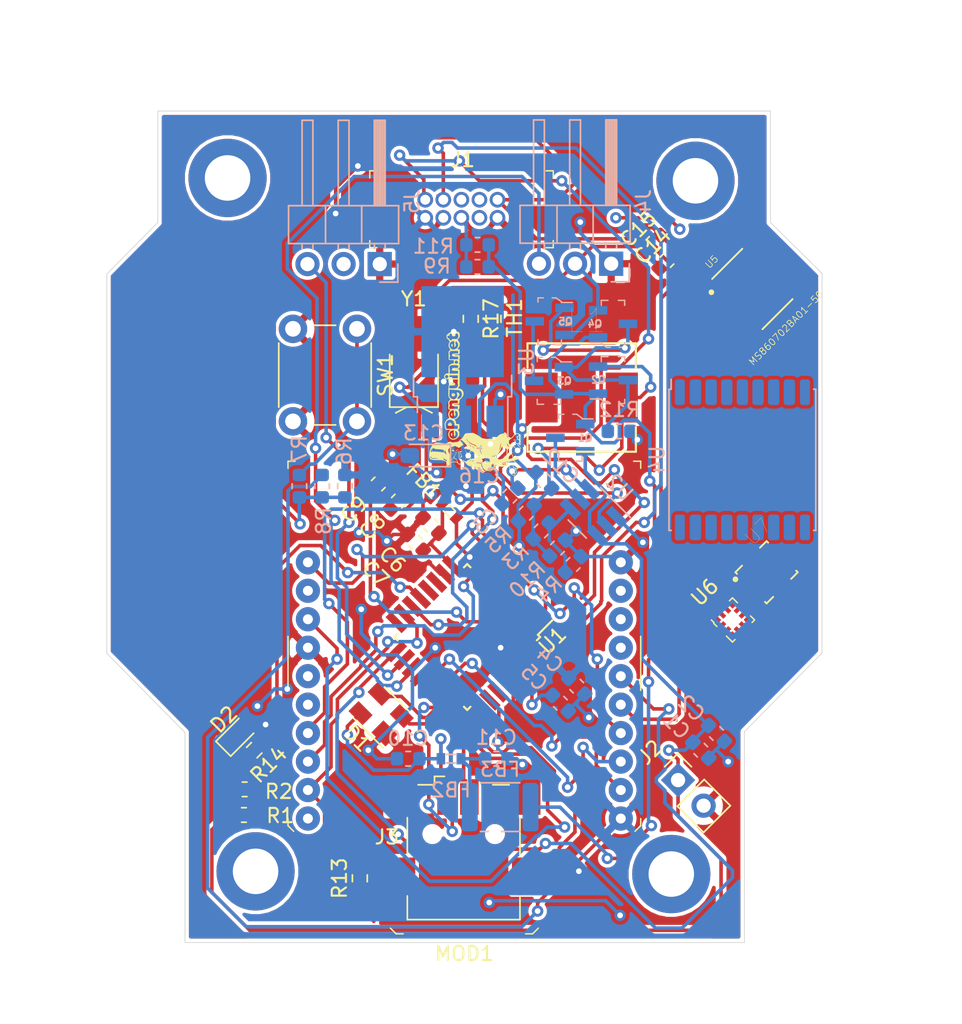
<source format=kicad_pcb>
(kicad_pcb (version 20171130) (host pcbnew 5.1.7)

  (general
    (thickness 1.6)
    (drawings 13)
    (tracks 775)
    (zones 0)
    (modules 64)
    (nets 102)
  )

  (page A4)
  (layers
    (0 F.Cu signal)
    (31 B.Cu signal)
    (32 B.Adhes user)
    (33 F.Adhes user)
    (34 B.Paste user)
    (35 F.Paste user)
    (36 B.SilkS user)
    (37 F.SilkS user)
    (38 B.Mask user)
    (39 F.Mask user)
    (40 Dwgs.User user)
    (41 Cmts.User user)
    (42 Eco1.User user)
    (43 Eco2.User user)
    (44 Edge.Cuts user)
    (45 Margin user)
    (46 B.CrtYd user)
    (47 F.CrtYd user)
    (48 B.Fab user)
    (49 F.Fab user)
  )

  (setup
    (last_trace_width 0.25)
    (trace_clearance 0.2)
    (zone_clearance 0.254)
    (zone_45_only no)
    (trace_min 0.2)
    (via_size 0.8)
    (via_drill 0.4)
    (via_min_size 0.4)
    (via_min_drill 0.3)
    (uvia_size 0.3)
    (uvia_drill 0.1)
    (uvias_allowed no)
    (uvia_min_size 0.2)
    (uvia_min_drill 0.1)
    (edge_width 0.05)
    (segment_width 0.2)
    (pcb_text_width 0.3)
    (pcb_text_size 1.5 1.5)
    (mod_edge_width 0.12)
    (mod_text_size 1 1)
    (mod_text_width 0.15)
    (pad_size 1.524 1.524)
    (pad_drill 0.762)
    (pad_to_mask_clearance 0.05)
    (aux_axis_origin 0 0)
    (grid_origin 116.4 66.9)
    (visible_elements FFFFFF7F)
    (pcbplotparams
      (layerselection 0x010f0_ffffffff)
      (usegerberextensions true)
      (usegerberattributes true)
      (usegerberadvancedattributes true)
      (creategerberjobfile true)
      (excludeedgelayer true)
      (linewidth 0.100000)
      (plotframeref false)
      (viasonmask false)
      (mode 1)
      (useauxorigin false)
      (hpglpennumber 1)
      (hpglpenspeed 20)
      (hpglpendiameter 15.000000)
      (psnegative false)
      (psa4output false)
      (plotreference true)
      (plotvalue false)
      (plotinvisibletext false)
      (padsonsilk true)
      (subtractmaskfromsilk false)
      (outputformat 1)
      (mirror false)
      (drillshape 0)
      (scaleselection 1)
      (outputdirectory "gerbers/"))
  )

  (net 0 "")
  (net 1 "Net-(J1-Pad8)")
  (net 2 "Net-(J1-Pad7)")
  (net 3 "Net-(J1-Pad6)")
  (net 4 +3V3)
  (net 5 "Net-(MOD1-Pad20)")
  (net 6 "Net-(MOD1-Pad16)")
  (net 7 "Net-(MOD1-Pad15)")
  (net 8 "Net-(MOD1-Pad12)")
  (net 9 "Net-(MOD1-Pad9)")
  (net 10 "Net-(MOD1-Pad8)")
  (net 11 "Net-(MOD1-Pad7)")
  (net 12 "Net-(U1-Pad27)")
  (net 13 "Net-(U1-Pad20)")
  (net 14 "Net-(U1-Pad16)")
  (net 15 "Net-(U1-Pad12)")
  (net 16 "Net-(U1-Pad11)")
  (net 17 "Net-(U1-Pad4)")
  (net 18 "Net-(U1-Pad3)")
  (net 19 /Brain/VCC_MCU_CORE)
  (net 20 /VBUS)
  (net 21 "Net-(C11-Pad1)")
  (net 22 "Net-(J3-Pad4)")
  (net 23 "Net-(J3-Pad6)")
  (net 24 +BATT)
  (net 25 /Power/VBATT_EN)
  (net 26 /Power/VBUS_USB)
  (net 27 /Power/VBUS_BATT)
  (net 28 "Net-(Q2-Pad3)")
  (net 29 "Net-(Q3-Pad3)")
  (net 30 +5V)
  (net 31 "Net-(R7-Pad1)")
  (net 32 /Brain/XOUT32)
  (net 33 /Brain/XIN32)
  (net 34 "Net-(C3-Pad2)")
  (net 35 "Net-(C3-Pad1)")
  (net 36 "Net-(J5-Pad2)")
  (net 37 /VBattMeasure)
  (net 38 "Net-(R3-Pad2)")
  (net 39 /Brain/~MCU_RST)
  (net 40 /USB_DM)
  (net 41 /USB_DP)
  (net 42 /~SYS_RESET)
  (net 43 /Brain/SWCLK)
  (net 44 /Brain/SWDIO)
  (net 45 /TCC0\WO2)
  (net 46 /TCC0\WO7)
  (net 47 /EXT_INT_0)
  (net 48 /SPI_0_SCK)
  (net 49 /SPI_0_SS_0)
  (net 50 /XBEE_STATUS)
  (net 51 /SPI_0_MOSI)
  (net 52 /TCC2\WO0)
  (net 53 /USART_0_TX)
  (net 54 /SysTempMeasure)
  (net 55 /USART_0_RX)
  (net 56 /SPI_0_MISO)
  (net 57 /Brain/VCC_MCU_VDDANA)
  (net 58 "Net-(D2-Pad2)")
  (net 59 GND)
  (net 60 "Net-(U4-Pad18)")
  (net 61 "Net-(U4-Pad17)")
  (net 62 "Net-(U4-Pad16)")
  (net 63 "Net-(U4-Pad15)")
  (net 64 "Net-(U4-Pad14)")
  (net 65 "Net-(U4-Pad13)")
  (net 66 "Net-(U4-Pad1)")
  (net 67 "Net-(U4-Pad11)")
  (net 68 "Net-(U4-Pad9)")
  (net 69 "Net-(U4-Pad8)")
  (net 70 "Net-(U4-Pad7)")
  (net 71 "Net-(U4-Pad6)")
  (net 72 "Net-(U4-Pad5)")
  (net 73 "Net-(U4-Pad4)")
  (net 74 "Net-(U4-Pad3)")
  (net 75 "Net-(U4-Pad2)")
  (net 76 "Net-(U5-Pad8)")
  (net 77 "Net-(U5-Pad7)")
  (net 78 "Net-(U5-Pad3)")
  (net 79 "Net-(U5-Pad1)")
  (net 80 "Net-(U6-Pad6)")
  (net 81 "Net-(U6-Pad5)")
  (net 82 "Net-(U6-Pad7)")
  (net 83 "Net-(U6-Pad8)")
  (net 84 "Net-(U6-Pad9)")
  (net 85 "Net-(U6-Pad10)")
  (net 86 "Net-(U6-Pad11)")
  (net 87 "Net-(U6-Pad12)")
  (net 88 "Net-(U6-Pad4)")
  (net 89 "Net-(U6-Pad1)")
  (net 90 "Net-(U6-Pad2)")
  (net 91 "Net-(U6-Pad3)")
  (net 92 "Net-(U7-Pad1)")
  (net 93 "Net-(U7-Pad2)")
  (net 94 "Net-(U7-Pad3)")
  (net 95 "Net-(U7-Pad4)")
  (net 96 "Net-(U7-Pad5)")
  (net 97 "Net-(U7-Pad6)")
  (net 98 "Net-(U7-Pad7)")
  (net 99 "Net-(U7-Pad10)")
  (net 100 "Net-(U7-Pad12)")
  (net 101 "Net-(U7-Pad16)")

  (net_class Default "This is the default net class."
    (clearance 0.2)
    (trace_width 0.25)
    (via_dia 0.8)
    (via_drill 0.4)
    (uvia_dia 0.3)
    (uvia_drill 0.1)
    (add_net +3V3)
    (add_net +5V)
    (add_net +BATT)
    (add_net /Brain/SWCLK)
    (add_net /Brain/SWDIO)
    (add_net /Brain/VCC_MCU_CORE)
    (add_net /Brain/VCC_MCU_VDDANA)
    (add_net /Brain/XIN32)
    (add_net /Brain/XOUT32)
    (add_net /Brain/~MCU_RST)
    (add_net /EXT_INT_0)
    (add_net /Power/VBATT_EN)
    (add_net /Power/VBUS_BATT)
    (add_net /Power/VBUS_USB)
    (add_net /SPI_0_MISO)
    (add_net /SPI_0_MOSI)
    (add_net /SPI_0_SCK)
    (add_net /SPI_0_SS_0)
    (add_net /SysTempMeasure)
    (add_net /TCC0\WO2)
    (add_net /TCC0\WO7)
    (add_net /TCC2\WO0)
    (add_net /USART_0_RX)
    (add_net /USART_0_TX)
    (add_net /USB_DM)
    (add_net /USB_DP)
    (add_net /VBUS)
    (add_net /VBattMeasure)
    (add_net /XBEE_STATUS)
    (add_net /~SYS_RESET)
    (add_net GND)
    (add_net "Net-(C11-Pad1)")
    (add_net "Net-(C3-Pad1)")
    (add_net "Net-(C3-Pad2)")
    (add_net "Net-(D2-Pad2)")
    (add_net "Net-(J1-Pad6)")
    (add_net "Net-(J1-Pad7)")
    (add_net "Net-(J1-Pad8)")
    (add_net "Net-(J3-Pad4)")
    (add_net "Net-(J3-Pad6)")
    (add_net "Net-(J5-Pad2)")
    (add_net "Net-(MOD1-Pad12)")
    (add_net "Net-(MOD1-Pad15)")
    (add_net "Net-(MOD1-Pad16)")
    (add_net "Net-(MOD1-Pad20)")
    (add_net "Net-(MOD1-Pad7)")
    (add_net "Net-(MOD1-Pad8)")
    (add_net "Net-(MOD1-Pad9)")
    (add_net "Net-(Q2-Pad3)")
    (add_net "Net-(Q3-Pad3)")
    (add_net "Net-(R3-Pad2)")
    (add_net "Net-(R7-Pad1)")
    (add_net "Net-(U1-Pad11)")
    (add_net "Net-(U1-Pad12)")
    (add_net "Net-(U1-Pad16)")
    (add_net "Net-(U1-Pad20)")
    (add_net "Net-(U1-Pad27)")
    (add_net "Net-(U1-Pad3)")
    (add_net "Net-(U1-Pad4)")
    (add_net "Net-(U4-Pad1)")
    (add_net "Net-(U4-Pad11)")
    (add_net "Net-(U4-Pad13)")
    (add_net "Net-(U4-Pad14)")
    (add_net "Net-(U4-Pad15)")
    (add_net "Net-(U4-Pad16)")
    (add_net "Net-(U4-Pad17)")
    (add_net "Net-(U4-Pad18)")
    (add_net "Net-(U4-Pad2)")
    (add_net "Net-(U4-Pad3)")
    (add_net "Net-(U4-Pad4)")
    (add_net "Net-(U4-Pad5)")
    (add_net "Net-(U4-Pad6)")
    (add_net "Net-(U4-Pad7)")
    (add_net "Net-(U4-Pad8)")
    (add_net "Net-(U4-Pad9)")
    (add_net "Net-(U5-Pad1)")
    (add_net "Net-(U5-Pad3)")
    (add_net "Net-(U5-Pad7)")
    (add_net "Net-(U5-Pad8)")
    (add_net "Net-(U6-Pad1)")
    (add_net "Net-(U6-Pad10)")
    (add_net "Net-(U6-Pad11)")
    (add_net "Net-(U6-Pad12)")
    (add_net "Net-(U6-Pad2)")
    (add_net "Net-(U6-Pad3)")
    (add_net "Net-(U6-Pad4)")
    (add_net "Net-(U6-Pad5)")
    (add_net "Net-(U6-Pad6)")
    (add_net "Net-(U6-Pad7)")
    (add_net "Net-(U6-Pad8)")
    (add_net "Net-(U6-Pad9)")
    (add_net "Net-(U7-Pad1)")
    (add_net "Net-(U7-Pad10)")
    (add_net "Net-(U7-Pad12)")
    (add_net "Net-(U7-Pad16)")
    (add_net "Net-(U7-Pad2)")
    (add_net "Net-(U7-Pad3)")
    (add_net "Net-(U7-Pad4)")
    (add_net "Net-(U7-Pad5)")
    (add_net "Net-(U7-Pad6)")
    (add_net "Net-(U7-Pad7)")
  )

  (module plib:PQFN50P300X300X86-16N (layer F.Cu) (tedit 5F7CFDCD) (tstamp 5F7D9360)
    (at 143.8 66.7 45)
    (path /5F83D554/5F7E0AA6)
    (fp_text reference U7 (at 1.57641 -2.43719 45) (layer F.SilkS)
      (effects (font (size 1.000898 1.000898) (thickness 0.015)))
    )
    (fp_text value LSM6DS33TR (at 11.750805 2.418245 45) (layer F.Fab)
      (effects (font (size 1.001346 1.001346) (thickness 0.015)))
    )
    (fp_line (start -1.55 -1.55) (end 1.55 -1.55) (layer F.Fab) (width 0.127))
    (fp_line (start 1.55 -1.55) (end 1.55 1.55) (layer F.Fab) (width 0.127))
    (fp_line (start 1.55 1.55) (end -1.55 1.55) (layer F.Fab) (width 0.127))
    (fp_line (start -1.55 1.55) (end -1.55 -1.55) (layer F.Fab) (width 0.127))
    (fp_line (start -0.89 -1.55) (end -1.55 -1.55) (layer F.SilkS) (width 0.127))
    (fp_line (start -1.55 -1.55) (end -1.55 -1.39) (layer F.SilkS) (width 0.127))
    (fp_line (start 0.89 -1.55) (end 1.55 -1.55) (layer F.SilkS) (width 0.127))
    (fp_line (start 0.89 1.55) (end 1.55 1.55) (layer F.SilkS) (width 0.127))
    (fp_line (start -0.89 1.55) (end -1.55 1.55) (layer F.SilkS) (width 0.127))
    (fp_line (start 1.55 -1.55) (end 1.55 -1.39) (layer F.SilkS) (width 0.127))
    (fp_line (start 1.55 1.55) (end 1.55 1.39) (layer F.SilkS) (width 0.127))
    (fp_line (start -1.55 1.55) (end -1.55 1.39) (layer F.SilkS) (width 0.127))
    (fp_circle (center -1.9 -1.2) (end -1.8 -1.2) (layer F.SilkS) (width 0.2))
    (fp_circle (center -1.9 -1.2) (end -1.8 -1.2) (layer F.Fab) (width 0.2))
    (fp_line (start -1.72 -1.72) (end 1.72 -1.72) (layer F.CrtYd) (width 0.05))
    (fp_line (start 1.72 -1.72) (end 1.72 1.72) (layer F.CrtYd) (width 0.05))
    (fp_line (start 1.72 1.72) (end -1.72 1.72) (layer F.CrtYd) (width 0.05))
    (fp_line (start -1.72 1.72) (end -1.72 -1.72) (layer F.CrtYd) (width 0.05))
    (pad 1 smd rect (at -1.21 -1 45) (size 0.51 0.35) (layers F.Cu F.Paste F.Mask)
      (net 92 "Net-(U7-Pad1)"))
    (pad 2 smd rect (at -1.21 -0.5 45) (size 0.51 0.35) (layers F.Cu F.Paste F.Mask)
      (net 93 "Net-(U7-Pad2)"))
    (pad 3 smd rect (at -1.21 0 45) (size 0.51 0.35) (layers F.Cu F.Paste F.Mask)
      (net 94 "Net-(U7-Pad3)"))
    (pad 4 smd rect (at -1.21 0.5 45) (size 0.51 0.35) (layers F.Cu F.Paste F.Mask)
      (net 95 "Net-(U7-Pad4)"))
    (pad 5 smd rect (at -1.21 1 45) (size 0.51 0.35) (layers F.Cu F.Paste F.Mask)
      (net 96 "Net-(U7-Pad5)"))
    (pad 6 smd rect (at -0.5 1.21 45) (size 0.35 0.51) (layers F.Cu F.Paste F.Mask)
      (net 97 "Net-(U7-Pad6)"))
    (pad 7 smd rect (at 0 1.21 45) (size 0.35 0.51) (layers F.Cu F.Paste F.Mask)
      (net 98 "Net-(U7-Pad7)"))
    (pad 8 smd rect (at 0.5 1.21 45) (size 0.35 0.51) (layers F.Cu F.Paste F.Mask)
      (net 99 "Net-(U7-Pad10)"))
    (pad 9 smd rect (at 1.21 1 45) (size 0.51 0.35) (layers F.Cu F.Paste F.Mask)
      (net 99 "Net-(U7-Pad10)"))
    (pad 10 smd rect (at 1.21 0.5 45) (size 0.51 0.35) (layers F.Cu F.Paste F.Mask)
      (net 99 "Net-(U7-Pad10)"))
    (pad 11 smd rect (at 1.21 0 45) (size 0.51 0.35) (layers F.Cu F.Paste F.Mask)
      (net 99 "Net-(U7-Pad10)"))
    (pad 12 smd rect (at 1.21 -0.5 45) (size 0.51 0.35) (layers F.Cu F.Paste F.Mask)
      (net 100 "Net-(U7-Pad12)"))
    (pad 13 smd rect (at 1.21 -1 45) (size 0.51 0.35) (layers F.Cu F.Paste F.Mask)
      (net 100 "Net-(U7-Pad12)"))
    (pad 14 smd rect (at 0.5 -1.21 45) (size 0.35 0.51) (layers F.Cu F.Paste F.Mask))
    (pad 15 smd rect (at 0 -1.21 45) (size 0.35 0.51) (layers F.Cu F.Paste F.Mask)
      (net 99 "Net-(U7-Pad10)"))
    (pad 16 smd rect (at -0.5 -1.21 45) (size 0.35 0.51) (layers F.Cu F.Paste F.Mask)
      (net 101 "Net-(U7-Pad16)"))
    (model /storage/Shared/KiCad/penguin-kicad/penguin-3d/LSM6DS33TR.STEP
      (offset (xyz 0 0 1))
      (scale (xyz 1 1 1))
      (rotate (xyz 90 0 90))
    )
  )

  (module penguin:TE_MS860702BA01-50 (layer F.Cu) (tedit 0) (tstamp 5F7D6A47)
    (at 142.8 46.8 45)
    (path /5F83D554/5F7D6208)
    (attr smd)
    (fp_text reference U5 (at -0.671468 -3.36818 45) (layer F.SilkS)
      (effects (font (size 0.480481 0.480481) (thickness 0.05)))
    )
    (fp_text value MS860702BA01-50 (at -0.26641 3.62045 45) (layer F.SilkS)
      (effects (font (size 0.48075 0.48075) (thickness 0.05)))
    )
    (fp_line (start -1.5 -2.5) (end 1.5 -2.5) (layer Eco2.User) (width 0.127))
    (fp_line (start 1.5 -2.5) (end 1.5 2.5) (layer Eco2.User) (width 0.127))
    (fp_line (start 1.5 2.5) (end -1.5 2.5) (layer Eco2.User) (width 0.127))
    (fp_line (start -1.5 2.5) (end -1.5 -2.5) (layer Eco2.User) (width 0.127))
    (fp_line (start -1.5 -2.5) (end 1.5 -2.5) (layer F.SilkS) (width 0.127))
    (fp_line (start -1.5 2.5) (end 1.5 2.5) (layer F.SilkS) (width 0.127))
    (fp_circle (center -2.2 -1.875) (end -2.1 -1.875) (layer F.SilkS) (width 0.2))
    (fp_line (start -1.9 -2.8) (end 1.9 -2.8) (layer Eco1.User) (width 0.05))
    (fp_line (start 1.9 -2.8) (end 1.9 2.8) (layer Eco1.User) (width 0.05))
    (fp_line (start 1.9 2.8) (end -1.9 2.8) (layer Eco1.User) (width 0.05))
    (fp_line (start -1.9 2.8) (end -1.9 -2.8) (layer Eco1.User) (width 0.05))
    (fp_poly (pts (xy -1.65 -1.875) (xy 1.65 -1.875) (xy 1.65 1.875) (xy -1.65 1.875)) (layer Dwgs.User) (width 0.0001))
    (pad 8 smd rect (at 1.1 -1.875 45) (size 1.1 0.6) (layers F.Cu F.Paste F.Mask)
      (net 76 "Net-(U5-Pad8)"))
    (pad 7 smd rect (at 1.1 -0.625 45) (size 1.1 0.6) (layers F.Cu F.Paste F.Mask)
      (net 77 "Net-(U5-Pad7)"))
    (pad 6 smd rect (at 1.1 0.625 45) (size 1.1 0.6) (layers F.Cu F.Paste F.Mask))
    (pad 5 smd rect (at 1.1 1.875 45) (size 1.1 0.6) (layers F.Cu F.Paste F.Mask))
    (pad 4 smd rect (at -1.1 1.875 45) (size 1.1 0.6) (layers F.Cu F.Paste F.Mask))
    (pad 3 smd rect (at -1.1 0.625 45) (size 1.1 0.6) (layers F.Cu F.Paste F.Mask)
      (net 78 "Net-(U5-Pad3)"))
    (pad 2 smd rect (at -1.1 -0.625 45) (size 1.1 0.6) (layers F.Cu F.Paste F.Mask))
    (pad 1 smd rect (at -1.1 -1.875 45) (size 1.1 0.6) (layers F.Cu F.Paste F.Mask)
      (net 79 "Net-(U5-Pad1)"))
    (model /storage/Shared/KiCad/penguin-kicad/penguin-3d/MS860702BA01-50--3DModel-STEP-1.STEP
      (offset (xyz 0 0 1))
      (scale (xyz 1 1 1))
      (rotate (xyz 0 0 90))
    )
  )

  (module digikey-footprints:VFLGA-12_2x2mm (layer F.Cu) (tedit 5D28AE20) (tstamp 5F7D6A6A)
    (at 141.4 70.05 45)
    (descr http://www.st.com/content/ccc/resource/technical/document/datasheet/54/2a/85/76/e3/97/42/18/DM00075867.pdf/files/DM00075867.pdf/jcr:content/translations/en.DM00075867.pdf)
    (path /5F83D554/5F7D82C0)
    (attr smd)
    (fp_text reference U6 (at 0 -2.75 45) (layer F.SilkS)
      (effects (font (size 1 1) (thickness 0.15)))
    )
    (fp_text value LIS3MDLTR (at 0 2.75 45) (layer F.Fab)
      (effects (font (size 1 1) (thickness 0.15)))
    )
    (fp_text user %R (at 0 0 45) (layer F.Fab)
      (effects (font (size 0.3 0.3) (thickness 0.03)))
    )
    (fp_line (start -1.25 -1.25) (end -1.25 1.25) (layer F.CrtYd) (width 0.05))
    (fp_line (start -1.25 1.25) (end 1.25 1.25) (layer F.CrtYd) (width 0.05))
    (fp_line (start -1.25 -1.25) (end 1.25 -1.25) (layer F.CrtYd) (width 0.05))
    (fp_line (start 1.25 -1.25) (end 1.25 1.25) (layer F.CrtYd) (width 0.05))
    (fp_line (start -0.85 1.1) (end -1.1 1.1) (layer F.SilkS) (width 0.1))
    (fp_line (start -1.1 1.1) (end -1.1 0.5) (layer F.SilkS) (width 0.1))
    (fp_line (start 0.85 1.1) (end 1.1 1.1) (layer F.SilkS) (width 0.1))
    (fp_line (start 1.1 1.1) (end 1.1 0.7) (layer F.SilkS) (width 0.1))
    (fp_line (start 0.8 -1.1) (end 1.1 -1.1) (layer F.SilkS) (width 0.1))
    (fp_line (start 1.1 -1.1) (end 1.1 -0.6) (layer F.SilkS) (width 0.1))
    (fp_line (start -1.05 -1.05) (end -1.05 -0.8) (layer F.SilkS) (width 0.1))
    (fp_line (start -1.05 -0.8) (end -1.1 -0.75) (layer F.SilkS) (width 0.1))
    (fp_line (start -1.1 -0.75) (end -1.1 -0.45) (layer F.SilkS) (width 0.1))
    (fp_line (start -1 -0.7) (end -1 1) (layer F.Fab) (width 0.1))
    (fp_line (start 1 -1) (end -0.7 -1) (layer F.Fab) (width 0.1))
    (fp_line (start -1 -0.7) (end -0.7 -1) (layer F.Fab) (width 0.1))
    (fp_line (start 1 -1) (end 1 1) (layer F.Fab) (width 0.1))
    (fp_line (start -1 1) (end 1 1) (layer F.Fab) (width 0.1))
    (pad 6 smd rect (at 0.25 0.7625 45) (size 0.3 0.5) (layers F.Cu F.Paste F.Mask)
      (net 80 "Net-(U6-Pad6)"))
    (pad 5 smd rect (at -0.25 0.7625 45) (size 0.3 0.5) (layers F.Cu F.Paste F.Mask)
      (net 81 "Net-(U6-Pad5)"))
    (pad 7 smd rect (at 0.7625 0.75 45) (size 0.4 0.4) (layers F.Cu F.Paste F.Mask)
      (net 82 "Net-(U6-Pad7)"))
    (pad 8 smd rect (at 0.7625 0.25 45) (size 0.5 0.3) (layers F.Cu F.Paste F.Mask)
      (net 83 "Net-(U6-Pad8)"))
    (pad 9 smd rect (at 0.7625 -0.25 45) (size 0.5 0.3) (layers F.Cu F.Paste F.Mask)
      (net 84 "Net-(U6-Pad9)"))
    (pad 10 smd rect (at 0.7625 -0.75 45) (size 0.4 0.4) (layers F.Cu F.Paste F.Mask)
      (net 85 "Net-(U6-Pad10)"))
    (pad 11 smd rect (at 0.25 -0.7625 45) (size 0.3 0.5) (layers F.Cu F.Paste F.Mask)
      (net 86 "Net-(U6-Pad11)"))
    (pad 12 smd rect (at -0.25 -0.7625 45) (size 0.3 0.5) (layers F.Cu F.Paste F.Mask)
      (net 87 "Net-(U6-Pad12)"))
    (pad 4 smd rect (at -0.7625 0.75 45) (size 0.4 0.4) (layers F.Cu F.Paste F.Mask)
      (net 88 "Net-(U6-Pad4)"))
    (pad 1 smd rect (at -0.7625 -0.75 45) (size 0.4 0.4) (layers F.Cu F.Paste F.Mask)
      (net 89 "Net-(U6-Pad1)"))
    (pad 2 smd rect (at -0.7625 -0.25 45) (size 0.5 0.3) (layers F.Cu F.Paste F.Mask)
      (net 90 "Net-(U6-Pad2)"))
    (pad 3 smd rect (at -0.7625 0.25 45) (size 0.5 0.3) (layers F.Cu F.Paste F.Mask)
      (net 91 "Net-(U6-Pad3)"))
  )

  (module RF_GPS:ublox_MAX (layer B.Cu) (tedit 5E9E8EA6) (tstamp 5F7D6A2F)
    (at 142.1 58.8 270)
    (descr "ublox MAX 6/7/8, (https://www.u-blox.com/sites/default/files/MAX-8-M8-FW3_HardwareIntegrationManual_%28UBX-15030059%29.pdf)")
    (tags "GPS ublox MAX 6/7/8")
    (path /5F83D554/5F7D31A1)
    (attr smd)
    (fp_text reference U4 (at 0 6 270) (layer B.SilkS)
      (effects (font (size 1 1) (thickness 0.15)) (justify mirror))
    )
    (fp_text value MAX-M8Q (at 0 -1.5 270) (layer B.Fab)
      (effects (font (size 1 1) (thickness 0.15)) (justify mirror))
    )
    (fp_text user %R (at 0 0 270) (layer B.Fab)
      (effects (font (size 1 1) (thickness 0.15)) (justify mirror))
    )
    (fp_line (start -4.85 4.05) (end -4.85 -5.05) (layer B.Fab) (width 0.1))
    (fp_line (start 4.85 5.05) (end 4.85 -5.05) (layer B.Fab) (width 0.1))
    (fp_line (start -3.85 5.05) (end 4.85 5.05) (layer B.Fab) (width 0.1))
    (fp_line (start -4.85 -5.05) (end 4.85 -5.05) (layer B.Fab) (width 0.1))
    (fp_line (start -4.96 5.16) (end 4.96 5.16) (layer B.SilkS) (width 0.12))
    (fp_line (start -4.96 -5.16) (end 4.96 -5.16) (layer B.SilkS) (width 0.12))
    (fp_line (start 4.96 -5.01) (end 4.96 -5.16) (layer B.SilkS) (width 0.12))
    (fp_line (start -4.96 -5.01) (end -4.96 -5.16) (layer B.SilkS) (width 0.12))
    (fp_line (start 4.96 5.16) (end 4.96 5.01) (layer B.SilkS) (width 0.12))
    (fp_line (start -5.9 5.3) (end -5.9 -5.3) (layer B.CrtYd) (width 0.05))
    (fp_line (start -5.9 -5.3) (end 5.9 -5.3) (layer B.CrtYd) (width 0.05))
    (fp_line (start 5.9 5.3) (end 5.9 -5.3) (layer B.CrtYd) (width 0.05))
    (fp_line (start -5.9 5.3) (end 5.9 5.3) (layer B.CrtYd) (width 0.05))
    (fp_line (start -3.85 5.05) (end -4.85 4.05) (layer B.Fab) (width 0.1))
    (fp_line (start -4.96 5.16) (end -4.96 5.01) (layer B.SilkS) (width 0.12))
    (fp_line (start -5.65 5.01) (end -4.96 5.01) (layer B.SilkS) (width 0.12))
    (pad 18 smd roundrect (at 4.75 4.4 270) (size 1.8 0.7) (layers B.Cu B.Paste B.Mask) (roundrect_rratio 0.25)
      (net 60 "Net-(U4-Pad18)"))
    (pad 17 smd roundrect (at 4.75 3.3 270) (size 1.8 0.8) (layers B.Cu B.Paste B.Mask) (roundrect_rratio 0.25)
      (net 61 "Net-(U4-Pad17)"))
    (pad 16 smd roundrect (at 4.75 2.2 270) (size 1.8 0.8) (layers B.Cu B.Paste B.Mask) (roundrect_rratio 0.25)
      (net 62 "Net-(U4-Pad16)"))
    (pad 15 smd roundrect (at 4.75 1.1 270) (size 1.8 0.8) (layers B.Cu B.Paste B.Mask) (roundrect_rratio 0.25)
      (net 63 "Net-(U4-Pad15)"))
    (pad 14 smd roundrect (at 4.75 0 270) (size 1.8 0.8) (layers B.Cu B.Paste B.Mask) (roundrect_rratio 0.25)
      (net 64 "Net-(U4-Pad14)"))
    (pad 13 smd roundrect (at 4.75 -1.1 270) (size 1.8 0.8) (layers B.Cu B.Paste B.Mask) (roundrect_rratio 0.25)
      (net 65 "Net-(U4-Pad13)"))
    (pad 12 smd roundrect (at 4.75 -2.2 270) (size 1.8 0.8) (layers B.Cu B.Paste B.Mask) (roundrect_rratio 0.25)
      (net 66 "Net-(U4-Pad1)"))
    (pad 11 smd roundrect (at 4.75 -3.3 270) (size 1.8 0.8) (layers B.Cu B.Paste B.Mask) (roundrect_rratio 0.25)
      (net 67 "Net-(U4-Pad11)"))
    (pad 10 smd roundrect (at 4.75 -4.4 270) (size 1.8 0.7) (layers B.Cu B.Paste B.Mask) (roundrect_rratio 0.25)
      (net 66 "Net-(U4-Pad1)"))
    (pad 9 smd roundrect (at -4.75 -4.4 270) (size 1.8 0.7) (layers B.Cu B.Paste B.Mask) (roundrect_rratio 0.25)
      (net 68 "Net-(U4-Pad9)"))
    (pad 8 smd roundrect (at -4.75 -3.3 270) (size 1.8 0.8) (layers B.Cu B.Paste B.Mask) (roundrect_rratio 0.25)
      (net 69 "Net-(U4-Pad8)"))
    (pad 7 smd roundrect (at -4.75 -2.2 270) (size 1.8 0.8) (layers B.Cu B.Paste B.Mask) (roundrect_rratio 0.25)
      (net 70 "Net-(U4-Pad7)"))
    (pad 6 smd roundrect (at -4.75 -1.1 270) (size 1.8 0.8) (layers B.Cu B.Paste B.Mask) (roundrect_rratio 0.25)
      (net 71 "Net-(U4-Pad6)"))
    (pad 5 smd roundrect (at -4.75 0 270) (size 1.8 0.8) (layers B.Cu B.Paste B.Mask) (roundrect_rratio 0.25)
      (net 72 "Net-(U4-Pad5)"))
    (pad 4 smd roundrect (at -4.75 1.1 270) (size 1.8 0.8) (layers B.Cu B.Paste B.Mask) (roundrect_rratio 0.25)
      (net 73 "Net-(U4-Pad4)"))
    (pad 3 smd roundrect (at -4.75 2.2 270) (size 1.8 0.8) (layers B.Cu B.Paste B.Mask) (roundrect_rratio 0.25)
      (net 74 "Net-(U4-Pad3)"))
    (pad 2 smd roundrect (at -4.75 3.3 270) (size 1.8 0.8) (layers B.Cu B.Paste B.Mask) (roundrect_rratio 0.25)
      (net 75 "Net-(U4-Pad2)"))
    (pad 1 smd roundrect (at -4.75 4.4 270) (size 1.8 0.7) (layers B.Cu B.Paste B.Mask) (roundrect_rratio 0.25)
      (net 66 "Net-(U4-Pad1)"))
    (model ${KISYS3DMOD}/RF_GPS.3dshapes/ublox_MAX.wrl
      (at (xyz 0 0 0))
      (scale (xyz 1 1 1))
      (rotate (xyz 0 0 0))
    )
  )

  (module digikey-footprints:PinHeader_2x5_P1.27mm_Drill.7mm (layer F.Cu) (tedit 5A4BCE9C) (tstamp 5F76B345)
    (at 119.8 41.8)
    (descr http://cnctech.us/pdfs/3220-XX-0100-00.pdf)
    (path /5F7734A5/5F78449D)
    (fp_text reference J1 (at 2.64 -4.08) (layer F.SilkS)
      (effects (font (size 1 1) (thickness 0.15)))
    )
    (fp_text value ARM_SWD_10_Pin (at 3.1 3.04) (layer F.Fab)
      (effects (font (size 1 1) (thickness 0.15)))
    )
    (fp_line (start -3.79 -3.18) (end -3.79 1.92) (layer F.Fab) (width 0.1))
    (fp_line (start -3.79 1.92) (end 8.86 1.92) (layer F.Fab) (width 0.1))
    (fp_line (start 8.86 -3.18) (end 8.86 1.92) (layer F.Fab) (width 0.1))
    (fp_line (start -3.79 -3.18) (end 8.86 -3.18) (layer F.Fab) (width 0.1))
    (fp_line (start 9 -3.3) (end 8.5 -3.3) (layer F.SilkS) (width 0.1))
    (fp_line (start 9 -3.3) (end 9 -2.8) (layer F.SilkS) (width 0.1))
    (fp_line (start -3.9 -3.3) (end -3.4 -3.3) (layer F.SilkS) (width 0.1))
    (fp_line (start -3.9 -3.3) (end -3.9 -2.8) (layer F.SilkS) (width 0.1))
    (fp_line (start -3.9 2.1) (end -3.4 2.1) (layer F.SilkS) (width 0.1))
    (fp_line (start -3.9 2.1) (end -3.9 1.6) (layer F.SilkS) (width 0.1))
    (fp_line (start 9 2.1) (end 8.5 2.1) (layer F.SilkS) (width 0.1))
    (fp_line (start 9 2.1) (end 9 1.6) (layer F.SilkS) (width 0.1))
    (fp_line (start -4.04 -3.43) (end -4.04 2.17) (layer F.CrtYd) (width 0.05))
    (fp_line (start -4.04 -3.43) (end 9.11 -3.43) (layer F.CrtYd) (width 0.05))
    (fp_line (start 9.11 -3.43) (end 9.11 2.17) (layer F.CrtYd) (width 0.05))
    (fp_line (start -4.04 2.17) (end 9.11 2.17) (layer F.CrtYd) (width 0.05))
    (fp_text user %R (at 2.5 -0.6) (layer F.Fab)
      (effects (font (size 1 1) (thickness 0.15)))
    )
    (pad 10 thru_hole circle (at 5.08 -1.27) (size 1.1 1.1) (drill 0.7) (layers *.Cu *.Mask)
      (net 42 /~SYS_RESET))
    (pad 9 thru_hole circle (at 5.08 0) (size 1.1 1.1) (drill 0.7) (layers *.Cu *.Mask)
      (net 59 GND))
    (pad 8 thru_hole circle (at 3.81 -1.27) (size 1.1 1.1) (drill 0.7) (layers *.Cu *.Mask)
      (net 1 "Net-(J1-Pad8)"))
    (pad 7 thru_hole circle (at 3.81 0) (size 1.1 1.1) (drill 0.7) (layers *.Cu *.Mask)
      (net 2 "Net-(J1-Pad7)"))
    (pad 6 thru_hole circle (at 2.54 -1.27) (size 1.1 1.1) (drill 0.7) (layers *.Cu *.Mask)
      (net 3 "Net-(J1-Pad6)"))
    (pad 5 thru_hole circle (at 2.54 0) (size 1.1 1.1) (drill 0.7) (layers *.Cu *.Mask)
      (net 59 GND))
    (pad 4 thru_hole circle (at 1.27 -1.27) (size 1.1 1.1) (drill 0.7) (layers *.Cu *.Mask)
      (net 43 /Brain/SWCLK))
    (pad 3 thru_hole circle (at 1.27 0) (size 1.1 1.1) (drill 0.7) (layers *.Cu *.Mask)
      (net 59 GND))
    (pad 2 thru_hole circle (at 0 -1.27) (size 1.1 1.1) (drill 0.7) (layers *.Cu *.Mask)
      (net 44 /Brain/SWDIO))
    (pad 1 thru_hole circle (at 0 0) (size 1.1 1.1) (drill 0.7) (layers *.Cu *.Mask)
      (net 4 +3V3))
  )

  (module Capacitor_Tantalum_SMD:CP_EIA-2012-12_Kemet-R_Pad1.30x1.05mm_HandSolder (layer B.Cu) (tedit 5EBA9318) (tstamp 5F77544F)
    (at 119.6875 58.5 180)
    (descr "Tantalum Capacitor SMD Kemet-R (2012-12 Metric), IPC_7351 nominal, (Body size from: https://www.vishay.com/docs/40182/tmch.pdf), generated with kicad-footprint-generator")
    (tags "capacitor tantalum")
    (path /5F774081/5F8A1559)
    (attr smd)
    (fp_text reference C13 (at 0 1.58) (layer B.SilkS)
      (effects (font (size 1 1) (thickness 0.15)) (justify mirror))
    )
    (fp_text value 100nF (at 0 -1.58) (layer B.Fab)
      (effects (font (size 1 1) (thickness 0.15)) (justify mirror))
    )
    (fp_line (start 1 0.625) (end -0.6875 0.625) (layer B.Fab) (width 0.1))
    (fp_line (start -0.6875 0.625) (end -1 0.3125) (layer B.Fab) (width 0.1))
    (fp_line (start -1 0.3125) (end -1 -0.625) (layer B.Fab) (width 0.1))
    (fp_line (start -1 -0.625) (end 1 -0.625) (layer B.Fab) (width 0.1))
    (fp_line (start 1 -0.625) (end 1 0.625) (layer B.Fab) (width 0.1))
    (fp_line (start 1 0.785) (end -1.885 0.785) (layer B.SilkS) (width 0.12))
    (fp_line (start -1.885 0.785) (end -1.885 -0.785) (layer B.SilkS) (width 0.12))
    (fp_line (start -1.885 -0.785) (end 1 -0.785) (layer B.SilkS) (width 0.12))
    (fp_line (start -1.88 -0.88) (end -1.88 0.88) (layer B.CrtYd) (width 0.05))
    (fp_line (start -1.88 0.88) (end 1.88 0.88) (layer B.CrtYd) (width 0.05))
    (fp_line (start 1.88 0.88) (end 1.88 -0.88) (layer B.CrtYd) (width 0.05))
    (fp_line (start 1.88 -0.88) (end -1.88 -0.88) (layer B.CrtYd) (width 0.05))
    (fp_text user %R (at 0 0) (layer B.Fab)
      (effects (font (size 0.5 0.5) (thickness 0.08)) (justify mirror))
    )
    (pad 2 smd roundrect (at 0.975 0 180) (size 1.3 1.05) (layers B.Cu B.Paste B.Mask) (roundrect_rratio 0.238095)
      (net 59 GND))
    (pad 1 smd roundrect (at -0.975 0 180) (size 1.3 1.05) (layers B.Cu B.Paste B.Mask) (roundrect_rratio 0.238095)
      (net 30 +5V))
    (model ${KISYS3DMOD}/Capacitor_Tantalum_SMD.3dshapes/CP_EIA-2012-12_Kemet-R.wrl
      (at (xyz 0 0 0))
      (scale (xyz 1 1 1))
      (rotate (xyz 0 0 0))
    )
  )

  (module plib:epenguin_text_small (layer F.Cu) (tedit 0) (tstamp 5F7F621F)
    (at 121.8 53.6 90)
    (fp_text reference G*** (at 0 0 90) (layer F.SilkS) hide
      (effects (font (size 1.524 1.524) (thickness 0.3)))
    )
    (fp_text value LOGO (at 0.75 0 90) (layer F.SilkS) hide
      (effects (font (size 1.524 1.524) (thickness 0.3)))
    )
    (fp_poly (pts (xy -1.956794 -0.169798) (xy -1.951567 -0.1651) (xy -1.928606 -0.13308) (xy -1.940521 -0.114335)
      (xy -1.990134 -0.10647) (xy -2.021417 -0.105833) (xy -2.078232 -0.109198) (xy -2.112304 -0.117711)
      (xy -2.116667 -0.122767) (xy -2.098777 -0.160192) (xy -2.055637 -0.183206) (xy -2.003044 -0.187758)
      (xy -1.956794 -0.169798)) (layer F.SilkS) (width 0.01))
    (fp_poly (pts (xy -2.691652 -0.387712) (xy -2.636137 -0.352598) (xy -2.594995 -0.304893) (xy -2.582333 -0.264583)
      (xy -2.597836 -0.218295) (xy -2.636978 -0.176719) (xy -2.688706 -0.145199) (xy -2.741969 -0.129082)
      (xy -2.785717 -0.133713) (xy -2.806514 -0.156148) (xy -2.811854 -0.193545) (xy -2.812584 -0.252236)
      (xy -2.709333 -0.252236) (xy -2.698181 -0.221203) (xy -2.674578 -0.220405) (xy -2.653304 -0.247662)
      (xy -2.649573 -0.261046) (xy -2.658691 -0.291255) (xy -2.676031 -0.296333) (xy -2.703511 -0.278528)
      (xy -2.709333 -0.252236) (xy -2.812584 -0.252236) (xy -2.81262 -0.255062) (xy -2.811141 -0.28844)
      (xy -2.804997 -0.350741) (xy -2.792342 -0.382447) (xy -2.766297 -0.395298) (xy -2.74678 -0.398242)
      (xy -2.691652 -0.387712)) (layer F.SilkS) (width 0.01))
    (fp_poly (pts (xy -3.365738 -0.177743) (xy -3.348567 -0.1651) (xy -3.325905 -0.133961) (xy -3.336574 -0.115396)
      (xy -3.383873 -0.106996) (xy -3.429745 -0.105833) (xy -3.491794 -0.107115) (xy -3.519849 -0.113757)
      (xy -3.522236 -0.12996) (xy -3.513667 -0.148167) (xy -3.475683 -0.180097) (xy -3.419794 -0.19063)
      (xy -3.365738 -0.177743)) (layer F.SilkS) (width 0.01))
    (fp_poly (pts (xy 2.916767 -0.143934) (xy 2.93936 -0.112984) (xy 2.928959 -0.094458) (xy 2.882175 -0.085957)
      (xy 2.833053 -0.084667) (xy 2.770001 -0.085461) (xy 2.742346 -0.090609) (xy 2.743148 -0.104259)
      (xy 2.76225 -0.127) (xy 2.815418 -0.161919) (xy 2.874141 -0.166283) (xy 2.916767 -0.143934)) (layer F.SilkS) (width 0.01))
    (fp_poly (pts (xy -0.570373 -0.131235) (xy -0.53266 -0.082646) (xy -0.523875 -0.027672) (xy -0.53852 0.021724)
      (xy -0.573634 0.070067) (xy -0.61598 0.101457) (xy -0.635 0.105833) (xy -0.661902 0.093751)
      (xy -0.698801 0.067512) (xy -0.73877 0.014032) (xy -0.740329 0.002592) (xy -0.635 0.002592)
      (xy -0.630366 0.033169) (xy -0.61061 0.027028) (xy -0.60325 0.021167) (xy -0.576642 -0.009389)
      (xy -0.5715 -0.023759) (xy -0.588682 -0.040249) (xy -0.60325 -0.042333) (xy -0.629043 -0.024449)
      (xy -0.635 0.002592) (xy -0.740329 0.002592) (xy -0.746965 -0.046087) (xy -0.726918 -0.100904)
      (xy -0.682163 -0.13848) (xy -0.635 -0.148167) (xy -0.570373 -0.131235)) (layer F.SilkS) (width 0.01))
    (fp_poly (pts (xy 0.687855 -0.668632) (xy 0.690729 -0.667936) (xy 0.76747 -0.629037) (xy 0.828658 -0.562088)
      (xy 0.86356 -0.480765) (xy 0.867833 -0.442262) (xy 0.867833 -0.359833) (xy 0.989542 -0.357399)
      (xy 1.084243 -0.356766) (xy 1.189397 -0.357874) (xy 1.239852 -0.359137) (xy 1.316779 -0.359023)
      (xy 1.36843 -0.349424) (xy 1.411585 -0.325711) (xy 1.438522 -0.304351) (xy 1.513663 -0.21751)
      (xy 1.557584 -0.114824) (xy 1.566333 -0.045027) (xy 1.569156 -0.005311) (xy 1.58573 0.010079)
      (xy 1.628209 0.008738) (xy 1.648256 0.00615) (xy 1.708884 0.004374) (xy 1.743132 0.016597)
      (xy 1.744755 0.018748) (xy 1.769369 0.042702) (xy 1.787514 0.02594) (xy 1.798555 -0.030326)
      (xy 1.801671 -0.089958) (xy 1.805235 -0.172261) (xy 1.811829 -0.24691) (xy 1.817745 -0.28575)
      (xy 1.820006 -0.296333) (xy 1.862667 -0.296333) (xy 1.862667 0.3175) (xy 2.053167 0.3175)
      (xy 2.053167 0.139928) (xy 2.059436 0.01741) (xy 2.078709 -0.066051) (xy 2.111687 -0.111904)
      (xy 2.159069 -0.121597) (xy 2.177401 -0.117294) (xy 2.217953 -0.091906) (xy 2.244844 -0.042402)
      (xy 2.259868 0.036906) (xy 2.264817 0.151708) (xy 2.264833 0.160128) (xy 2.264833 0.3175)
      (xy 2.455333 0.3175) (xy 2.457841 0.111125) (xy 2.458578 -0.020569) (xy 2.45745 -0.064187)
      (xy 2.545398 -0.064187) (xy 2.549437 0.045389) (xy 2.581567 0.142438) (xy 2.643503 0.232643)
      (xy 2.728851 0.291555) (xy 2.829892 0.316566) (xy 2.938908 0.305072) (xy 2.997908 0.28299)
      (xy 3.054725 0.247963) (xy 3.098449 0.206748) (xy 3.12085 0.168846) (xy 3.116595 0.145967)
      (xy 3.079915 0.127664) (xy 3.028114 0.116752) (xy 2.97971 0.115524) (xy 2.953516 0.125761)
      (xy 2.918883 0.146325) (xy 2.864629 0.146448) (xy 2.805462 0.13045) (xy 2.756095 0.102657)
      (xy 2.731238 0.067391) (xy 2.7305 0.060219) (xy 2.75017 0.052711) (xy 2.803206 0.046755)
      (xy 2.880651 0.043108) (xy 2.942167 0.042333) (xy 3.038265 0.041897) (xy 3.099731 0.039432)
      (xy 3.134265 0.033201) (xy 3.149567 0.021468) (xy 3.153338 0.002497) (xy 3.153368 -0.005292)
      (xy 3.138596 -0.080504) (xy 3.101788 -0.160256) (xy 3.063119 -0.213139) (xy 3.196167 -0.213139)
      (xy 3.200219 -0.157412) (xy 3.216607 -0.131176) (xy 3.242152 -0.123181) (xy 3.265828 -0.116541)
      (xy 3.279093 -0.099073) (xy 3.284355 -0.061355) (xy 3.284017 0.006035) (xy 3.283065 0.037059)
      (xy 3.282157 0.141916) (xy 3.289574 0.213477) (xy 3.308195 0.260427) (xy 3.340897 0.291453)
      (xy 3.372812 0.307959) (xy 3.448114 0.333328) (xy 3.512591 0.333324) (xy 3.570458 0.316027)
      (xy 3.643857 0.28065) (xy 3.680173 0.240641) (xy 3.684553 0.188355) (xy 3.67711 0.157586)
      (xy 3.653484 0.100972) (xy 3.629762 0.086089) (xy 3.608917 0.105833) (xy 3.575716 0.126145)
      (xy 3.53165 0.119231) (xy 3.494939 0.088626) (xy 3.491652 0.083082) (xy 3.478762 0.028975)
      (xy 3.481891 -0.042147) (xy 3.482184 -0.043918) (xy 3.494032 -0.097333) (xy 3.514565 -0.120925)
      (xy 3.557951 -0.12685) (xy 3.579027 -0.127) (xy 3.632892 -0.130126) (xy 3.656519 -0.144418)
      (xy 3.661832 -0.177246) (xy 3.661833 -0.178186) (xy 3.653629 -0.248247) (xy 3.625592 -0.285374)
      (xy 3.572585 -0.296333) (xy 3.572132 -0.296333) (xy 3.530009 -0.299388) (xy 3.515175 -0.316977)
      (xy 3.518761 -0.361743) (xy 3.52015 -0.370417) (xy 3.525777 -0.418927) (xy 3.513991 -0.439653)
      (xy 3.474086 -0.444416) (xy 3.453069 -0.4445) (xy 3.37726 -0.433493) (xy 3.335016 -0.398911)
      (xy 3.323167 -0.345017) (xy 3.315359 -0.30999) (xy 3.283744 -0.297282) (xy 3.259667 -0.296333)
      (xy 3.218697 -0.292895) (xy 3.200666 -0.274428) (xy 3.196241 -0.228706) (xy 3.196167 -0.213139)
      (xy 3.063119 -0.213139) (xy 3.052234 -0.228025) (xy 3.008381 -0.26318) (xy 2.911369 -0.292959)
      (xy 2.806508 -0.292201) (xy 2.706044 -0.263844) (xy 2.622224 -0.210822) (xy 2.579913 -0.160444)
      (xy 2.545398 -0.064187) (xy 2.45745 -0.064187) (xy 2.456094 -0.116598) (xy 2.44888 -0.183598)
      (xy 2.435426 -0.228204) (xy 2.414222 -0.257051) (xy 2.383759 -0.276773) (xy 2.367963 -0.28388)
      (xy 2.302403 -0.299079) (xy 2.21985 -0.293652) (xy 2.111113 -0.266905) (xy 2.100792 -0.263757)
      (xy 2.062328 -0.260173) (xy 2.053167 -0.272698) (xy 2.033815 -0.287678) (xy 1.982549 -0.29566)
      (xy 1.957917 -0.296333) (xy 1.862667 -0.296333) (xy 1.820006 -0.296333) (xy 1.831314 -0.34925)
      (xy 2.113347 -0.352885) (xy 2.39538 -0.356519) (xy 2.47589 -0.283783) (xy 2.527129 -0.241962)
      (xy 2.556554 -0.230281) (xy 2.567661 -0.240393) (xy 2.597769 -0.272847) (xy 2.656183 -0.306614)
      (xy 2.729455 -0.336007) (xy 2.804141 -0.355336) (xy 2.850012 -0.359834) (xy 2.921629 -0.349758)
      (xy 3.001848 -0.324397) (xy 3.030726 -0.311367) (xy 3.087427 -0.28357) (xy 3.117978 -0.274388)
      (xy 3.133983 -0.283286) (xy 3.145438 -0.306075) (xy 3.180984 -0.342337) (xy 3.221343 -0.355824)
      (xy 3.266313 -0.371671) (xy 3.284084 -0.413442) (xy 3.284843 -0.419299) (xy 3.292284 -0.451743)
      (xy 3.312159 -0.471306) (xy 3.354957 -0.483935) (xy 3.415625 -0.493441) (xy 3.487929 -0.501609)
      (xy 3.533225 -0.499266) (xy 3.566076 -0.483902) (xy 3.59025 -0.463318) (xy 3.625071 -0.425455)
      (xy 3.640612 -0.398373) (xy 3.640667 -0.397462) (xy 3.655264 -0.372339) (xy 3.690838 -0.335871)
      (xy 3.695132 -0.33212) (xy 3.72796 -0.295684) (xy 3.747693 -0.247821) (xy 3.759481 -0.174661)
      (xy 3.761572 -0.153219) (xy 3.773546 -0.021167) (xy 3.68594 -0.021167) (xy 3.625487 -0.016076)
      (xy 3.60009 0.000663) (xy 3.598333 0.009919) (xy 3.61222 0.03122) (xy 3.630872 0.028518)
      (xy 3.674723 0.032753) (xy 3.720485 0.07392) (xy 3.763442 0.147141) (xy 3.777102 0.179856)
      (xy 3.797964 0.263026) (xy 3.785364 0.324793) (xy 3.736888 0.372534) (xy 3.708831 0.388394)
      (xy 3.589293 0.429752) (xy 3.477785 0.429676) (xy 3.374982 0.388263) (xy 3.302332 0.328426)
      (xy 3.230068 0.253868) (xy 3.165492 0.316136) (xy 3.062091 0.389751) (xy 2.949443 0.423083)
      (xy 2.832661 0.41567) (xy 2.716859 0.367053) (xy 2.702379 0.357838) (xy 2.648188 0.318787)
      (xy 2.612272 0.286855) (xy 2.6035 0.273172) (xy 2.587514 0.254373) (xy 2.583611 0.254)
      (xy 2.569268 0.272721) (xy 2.558654 0.319135) (xy 2.557153 0.333375) (xy 2.550583 0.41275)
      (xy 2.419276 0.419026) (xy 2.328415 0.418574) (xy 2.266534 0.402849) (xy 2.228318 0.365663)
      (xy 2.208455 0.300824) (xy 2.201632 0.202142) (xy 2.201333 0.1651) (xy 2.198746 0.074325)
      (xy 2.192053 0.023529) (xy 2.182861 0.010741) (xy 2.172775 0.033994) (xy 2.163399 0.091318)
      (xy 2.156338 0.180746) (xy 2.154607 0.222409) (xy 2.148417 0.41275) (xy 2.024922 0.419151)
      (xy 1.949286 0.418758) (xy 1.892437 0.410344) (xy 1.872489 0.401535) (xy 1.839095 0.388847)
      (xy 1.787051 0.398369) (xy 1.766917 0.405229) (xy 1.710069 0.421181) (xy 1.666685 0.416085)
      (xy 1.624523 0.395199) (xy 1.579306 0.372067) (xy 1.555401 0.371603) (xy 1.540329 0.390395)
      (xy 1.505562 0.414124) (xy 1.444663 0.424682) (xy 1.371572 0.422548) (xy 1.300229 0.408202)
      (xy 1.244573 0.382124) (xy 1.241946 0.380126) (xy 1.214345 0.354598) (xy 1.197191 0.324013)
      (xy 1.187361 0.277451) (xy 1.181734 0.203994) (xy 1.1799 0.163167) (xy 1.172783 -0.010583)
      (xy 1.168475 0.180975) (xy 1.164458 0.268136) (xy 1.157352 0.339431) (xy 1.148401 0.384077)
      (xy 1.144061 0.392642) (xy 1.117396 0.39839) (xy 1.05274 0.403101) (xy 0.954425 0.406651)
      (xy 0.826784 0.408918) (xy 0.674147 0.40978) (xy 0.550723 0.409458) (xy -0.022511 0.406166)
      (xy -0.09451 0.35125) (xy -0.140679 0.31753) (xy -0.171002 0.298157) (xy -0.175752 0.296333)
      (xy -0.183429 0.315178) (xy -0.19209 0.362769) (xy -0.195513 0.38965) (xy -0.227122 0.501073)
      (xy -0.289953 0.59071) (xy -0.376957 0.654867) (xy -0.481084 0.689853) (xy -0.595286 0.691974)
      (xy -0.709535 0.658904) (xy -0.769061 0.622154) (xy -0.838265 0.565468) (xy -0.892685 0.511202)
      (xy -0.946181 0.453657) (xy -0.985761 0.421035) (xy -1.025238 0.406275) (xy -1.078423 0.402311)
      (xy -1.105911 0.402167) (xy -1.184311 0.397795) (xy -1.237149 0.380187) (xy -1.269318 0.342599)
      (xy -1.285714 0.278289) (xy -1.29123 0.180515) (xy -1.291491 0.1465) (xy -1.293435 0.056193)
      (xy -1.299019 0.006433) (xy -1.308478 -0.004428) (xy -1.312333 0) (xy -1.321682 0.034718)
      (xy -1.328883 0.099867) (xy -1.332792 0.183556) (xy -1.333176 0.216958) (xy -1.3335 0.402167)
      (xy -1.464428 0.402167) (xy -1.546649 0.398671) (xy -1.600487 0.385953) (xy -1.639484 0.360666)
      (xy -1.642096 0.358256) (xy -1.688836 0.314345) (xy -1.774908 0.358256) (xy -1.871046 0.391022)
      (xy -1.97601 0.40115) (xy -2.072471 0.387925) (xy -2.112426 0.372161) (xy -2.17611 0.327678)
      (xy -2.244542 0.263213) (xy -2.304989 0.192372) (xy -2.34472 0.128762) (xy -2.348347 0.120048)
      (xy -2.370881 0.06018) (xy -2.440543 0.103233) (xy -2.509543 0.135546) (xy -2.587588 0.158449)
      (xy -2.598168 0.160352) (xy -2.686131 0.174418) (xy -2.692441 0.283001) (xy -2.69875 0.391583)
      (xy -2.849978 0.397757) (xy -2.930022 0.399837) (xy -2.979877 0.39594) (xy -3.011584 0.383005)
      (xy -3.037188 0.357973) (xy -3.045057 0.348183) (xy -3.088908 0.292436) (xy -3.156473 0.340546)
      (xy -3.240964 0.38006) (xy -3.336191 0.397957) (xy -3.415788 0.399487) (xy -3.478792 0.384597)
      (xy -3.541193 0.352844) (xy -3.647151 0.272186) (xy -3.723386 0.175965) (xy -3.769347 0.070717)
      (xy -3.783696 -0.03142) (xy -3.725021 -0.03142) (xy -3.706975 0.077776) (xy -3.656621 0.172308)
      (xy -3.580894 0.244764) (xy -3.48673 0.28773) (xy -3.418417 0.296333) (xy -3.313776 0.277023)
      (xy -3.259491 0.248708) (xy -3.199889 0.200914) (xy -3.162563 0.156398) (xy -3.153591 0.12308)
      (xy -3.157699 0.116079) (xy -3.189765 0.106066) (xy -3.248957 0.103269) (xy -3.320699 0.107616)
      (xy -3.38221 0.117199) (xy -3.444525 0.12079) (xy -3.491296 0.096311) (xy -3.493335 0.094494)
      (xy -3.524452 0.06051) (xy -3.534833 0.039819) (xy -3.515181 0.031972) (xy -3.462271 0.024682)
      (xy -3.385181 0.018968) (xy -3.328458 0.016641) (xy -3.122083 0.010583) (xy -3.129515 -0.063397)
      (xy -3.156519 -0.172737) (xy -3.212614 -0.251391) (xy -3.298011 -0.299544) (xy -3.412924 -0.317376)
      (xy -3.424819 -0.3175) (xy -3.539293 -0.300023) (xy -3.629927 -0.250268) (xy -3.692508 -0.172253)
      (xy -3.722818 -0.069996) (xy -3.725021 -0.03142) (xy -3.783696 -0.03142) (xy -3.784483 -0.037019)
      (xy -3.768243 -0.140708) (xy -3.720075 -0.233812) (xy -3.639428 -0.309794) (xy -3.599053 -0.333375)
      (xy -3.478237 -0.372372) (xy -3.353964 -0.373255) (xy -3.235849 -0.33734) (xy -3.138247 -0.270467)
      (xy -3.090333 -0.225454) (xy -3.090333 -0.502708) (xy -3.029272 -0.502708) (xy -3.0285 -0.477435)
      (xy -3.027828 -0.416777) (xy -3.027299 -0.327685) (xy -3.026953 -0.217107) (xy -3.026833 -0.09525)
      (xy -3.026833 0.296333) (xy -2.794 0.296333) (xy -2.794 0.068886) (xy -2.68659 0.058565)
      (xy -2.574845 0.030905) (xy -2.485726 -0.023825) (xy -2.458507 -0.055337) (xy -2.317169 -0.055337)
      (xy -2.314578 0.040735) (xy -2.281062 0.134507) (xy -2.215053 0.218422) (xy -2.16736 0.255658)
      (xy -2.093876 0.285001) (xy -2.0033 0.295768) (xy -1.916492 0.286746) (xy -1.87715 0.272521)
      (xy -1.828221 0.241366) (xy -1.780113 0.201891) (xy -1.745387 0.165318) (xy -1.735667 0.146118)
      (xy -1.754022 0.125796) (xy -1.797892 0.108056) (xy -1.850487 0.096972) (xy -1.895013 0.096617)
      (xy -1.911182 0.103549) (xy -1.953308 0.122067) (xy -2.013147 0.125827) (xy -2.068824 0.115064)
      (xy -2.091267 0.1016) (xy -2.117452 0.068189) (xy -2.115484 0.045041) (xy -2.081811 0.030557)
      (xy -2.012881 0.023135) (xy -1.912797 0.021167) (xy -1.708926 0.021167) (xy -1.720391 -0.064307)
      (xy -1.752841 -0.172291) (xy -1.815197 -0.251736) (xy -1.903793 -0.29989) (xy -2.014963 -0.313999)
      (xy -2.049655 -0.311473) (xy -2.155078 -0.281776) (xy -2.235851 -0.224149) (xy -2.290404 -0.14615)
      (xy -2.317169 -0.055337) (xy -2.458507 -0.055337) (xy -2.421197 -0.098531) (xy -2.383222 -0.186121)
      (xy -2.373765 -0.279502) (xy -2.39479 -0.371582) (xy -2.44826 -0.455268) (xy -2.526879 -0.518212)
      (xy -2.643242 -0.569598) (xy -2.760044 -0.584004) (xy -2.888544 -0.562575) (xy -2.907563 -0.556949)
      (xy -2.972145 -0.534518) (xy -3.016136 -0.514484) (xy -3.029272 -0.502708) (xy -3.090333 -0.502708)
      (xy -3.090333 -0.552494) (xy -3.010958 -0.58709) (xy -2.948005 -0.606288) (xy -2.862343 -0.622131)
      (xy -2.781484 -0.630487) (xy -2.689992 -0.632794) (xy -2.623647 -0.625237) (xy -2.565916 -0.60537)
      (xy -2.545805 -0.595628) (xy -2.446426 -0.530506) (xy -2.358014 -0.446559) (xy -2.295959 -0.358625)
      (xy -2.26482 -0.298409) (xy -2.174868 -0.33924) (xy -2.051265 -0.373958) (xy -1.928445 -0.368298)
      (xy -1.813476 -0.323185) (xy -1.759727 -0.284937) (xy -1.710068 -0.246077) (xy -1.683765 -0.237386)
      (xy -1.673581 -0.259773) (xy -1.672167 -0.29593) (xy -1.66662 -0.3175) (xy -1.629833 -0.3175)
      (xy -1.629833 0.296333) (xy -1.439333 0.296333) (xy -1.439333 0.138961) (xy -1.435899 0.024763)
      (xy -1.424096 -0.053203) (xy -1.401672 -0.100594) (xy -1.366377 -0.123066) (xy -1.3335 -0.127)
      (xy -1.288058 -0.11837) (xy -1.257033 -0.088707) (xy -1.238175 -0.032356) (xy -1.229232 0.056341)
      (xy -1.227667 0.138961) (xy -1.227667 0.296333) (xy -1.037167 0.296333) (xy -1.032895 0.111125)
      (xy -1.030926 -0.008752) (xy -0.9525 -0.008752) (xy -0.935766 0.065889) (xy -0.892907 0.143404)
      (xy -0.834937 0.206349) (xy -0.803698 0.226921) (xy -0.725476 0.249043) (xy -0.632927 0.25114)
      (xy -0.54914 0.232995) (xy -0.540657 0.229395) (xy -0.490684 0.214688) (xy -0.46898 0.231074)
      (xy -0.473066 0.28055) (xy -0.47374 0.283284) (xy -0.507328 0.350038) (xy -0.561327 0.391343)
      (xy -0.624567 0.403738) (xy -0.685878 0.383762) (xy -0.714582 0.357901) (xy -0.748904 0.324183)
      (xy -0.794448 0.29798) (xy -0.864685 0.272027) (xy -0.886872 0.264979) (xy -0.919967 0.257663)
      (xy -0.931211 0.271005) (xy -0.926995 0.314757) (xy -0.925522 0.323943) (xy -0.889202 0.43138)
      (xy -0.819272 0.513077) (xy -0.752304 0.554042) (xy -0.652 0.582557) (xy -0.547519 0.581637)
      (xy -0.454331 0.552206) (xy -0.426207 0.534573) (xy -0.380284 0.496036) (xy -0.346003 0.453866)
      (xy -0.321333 0.401012) (xy -0.304244 0.330425) (xy -0.292703 0.235053) (xy -0.284681 0.107846)
      (xy -0.281427 0.031981) (xy -0.275424 -0.121737) (xy -0.186032 -0.121737) (xy -0.185781 0.019529)
      (xy -0.173351 0.125676) (xy -0.147151 0.20257) (xy -0.105593 0.256077) (xy -0.078299 0.276053)
      (xy 0.011593 0.312417) (xy 0.100066 0.307859) (xy 0.158326 0.284349) (xy 0.207729 0.26564)
      (xy 0.228882 0.273896) (xy 0.252515 0.286874) (xy 0.304422 0.294976) (xy 0.34043 0.296333)
      (xy 0.4445 0.296333) (xy 0.4445 -0.296333) (xy 0.529167 -0.296333) (xy 0.529167 0.296333)
      (xy 0.740833 0.296333) (xy 0.740833 -0.296333) (xy 0.846667 -0.296333) (xy 0.846667 -0.003528)
      (xy 0.847705 0.103901) (xy 0.850552 0.195871) (xy 0.854809 0.264233) (xy 0.860075 0.300835)
      (xy 0.861774 0.304385) (xy 0.890745 0.312517) (xy 0.944313 0.314178) (xy 0.962315 0.313204)
      (xy 1.04775 0.306917) (xy 1.053927 0.117519) (xy 1.059136 0.029693) (xy 1.067786 -0.043378)
      (xy 1.078349 -0.090292) (xy 1.082977 -0.09944) (xy 1.127617 -0.125121) (xy 1.181643 -0.112729)
      (xy 1.210125 -0.09197) (xy 1.229451 -0.067162) (xy 1.241237 -0.029188) (xy 1.247143 0.031485)
      (xy 1.24883 0.124391) (xy 1.248833 0.13028) (xy 1.248833 0.3175) (xy 1.435533 0.3175)
      (xy 1.447042 0.179333) (xy 1.544721 0.179333) (xy 1.55892 0.23857) (xy 1.591219 0.288415)
      (xy 1.637745 0.315689) (xy 1.65428 0.3175) (xy 1.697701 0.303244) (xy 1.735667 0.275167)
      (xy 1.773582 0.21513) (xy 1.776473 0.155888) (xy 1.750961 0.105841) (xy 1.703667 0.07339)
      (xy 1.64121 0.066934) (xy 1.586108 0.085411) (xy 1.552493 0.123887) (xy 1.544721 0.179333)
      (xy 1.447042 0.179333) (xy 1.450629 0.136279) (xy 1.458445 -0.014168) (xy 1.452663 -0.128512)
      (xy 1.43191 -0.211177) (xy 1.394814 -0.266591) (xy 1.340003 -0.299177) (xy 1.313304 -0.306704)
      (xy 1.257311 -0.307674) (xy 1.18661 -0.294804) (xy 1.162041 -0.287324) (xy 1.101503 -0.270985)
      (xy 1.066516 -0.271169) (xy 1.061861 -0.275754) (xy 1.038488 -0.287654) (xy 0.986763 -0.295086)
      (xy 0.950736 -0.296333) (xy 0.846667 -0.296333) (xy 0.740833 -0.296333) (xy 0.529167 -0.296333)
      (xy 0.4445 -0.296333) (xy 0.232833 -0.296333) (xy 0.232833 -0.139928) (xy 0.230035 -0.048368)
      (xy 0.220133 0.012745) (xy 0.200867 0.055019) (xy 0.192715 0.06602) (xy 0.157327 0.099691)
      (xy 0.119107 0.102473) (xy 0.092174 0.094366) (xy 0.063866 0.082937) (xy 0.045856 0.066831)
      (xy 0.035425 0.037155) (xy 0.029855 -0.014986) (xy 0.026427 -0.098485) (xy 0.025649 -0.123293)
      (xy 0.019548 -0.319754) (xy -0.080184 -0.313335) (xy -0.179917 -0.306917) (xy -0.186032 -0.121737)
      (xy -0.275424 -0.121737) (xy -0.268495 -0.299164) (xy -0.393539 -0.296052) (xy -0.485894 -0.296894)
      (xy -0.581388 -0.302514) (xy -0.624417 -0.307107) (xy -0.695692 -0.312729) (xy -0.746732 -0.303228)
      (xy -0.798176 -0.2745) (xy -0.802183 -0.271761) (xy -0.877004 -0.200503) (xy -0.929917 -0.110924)
      (xy -0.952277 -0.018149) (xy -0.9525 -0.008752) (xy -1.030926 -0.008752) (xy -1.030829 -0.014654)
      (xy -1.032018 -0.105744) (xy -1.037464 -0.169729) (xy -1.048168 -0.214193) (xy -1.065131 -0.246719)
      (xy -1.082987 -0.268295) (xy -1.148615 -0.308448) (xy -1.23546 -0.31574) (xy -1.337551 -0.289759)
      (xy -1.345693 -0.286442) (xy -1.395378 -0.268084) (xy -1.420024 -0.268575) (xy -1.431944 -0.286442)
      (xy -1.463055 -0.309461) (xy -1.533276 -0.317489) (xy -1.536848 -0.3175) (xy -1.629833 -0.3175)
      (xy -1.66662 -0.3175) (xy -1.659415 -0.345513) (xy -1.618624 -0.37288) (xy -1.545995 -0.379528)
      (xy -1.476581 -0.372992) (xy -1.410848 -0.364248) (xy -1.365398 -0.360758) (xy -1.321346 -0.362477)
      (xy -1.259806 -0.369361) (xy -1.235176 -0.372418) (xy -1.17259 -0.378328) (xy -1.129655 -0.372791)
      (xy -1.090012 -0.349951) (xy -1.037304 -0.303953) (xy -1.033101 -0.300081) (xy -0.980989 -0.253336)
      (xy -0.950203 -0.232338) (xy -0.93136 -0.233697) (xy -0.915075 -0.254023) (xy -0.913321 -0.256816)
      (xy -0.877444 -0.292332) (xy -0.820922 -0.328232) (xy -0.803282 -0.33678) (xy -0.768266 -0.350224)
      (xy -0.728154 -0.359651) (xy -0.675889 -0.365479) (xy -0.604414 -0.368125) (xy -0.506671 -0.368005)
      (xy -0.375602 -0.365536) (xy -0.33347 -0.364518) (xy -0.182756 -0.360601) (xy -0.069115 -0.355502)
      (xy 0.012681 -0.346439) (xy 0.067863 -0.33063) (xy 0.101658 -0.30529) (xy 0.119298 -0.267639)
      (xy 0.12601 -0.214892) (xy 0.127025 -0.144268) (xy 0.127 -0.119486) (xy 0.129705 -0.029881)
      (xy 0.136673 0.019659) (xy 0.146182 0.030975) (xy 0.156512 0.005909) (xy 0.16594 -0.053697)
      (xy 0.172747 -0.146) (xy 0.173685 -0.169452) (xy 0.179917 -0.34925) (xy 0.333375 -0.355469)
      (xy 0.407836 -0.359308) (xy 0.462378 -0.363686) (xy 0.486483 -0.367732) (xy 0.486833 -0.368186)
      (xy 0.480614 -0.390489) (xy 0.465513 -0.435833) (xy 0.464211 -0.439578) (xy 0.459215 -0.496217)
      (xy 0.508 -0.496217) (xy 0.525205 -0.437792) (xy 0.567594 -0.387805) (xy 0.621325 -0.361122)
      (xy 0.635 -0.359833) (xy 0.681078 -0.374199) (xy 0.719667 -0.402167) (xy 0.754693 -0.460188)
      (xy 0.75783 -0.521782) (xy 0.733038 -0.575122) (xy 0.684277 -0.608383) (xy 0.648781 -0.613834)
      (xy 0.5842 -0.598018) (xy 0.532978 -0.558043) (xy 0.50853 -0.505118) (xy 0.508 -0.496217)
      (xy 0.459215 -0.496217) (xy 0.457565 -0.514916) (xy 0.484907 -0.583859) (xy 0.537936 -0.638037)
      (xy 0.608352 -0.669084) (xy 0.687855 -0.668632)) (layer F.SilkS) (width 0.01))
  )

  (module plib:epenguin_logo_small (layer F.Cu) (tedit 0) (tstamp 5F7F3F57)
    (at 123.3 58.4 90)
    (fp_text reference G*** (at 0 0 90) (layer F.SilkS) hide
      (effects (font (size 1.524 1.524) (thickness 0.3)))
    )
    (fp_text value LOGO (at 0.75 0 90) (layer F.SilkS) hide
      (effects (font (size 1.524 1.524) (thickness 0.3)))
    )
    (fp_poly (pts (xy 0.254 -3.07975) (xy 0.243417 -3.069167) (xy 0.232833 -3.07975) (xy 0.243417 -3.090333)
      (xy 0.254 -3.07975)) (layer F.SilkS) (width 0.01))
    (fp_poly (pts (xy 0.296333 -3.058583) (xy 0.28575 -3.048) (xy 0.275167 -3.058583) (xy 0.28575 -3.069167)
      (xy 0.296333 -3.058583)) (layer F.SilkS) (width 0.01))
    (fp_poly (pts (xy 0.351291 -1.779636) (xy 0.359833 -1.757318) (xy 0.346203 -1.747498) (xy 0.321484 -1.759258)
      (xy 0.272345 -1.766544) (xy 0.20401 -1.744349) (xy 0.124281 -1.695797) (xy 0.084667 -1.664399)
      (xy 0.03175 -1.61925) (xy 0.080537 -1.674768) (xy 0.134897 -1.723257) (xy 0.198483 -1.760747)
      (xy 0.261965 -1.784479) (xy 0.316012 -1.791695) (xy 0.351291 -1.779636)) (layer F.SilkS) (width 0.01))
    (fp_poly (pts (xy -0.486833 -1.640417) (xy -0.497417 -1.629833) (xy -0.508 -1.640417) (xy -0.497417 -1.651)
      (xy -0.486833 -1.640417)) (layer F.SilkS) (width 0.01))
    (fp_poly (pts (xy 0.014526 -1.594994) (xy 0.010583 -1.5875) (xy -0.00936 -1.567286) (xy -0.013082 -1.566333)
      (xy -0.014526 -1.580006) (xy -0.010583 -1.5875) (xy 0.00936 -1.607714) (xy 0.013082 -1.608667)
      (xy 0.014526 -1.594994)) (layer F.SilkS) (width 0.01))
    (fp_poly (pts (xy -0.397738 -1.659221) (xy -0.353796 -1.62733) (xy -0.345139 -1.619919) (xy -0.305569 -1.582854)
      (xy -0.298976 -1.570902) (xy -0.324287 -1.584026) (xy -0.378839 -1.621063) (xy -0.417563 -1.651937)
      (xy -0.431229 -1.670118) (xy -0.427644 -1.672167) (xy -0.397738 -1.659221)) (layer F.SilkS) (width 0.01))
    (fp_poly (pts (xy -0.430389 -1.580445) (xy -0.433295 -1.567861) (xy -0.4445 -1.566333) (xy -0.461923 -1.574078)
      (xy -0.458611 -1.580445) (xy -0.433491 -1.582978) (xy -0.430389 -1.580445)) (layer F.SilkS) (width 0.01))
    (fp_poly (pts (xy 0.373454 -1.606612) (xy 0.374501 -1.602972) (xy 0.3776 -1.556865) (xy 0.373717 -1.539472)
      (xy 0.366768 -1.538769) (xy 0.363931 -1.571904) (xy 0.36396 -1.576917) (xy 0.367012 -1.609745)
      (xy 0.373454 -1.606612)) (layer F.SilkS) (width 0.01))
    (fp_poly (pts (xy 0 -1.49225) (xy -0.010583 -1.481667) (xy -0.021167 -1.49225) (xy -0.010583 -1.502833)
      (xy 0 -1.49225)) (layer F.SilkS) (width 0.01))
    (fp_poly (pts (xy 0.290141 -1.605054) (xy 0.299033 -1.594641) (xy 0.316555 -1.564938) (xy 0.301717 -1.550575)
      (xy 0.301625 -1.550544) (xy 0.277151 -1.524459) (xy 0.275167 -1.512902) (xy 0.261083 -1.47686)
      (xy 0.22588 -1.474366) (xy 0.213149 -1.48075) (xy 0.196535 -1.499718) (xy 0.201226 -1.532479)
      (xy 0.214035 -1.56402) (xy 0.240042 -1.613865) (xy 0.262443 -1.626473) (xy 0.290141 -1.605054)) (layer F.SilkS) (width 0.01))
    (fp_poly (pts (xy 0.162278 -1.432278) (xy 0.159372 -1.419694) (xy 0.148167 -1.418167) (xy 0.130744 -1.425911)
      (xy 0.134055 -1.432278) (xy 0.159175 -1.434811) (xy 0.162278 -1.432278)) (layer F.SilkS) (width 0.01))
    (fp_poly (pts (xy -0.388056 -1.389945) (xy -0.390961 -1.377361) (xy -0.402167 -1.375833) (xy -0.419589 -1.383578)
      (xy -0.416278 -1.389945) (xy -0.391158 -1.392478) (xy -0.388056 -1.389945)) (layer F.SilkS) (width 0.01))
    (fp_poly (pts (xy 0.001902 -1.369495) (xy 0.065478 -1.341474) (xy 0.118319 -1.327821) (xy 0.179917 -1.318676)
      (xy 0.116417 -1.315976) (xy 0.048638 -1.329332) (xy 0 -1.357649) (xy -0.052917 -1.402024)
      (xy 0.001902 -1.369495)) (layer F.SilkS) (width 0.01))
    (fp_poly (pts (xy 0.240466 -1.337527) (xy 0.278054 -1.29703) (xy 0.305549 -1.249562) (xy 0.311288 -1.21368)
      (xy 0.303416 -1.190634) (xy 0.299611 -1.207583) (xy 0.298789 -1.220839) (xy 0.281148 -1.265535)
      (xy 0.241951 -1.309691) (xy 0.240562 -1.310797) (xy 0.20885 -1.339742) (xy 0.202894 -1.354269)
      (xy 0.205122 -1.354667) (xy 0.240466 -1.337527)) (layer F.SilkS) (width 0.01))
    (fp_poly (pts (xy 0.296333 -1.153583) (xy 0.28575 -1.143) (xy 0.275167 -1.153583) (xy 0.28575 -1.164167)
      (xy 0.296333 -1.153583)) (layer F.SilkS) (width 0.01))
    (fp_poly (pts (xy 0.246944 -1.114778) (xy 0.244039 -1.102194) (xy 0.232833 -1.100667) (xy 0.215411 -1.108411)
      (xy 0.218722 -1.114778) (xy 0.243842 -1.117311) (xy 0.246944 -1.114778)) (layer F.SilkS) (width 0.01))
    (fp_poly (pts (xy 0.3175 -0.687917) (xy 0.306917 -0.677333) (xy 0.296333 -0.687917) (xy 0.306917 -0.6985)
      (xy 0.3175 -0.687917)) (layer F.SilkS) (width 0.01))
    (fp_poly (pts (xy 0.254 -0.66675) (xy 0.243417 -0.656167) (xy 0.232833 -0.66675) (xy 0.243417 -0.677333)
      (xy 0.254 -0.66675)) (layer F.SilkS) (width 0.01))
    (fp_poly (pts (xy -0.454523 -0.694412) (xy -0.460875 -0.678667) (xy -0.480629 -0.668111) (xy -0.505358 -0.661667)
      (xy -0.495213 -0.677172) (xy -0.492478 -0.67996) (xy -0.464726 -0.696679) (xy -0.454523 -0.694412)) (layer F.SilkS) (width 0.01))
    (fp_poly (pts (xy 0.1905 -0.645583) (xy 0.179917 -0.635) (xy 0.169333 -0.645583) (xy 0.179917 -0.656167)
      (xy 0.1905 -0.645583)) (layer F.SilkS) (width 0.01))
    (fp_poly (pts (xy -0.112889 -0.606778) (xy -0.115795 -0.594194) (xy -0.127 -0.592667) (xy -0.144423 -0.600411)
      (xy -0.141111 -0.606778) (xy -0.115991 -0.609311) (xy -0.112889 -0.606778)) (layer F.SilkS) (width 0.01))
    (fp_poly (pts (xy -0.049389 -0.585611) (xy -0.052295 -0.573028) (xy -0.0635 -0.5715) (xy -0.080923 -0.579245)
      (xy -0.077611 -0.585611) (xy -0.052491 -0.588145) (xy -0.049389 -0.585611)) (layer F.SilkS) (width 0.01))
    (fp_poly (pts (xy -0.211667 -0.306917) (xy -0.22225 -0.296333) (xy -0.232833 -0.306917) (xy -0.22225 -0.3175)
      (xy -0.211667 -0.306917)) (layer F.SilkS) (width 0.01))
    (fp_poly (pts (xy -0.254 -0.264583) (xy -0.264583 -0.254) (xy -0.275167 -0.264583) (xy -0.264583 -0.275167)
      (xy -0.254 -0.264583)) (layer F.SilkS) (width 0.01))
    (fp_poly (pts (xy 0.136484 -0.262076) (xy 0.166277 -0.244996) (xy 0.161286 -0.233951) (xy 0.149416 -0.232833)
      (xy 0.120713 -0.248206) (xy 0.116566 -0.253758) (xy 0.119973 -0.265786) (xy 0.136484 -0.262076)) (layer F.SilkS) (width 0.01))
    (fp_poly (pts (xy -0.788899 1.257212) (xy -0.795212 1.266832) (xy -0.816681 1.268329) (xy -0.839266 1.263159)
      (xy -0.829469 1.255541) (xy -0.796388 1.253017) (xy -0.788899 1.257212)) (layer F.SilkS) (width 0.01))
    (fp_poly (pts (xy -0.917222 2.525889) (xy -0.920128 2.538472) (xy -0.931333 2.54) (xy -0.948756 2.532255)
      (xy -0.945445 2.525889) (xy -0.920325 2.523355) (xy -0.917222 2.525889)) (layer F.SilkS) (width 0.01))
    (fp_poly (pts (xy -1.016 2.741083) (xy -1.026583 2.751667) (xy -1.037167 2.741083) (xy -1.026583 2.7305)
      (xy -1.016 2.741083)) (layer F.SilkS) (width 0.01))
    (fp_poly (pts (xy 1.058333 2.741083) (xy 1.04775 2.751667) (xy 1.037167 2.741083) (xy 1.04775 2.7305)
      (xy 1.058333 2.741083)) (layer F.SilkS) (width 0.01))
    (fp_poly (pts (xy 0.762 2.741083) (xy 0.751417 2.751667) (xy 0.740833 2.741083) (xy 0.751417 2.7305)
      (xy 0.762 2.741083)) (layer F.SilkS) (width 0.01))
    (fp_poly (pts (xy 1.006887 2.723364) (xy 0.996636 2.764029) (xy 0.989395 2.825372) (xy 0.99837 2.864571)
      (xy 1.009869 2.893438) (xy 1.007213 2.899833) (xy 0.989883 2.883635) (xy 0.974411 2.858891)
      (xy 0.954748 2.80964) (xy 0.963226 2.770047) (xy 0.983568 2.739837) (xy 1.003643 2.71562)
      (xy 1.006887 2.723364)) (layer F.SilkS) (width 0.01))
    (fp_poly (pts (xy 0.043374 -3.212029) (xy 0.161946 -3.196395) (xy 0.217251 -3.184136) (xy 0.321315 -3.150693)
      (xy 0.433161 -3.104142) (xy 0.541889 -3.050102) (xy 0.636599 -2.994192) (xy 0.706393 -2.942031)
      (xy 0.726491 -2.921607) (xy 0.767243 -2.857684) (xy 0.794106 -2.787884) (xy 0.795757 -2.780162)
      (xy 0.80267 -2.692691) (xy 0.798135 -2.573448) (xy 0.782884 -2.431202) (xy 0.757649 -2.274726)
      (xy 0.750429 -2.237237) (xy 0.715014 -2.05891) (xy 0.791424 -1.94783) (xy 0.849355 -1.841815)
      (xy 0.867479 -1.750002) (xy 0.84582 -1.672252) (xy 0.838565 -1.660967) (xy 0.824162 -1.628566)
      (xy 0.818351 -1.579011) (xy 0.820591 -1.502914) (xy 0.825751 -1.438668) (xy 0.8438 -1.301882)
      (xy 0.869488 -1.19824) (xy 0.901801 -1.130538) (xy 0.939729 -1.101568) (xy 0.948205 -1.100667)
      (xy 0.987348 -1.07978) (xy 1.025569 -1.018231) (xy 1.026632 -1.015892) (xy 1.081338 -0.938184)
      (xy 1.175664 -0.857556) (xy 1.307181 -0.775985) (xy 1.348747 -0.754057) (xy 1.402503 -0.717236)
      (xy 1.440424 -0.675151) (xy 1.441924 -0.672493) (xy 1.452692 -0.633343) (xy 1.463056 -0.562296)
      (xy 1.471775 -0.469781) (xy 1.477231 -0.375793) (xy 1.487526 -0.125829) (xy 1.410496 0.030029)
      (xy 1.35873 0.126255) (xy 1.297482 0.227875) (xy 1.240845 0.311706) (xy 1.180782 0.394812)
      (xy 1.140704 0.457865) (xy 1.11502 0.514544) (xy 1.098139 0.578532) (xy 1.084472 0.66351)
      (xy 1.078218 0.709704) (xy 1.065832 0.841477) (xy 1.061383 0.981706) (xy 1.064412 1.119884)
      (xy 1.074458 1.245505) (xy 1.091061 1.348065) (xy 1.108689 1.406288) (xy 1.141202 1.463076)
      (xy 1.193513 1.534396) (xy 1.25478 1.605568) (xy 1.259884 1.610963) (xy 1.336799 1.697622)
      (xy 1.385172 1.769611) (xy 1.410467 1.837476) (xy 1.418147 1.911763) (xy 1.418167 1.916473)
      (xy 1.429167 1.978891) (xy 1.468158 2.021383) (xy 1.472185 2.024085) (xy 1.513333 2.068062)
      (xy 1.518315 2.116498) (xy 1.492094 2.163835) (xy 1.439636 2.204514) (xy 1.365904 2.232978)
      (xy 1.276076 2.243667) (xy 1.220484 2.245084) (xy 1.198596 2.253905) (xy 1.201785 2.276981)
      (xy 1.210113 2.29606) (xy 1.221326 2.33417) (xy 1.213264 2.372544) (xy 1.182282 2.426531)
      (xy 1.177363 2.434014) (xy 1.142277 2.496205) (xy 1.134671 2.538771) (xy 1.14051 2.556246)
      (xy 1.189131 2.617736) (xy 1.26332 2.679071) (xy 1.32785 2.717799) (xy 1.400742 2.776944)
      (xy 1.446035 2.862311) (xy 1.460943 2.965822) (xy 1.447159 3.063875) (xy 1.419252 3.102649)
      (xy 1.369673 3.111883) (xy 1.306401 3.092247) (xy 1.2397 3.046434) (xy 1.16794 2.998498)
      (xy 1.108114 2.991025) (xy 1.060473 3.024001) (xy 1.039917 3.058583) (xy 1.001205 3.12557)
      (xy 0.955761 3.180621) (xy 0.913276 3.212998) (xy 0.89663 3.217333) (xy 0.861882 3.203128)
      (xy 0.814266 3.168147) (xy 0.766376 3.123846) (xy 0.730808 3.08168) (xy 0.719667 3.05639)
      (xy 0.704895 3.030336) (xy 0.670242 3.026361) (xy 0.6302 3.04184) (xy 0.599262 3.074142)
      (xy 0.597028 3.07863) (xy 0.545656 3.144468) (xy 0.464783 3.192866) (xy 0.422029 3.20661)
      (xy 0.378522 3.208902) (xy 0.351042 3.181551) (xy 0.342654 3.164714) (xy 0.322262 3.085439)
      (xy 0.319518 2.995083) (xy 0.360446 2.995083) (xy 0.366848 3.093771) (xy 0.386432 3.1533)
      (xy 0.419617 3.174877) (xy 0.422947 3.175) (xy 0.469835 3.161443) (xy 0.51815 3.128534)
      (xy 0.55466 3.087915) (xy 0.566131 3.051228) (xy 0.565728 3.049381) (xy 0.570081 3.022902)
      (xy 0.606721 3.010691) (xy 0.621113 3.009278) (xy 0.66443 3.004653) (xy 0.691839 2.992743)
      (xy 0.711913 2.964123) (xy 0.733227 2.909367) (xy 0.746146 2.871821) (xy 0.763383 2.823093)
      (xy 0.772763 2.802804) (xy 0.77434 2.814006) (xy 0.768171 2.85975) (xy 0.754312 2.943086)
      (xy 0.748117 2.97903) (xy 0.745603 3.026595) (xy 0.762161 3.067013) (xy 0.804665 3.116027)
      (xy 0.810505 3.121905) (xy 0.856837 3.16477) (xy 0.892168 3.191266) (xy 0.902758 3.195501)
      (xy 0.926857 3.179577) (xy 0.957872 3.143788) (xy 0.988007 3.0879) (xy 1.012144 3.019442)
      (xy 1.013954 3.012161) (xy 1.026102 2.967725) (xy 1.033916 2.952562) (xy 1.03504 2.956126)
      (xy 1.048174 2.968285) (xy 1.08868 2.96541) (xy 1.143893 2.952514) (xy 1.205623 2.937178)
      (xy 1.235536 2.934465) (xy 1.242563 2.945517) (xy 1.237865 2.964547) (xy 1.239875 2.999469)
      (xy 1.274262 3.033843) (xy 1.29518 3.047454) (xy 1.357797 3.081401) (xy 1.394826 3.086008)
      (xy 1.412749 3.057314) (xy 1.41805 2.991355) (xy 1.418167 2.972288) (xy 1.415106 2.89923)
      (xy 1.402085 2.851667) (xy 1.373342 2.812973) (xy 1.357664 2.797663) (xy 1.295344 2.746255)
      (xy 1.228076 2.699958) (xy 1.225798 2.698591) (xy 1.176187 2.656863) (xy 1.120251 2.59157)
      (xy 1.077819 2.529446) (xy 1.015385 2.441997) (xy 0.951971 2.391339) (xy 0.878454 2.37272)
      (xy 0.791453 2.380284) (xy 0.714512 2.409743) (xy 0.645005 2.462048) (xy 0.593782 2.526451)
      (xy 0.571689 2.592202) (xy 0.5715 2.598225) (xy 0.556552 2.702006) (xy 0.514258 2.783158)
      (xy 0.45808 2.829346) (xy 0.400322 2.864252) (xy 0.371118 2.902543) (xy 0.361144 2.960045)
      (xy 0.360446 2.995083) (xy 0.319518 2.995083) (xy 0.319372 2.990278) (xy 0.334295 2.902033)
      (xy 0.338871 2.888712) (xy 0.375069 2.839097) (xy 0.421988 2.809195) (xy 0.488374 2.765393)
      (xy 0.522118 2.702135) (xy 0.521837 2.628511) (xy 0.486153 2.55361) (xy 0.464647 2.528364)
      (xy 0.420468 2.469083) (xy 0.396658 2.409698) (xy 0.39541 2.400429) (xy 0.390848 2.387562)
      (xy 0.511496 2.387562) (xy 0.531579 2.386097) (xy 0.577921 2.359736) (xy 0.609286 2.338917)
      (xy 0.662695 2.306478) (xy 0.70444 2.287793) (xy 0.713997 2.286) (xy 0.738854 2.27279)
      (xy 0.740833 2.264833) (xy 0.725493 2.247408) (xy 0.686683 2.250036) (xy 0.635223 2.26794)
      (xy 0.581928 2.296344) (xy 0.537616 2.33047) (xy 0.513159 2.365375) (xy 0.511496 2.387562)
      (xy 0.390848 2.387562) (xy 0.376842 2.348067) (xy 0.327927 2.309984) (xy 0.244989 2.284405)
      (xy 0.124353 2.269557) (xy 0.12427 2.269551) (xy -0.01843 2.259341) (xy -0.008383 2.42923)
      (xy -0.004122 2.514216) (xy -0.00526 2.567954) (xy -0.01418 2.601421) (xy -0.033266 2.625594)
      (xy -0.05494 2.643643) (xy -0.120808 2.677067) (xy -0.182771 2.688167) (xy -0.22321 2.69084)
      (xy -0.245842 2.70388) (xy -0.252154 2.734819) (xy -0.243635 2.791188) (xy -0.22177 2.880519)
      (xy -0.221192 2.882751) (xy -0.203838 2.974147) (xy -0.209244 3.03257) (xy -0.238819 3.061598)
      (xy -0.292889 3.064945) (xy -0.32197 3.056282) (xy -0.345259 3.032716) (xy -0.368254 2.985724)
      (xy -0.396454 2.906787) (xy -0.398075 2.901919) (xy -0.450165 2.745255) (xy -0.558458 2.862505)
      (xy -0.629452 2.932952) (xy -0.692698 2.978078) (xy -0.763356 3.008163) (xy -0.781717 3.013878)
      (xy -0.896361 3.04225) (xy -0.977267 3.048127) (xy -1.02714 3.030549) (xy -1.048687 2.988557)
      (xy -1.044613 2.921193) (xy -1.044529 2.920768) (xy -1.040375 2.876305) (xy -1.055639 2.860208)
      (xy -1.096335 2.87056) (xy -1.13926 2.890557) (xy -1.207162 2.91153) (xy -1.281418 2.917297)
      (xy -1.285387 2.917015) (xy -1.337265 2.909783) (xy -1.358037 2.893065) (xy -1.358925 2.856687)
      (xy -1.358277 2.850934) (xy -1.356449 2.812233) (xy -1.371095 2.798779) (xy -1.413484 2.803155)
      (xy -1.427068 2.805664) (xy -1.477068 2.8127) (xy -1.498151 2.802549) (xy -1.50207 2.772424)
      (xy -1.483359 2.772424) (xy -1.47752 2.784035) (xy -1.453587 2.783766) (xy -1.406404 2.771276)
      (xy -1.395604 2.767599) (xy -1.341976 2.74845) (xy -1.316453 2.73596) (xy -1.307543 2.721818)
      (xy -1.304346 2.701599) (xy -1.281088 2.654221) (xy -1.232468 2.601705) (xy -1.17213 2.555288)
      (xy -1.113724 2.526203) (xy -1.085841 2.521716) (xy -1.046431 2.524263) (xy -1.047841 2.527958)
      (xy -1.0795 2.534056) (xy -1.14526 2.563642) (xy -1.211906 2.622885) (xy -1.26897 2.700659)
      (xy -1.300892 2.769341) (xy -1.323546 2.839278) (xy -1.33053 2.878373) (xy -1.320668 2.895557)
      (xy -1.292787 2.899763) (xy -1.283742 2.899833) (xy -1.220174 2.892564) (xy -1.16265 2.874262)
      (xy -1.123301 2.850185) (xy -1.11398 2.826269) (xy -1.108817 2.791759) (xy -1.098839 2.782287)
      (xy -1.082718 2.778378) (xy -1.086691 2.788511) (xy -1.08208 2.813004) (xy -1.064062 2.824684)
      (xy -1.025434 2.820616) (xy -0.992281 2.790887) (xy -0.979533 2.751099) (xy -0.982108 2.739033)
      (xy -0.972068 2.713932) (xy -0.936175 2.689402) (xy -0.884497 2.670449) (xy -0.824171 2.654565)
      (xy -0.767071 2.643898) (xy -0.725069 2.640594) (xy -0.71004 2.6468) (xy -0.71083 2.648659)
      (xy -0.739232 2.664437) (xy -0.760091 2.667) (xy -0.853622 2.68382) (xy -0.925191 2.73511)
      (xy -0.975967 2.822108) (xy -1.003866 2.926292) (xy -1.017918 3.005667) (xy -0.932721 3.005667)
      (xy -0.853327 2.99706) (xy -0.773854 2.976083) (xy -0.767222 2.973536) (xy -0.714715 2.943627)
      (xy -0.651996 2.895105) (xy -0.587244 2.836152) (xy -0.528639 2.774949) (xy -0.484361 2.719679)
      (xy -0.462591 2.678523) (xy -0.461942 2.66818) (xy -0.471076 2.633672) (xy -0.489434 2.570418)
      (xy -0.513608 2.49008) (xy -0.522645 2.460625) (xy -0.551608 2.372764) (xy -0.574876 2.31909)
      (xy -0.596279 2.29254) (xy -0.617379 2.286) (xy -0.676959 2.299699) (xy -0.753179 2.336214)
      (xy -0.832503 2.388671) (xy -0.855183 2.406741) (xy -0.88829 2.431317) (xy -0.922746 2.44605)
      (xy -0.969665 2.452959) (xy -1.040166 2.454062) (xy -1.107319 2.452525) (xy -1.298024 2.447023)
      (xy -1.378693 2.537926) (xy -1.423088 2.598452) (xy -1.458474 2.665537) (xy -1.480136 2.727441)
      (xy -1.483359 2.772424) (xy -1.50207 2.772424) (xy -1.502784 2.766941) (xy -1.502833 2.7554)
      (xy -1.487363 2.654554) (xy -1.438082 2.55979) (xy -1.379865 2.490766) (xy -1.335395 2.446575)
      (xy -1.300482 2.423575) (xy -1.259442 2.416689) (xy -1.196588 2.42084) (xy -1.171767 2.423412)
      (xy -1.050013 2.426303) (xy -0.944884 2.409661) (xy -0.865671 2.375449) (xy -0.839327 2.353084)
      (xy -0.816746 2.316604) (xy -0.819346 2.272897) (xy -0.827062 2.248284) (xy -0.837506 2.185935)
      (xy -0.783167 2.185935) (xy -0.76879 2.188805) (xy -0.734251 2.173203) (xy -0.692439 2.14711)
      (xy -0.656241 2.118508) (xy -0.63889 2.096585) (xy -0.648021 2.076281) (xy -0.65833 2.074333)
      (xy -0.692025 2.088324) (xy -0.734345 2.121087) (xy -0.769834 2.158805) (xy -0.783167 2.185935)
      (xy -0.837506 2.185935) (xy -0.8388 2.178214) (xy -0.828695 2.144294) (xy -0.820512 2.105593)
      (xy -0.839505 2.05514) (xy -0.84434 2.046906) (xy -0.762 2.046906) (xy -0.758285 2.083129)
      (xy -0.742383 2.083484) (xy -0.73025 2.074333) (xy -0.706766 2.034815) (xy -0.6985 1.987075)
      (xy -0.704192 1.943613) (xy -0.717402 1.926167) (xy -0.74167 1.945341) (xy -0.75779 1.995264)
      (xy -0.762 2.046906) (xy -0.84434 2.046906) (xy -0.85092 2.035701) (xy -0.868954 2.004122)
      (xy -0.880127 1.973395) (xy -0.884901 1.934598) (xy -0.883737 1.878806) (xy -0.877098 1.797096)
      (xy -0.868012 1.70567) (xy -0.856362 1.578602) (xy -0.853431 1.486026) (xy -0.862348 1.420469)
      (xy -0.886242 1.374462) (xy -0.908997 1.356078) (xy -0.83321 1.356078) (xy -0.830565 1.378662)
      (xy -0.817061 1.43316) (xy -0.794931 1.511224) (xy -0.768434 1.598083) (xy -0.693306 1.83661)
      (xy -0.6299 2.036855) (xy -0.577501 2.201003) (xy -0.535394 2.331236) (xy -0.502863 2.42974)
      (xy -0.479194 2.498697) (xy -0.463672 2.540292) (xy -0.455581 2.556708) (xy -0.454462 2.557017)
      (xy -0.458089 2.535475) (xy -0.472218 2.478492) (xy -0.495439 2.391252) (xy -0.50305 2.363588)
      (xy -0.345699 2.363588) (xy -0.345265 2.386668) (xy -0.336291 2.439287) (xy -0.321016 2.508767)
      (xy -0.288221 2.645833) (xy -0.197852 2.645833) (xy -0.122029 2.636565) (xy -0.069948 2.605264)
      (xy -0.064325 2.599509) (xy -0.028688 2.550147) (xy -0.027682 2.506456) (xy -0.061703 2.454935)
      (xy -0.068792 2.446877) (xy -0.134783 2.400776) (xy -0.227002 2.374601) (xy -0.29029 2.365296)
      (xy -0.334015 2.361947) (xy -0.345699 2.363588) (xy -0.50305 2.363588) (xy -0.526343 2.278935)
      (xy -0.56352 2.146724) (xy -0.605559 1.999802) (xy -0.61435 1.969371) (xy -0.667841 1.785985)
      (xy -0.695989 1.691911) (xy -0.382203 1.691911) (xy -0.372526 1.768423) (xy -0.347441 1.864116)
      (xy -0.292527 2.013132) (xy -0.225676 2.122503) (xy -0.145478 2.193592) (xy -0.050523 2.227759)
      (xy 0.03175 2.229926) (xy 0.118611 2.228293) (xy 0.207873 2.235617) (xy 0.232833 2.239844)
      (xy 0.29398 2.249572) (xy 0.332847 2.243554) (xy 0.368088 2.216838) (xy 0.385212 2.199389)
      (xy 0.42498 2.143194) (xy 0.461481 2.067982) (xy 0.47517 2.029033) (xy 0.493599 1.962631)
      (xy 0.49574 1.953417) (xy 1.235694 1.953417) (xy 1.241703 1.972644) (xy 1.272904 2.003238)
      (xy 1.317317 2.03631) (xy 1.362962 2.062968) (xy 1.39786 2.074322) (xy 1.398624 2.074333)
      (xy 1.432188 2.070597) (xy 1.439333 2.065761) (xy 1.422703 2.049695) (xy 1.381621 2.023166)
      (xy 1.3293 1.993464) (xy 1.278953 1.967877) (xy 1.243792 1.953695) (xy 1.235694 1.953417)
      (xy 0.49574 1.953417) (xy 0.50551 1.911371) (xy 0.508 1.89345) (xy 0.489852 1.872347)
      (xy 0.443466 1.845903) (xy 0.407458 1.83074) (xy 0.264258 1.766205) (xy 0.147464 1.695863)
      (xy 0.300336 1.695863) (xy 0.306701 1.709896) (xy 0.308682 1.712092) (xy 0.363885 1.749892)
      (xy 0.448917 1.782238) (xy 0.551319 1.805676) (xy 0.658636 1.816756) (xy 0.687917 1.817173)
      (xy 0.836083 1.815993) (xy 0.677333 1.789052) (xy 0.516873 1.757926) (xy 0.388763 1.723994)
      (xy 0.328083 1.703097) (xy 0.300336 1.695863) (xy 0.147464 1.695863) (xy 0.114986 1.676303)
      (xy -0.015108 1.582427) (xy -0.078995 1.534835) (xy -0.129976 1.499363) (xy -0.158891 1.482317)
      (xy -0.161421 1.481667) (xy -0.18596 1.492261) (xy -0.234 1.519642) (xy -0.278605 1.547373)
      (xy -0.337327 1.590977) (xy -0.371164 1.635959) (xy -0.382203 1.691911) (xy -0.695989 1.691911)
      (xy -0.711509 1.640044) (xy -0.746575 1.528127) (xy -0.774259 1.446814) (xy -0.795783 1.392682)
      (xy -0.812368 1.362311) (xy -0.825234 1.352278) (xy -0.83321 1.356078) (xy -0.908997 1.356078)
      (xy -0.92824 1.340532) (xy -0.991471 1.311209) (xy -1.040915 1.292714) (xy -1.088045 1.260113)
      (xy -1.097295 1.249155) (xy -0.923999 1.249155) (xy -0.906946 1.305698) (xy -0.862393 1.330064)
      (xy -0.79041 1.322193) (xy -0.737697 1.303497) (xy -0.732288 1.300592) (xy -0.169009 1.300592)
      (xy -0.163984 1.374274) (xy -0.143862 1.426004) (xy -0.112668 1.464412) (xy -0.074312 1.499565)
      (xy -0.048836 1.514002) (xy -0.045557 1.513112) (xy -0.05105 1.492427) (xy -0.078579 1.456428)
      (xy -0.081056 1.45376) (xy -0.10776 1.416466) (xy -0.121962 1.368083) (xy -0.127064 1.295003)
      (xy -0.127101 1.291167) (xy -0.042333 1.291167) (xy -0.026226 1.311718) (xy -0.021167 1.312333)
      (xy -0.000615 1.296226) (xy 0 1.291167) (xy -0.016107 1.270615) (xy -0.021167 1.27)
      (xy -0.041718 1.286107) (xy -0.042333 1.291167) (xy -0.127101 1.291167) (xy -0.127324 1.268636)
      (xy -0.129572 1.194661) (xy -0.13619 1.1604) (xy -0.147666 1.163407) (xy -0.148167 1.164167)
      (xy -0.160342 1.203229) (xy -0.167869 1.266171) (xy -0.169009 1.300592) (xy -0.732288 1.300592)
      (xy -0.679661 1.272333) (xy -0.632514 1.235135) (xy -0.605483 1.200625) (xy -0.606038 1.179017)
      (xy -0.629938 1.181256) (xy -0.669611 1.205002) (xy -0.672439 1.207193) (xy -0.714272 1.234985)
      (xy -0.746399 1.248329) (xy -0.75973 1.245192) (xy -0.745175 1.223541) (xy -0.745067 1.223433)
      (xy -0.721189 1.187058) (xy -0.73623 1.163352) (xy -0.791106 1.151349) (xy -0.814917 1.149908)
      (xy -0.872536 1.150559) (xy -0.908248 1.156449) (xy -0.91348 1.160491) (xy -0.923999 1.249155)
      (xy -1.097295 1.249155) (xy -1.137841 1.201126) (xy -1.155034 1.174185) (xy -1.187532 1.114852)
      (xy -1.201162 1.070197) (xy -1.200307 1.05196) (xy -1.164167 1.05196) (xy -1.157092 1.094233)
      (xy -1.139814 1.145273) (xy -1.118252 1.191753) (xy -1.098327 1.220343) (xy -1.088427 1.222483)
      (xy -1.08852 1.198502) (xy -1.100795 1.151904) (xy -1.103119 1.145064) (xy -1.117172 1.051996)
      (xy -1.103703 0.948104) (xy -1.08962 0.904875) (xy -1.086714 0.87453) (xy -1.096332 0.867833)
      (xy -1.117637 0.886399) (xy -1.13957 0.932521) (xy -1.15684 0.991839) (xy -1.164156 1.049992)
      (xy -1.164167 1.05196) (xy -1.200307 1.05196) (xy -1.198835 1.020614) (xy -1.186692 0.960885)
      (xy -1.173191 0.889494) (xy -1.173405 0.838819) (xy -1.189074 0.788972) (xy -1.204684 0.755168)
      (xy -1.222833 0.703172) (xy -1.18002 0.703172) (xy -1.175175 0.738899) (xy -1.157236 0.789029)
      (xy -1.138049 0.802027) (xy -1.124458 0.777173) (xy -1.121833 0.744523) (xy -1.104868 0.681739)
      (xy -1.074146 0.639913) (xy -1.014995 0.597274) (xy -0.97062 0.57352) (xy -0.63726 0.57352)
      (xy -0.63629 0.600032) (xy -0.613548 0.646045) (xy -0.582485 0.730001) (xy -0.575187 0.831848)
      (xy -0.59226 0.934041) (xy -0.602611 0.963083) (xy -0.61118 0.990877) (xy -0.59801 0.985032)
      (xy -0.594199 0.981608) (xy -0.57085 0.946973) (xy -0.545737 0.89133) (xy -0.540695 0.877404)
      (xy -0.525584 0.777073) (xy -0.551022 0.677191) (xy -0.581839 0.621819) (xy -0.617138 0.579276)
      (xy -0.63726 0.57352) (xy -0.97062 0.57352) (xy -0.932214 0.552962) (xy -0.899197 0.53881)
      (xy -0.592667 0.53881) (xy -0.581847 0.560579) (xy -0.554561 0.604218) (xy -0.53975 0.62643)
      (xy -0.49587 0.72578) (xy -0.489513 0.831918) (xy -0.521056 0.933348) (xy -0.529246 0.94772)
      (xy -0.556445 0.99471) (xy -0.570824 1.02419) (xy -0.5715 1.027095) (xy -0.552366 1.032648)
      (xy -0.503079 1.036306) (xy -0.456834 1.037167) (xy -0.342168 1.037167) (xy -0.305762 0.941839)
      (xy -0.285324 0.852781) (xy -0.281159 0.74862) (xy -0.292631 0.647737) (xy -0.318691 0.569274)
      (xy -0.327676 0.545391) (xy -0.315597 0.533501) (xy -0.274072 0.529497) (xy -0.236892 0.529167)
      (xy -0.125263 0.516291) (xy 0.007369 0.479898) (xy 0.149295 0.423338) (xy 0.174674 0.411395)
      (xy 0.226548 0.388442) (xy 0.26062 0.385795) (xy 0.297111 0.405144) (xy 0.322841 0.423786)
      (xy 0.391583 0.47446) (xy 0.357547 0.422438) (xy 0.314951 0.374479) (xy 0.275261 0.345846)
      (xy 0.233323 0.332997) (xy 0.196856 0.350097) (xy 0.183045 0.362236) (xy 0.120533 0.402444)
      (xy 0.029048 0.439489) (xy -0.078052 0.469785) (xy -0.187408 0.489742) (xy -0.285664 0.495775)
      (xy -0.309383 0.494479) (xy -0.377689 0.490193) (xy -0.408041 0.493358) (xy -0.404238 0.504443)
      (xy -0.402167 0.505976) (xy -0.393154 0.5193) (xy -0.416722 0.526466) (xy -0.477566 0.528827)
      (xy -0.481542 0.528842) (xy -0.543646 0.530681) (xy -0.583979 0.535057) (xy -0.592667 0.53881)
      (xy -0.899197 0.53881) (xy -0.842199 0.51438) (xy -0.761345 0.488926) (xy -0.72703 0.483228)
      (xy -0.660999 0.478197) (xy -0.641586 0.305667) (xy -0.105833 0.305667) (xy -0.098858 0.33625)
      (xy -0.083347 0.328491) (xy 0.493829 0.328491) (xy 0.501719 0.354554) (xy 0.537116 0.402897)
      (xy 0.573098 0.450575) (xy 0.593862 0.487481) (xy 0.595549 0.493749) (xy 0.600704 0.495394)
      (xy 0.608207 0.466359) (xy 0.603433 0.416299) (xy 0.56441 0.368101) (xy 0.560549 0.364731)
      (xy 0.514078 0.330842) (xy 0.493829 0.328491) (xy -0.083347 0.328491) (xy -0.08053 0.327082)
      (xy -0.074987 0.318962) (xy -0.077642 0.291777) (xy -0.084322 0.285963) (xy -0.102729 0.290562)
      (xy -0.105833 0.305667) (xy -0.641586 0.305667) (xy -0.636215 0.257939) (xy -0.626788 0.16628)
      (xy -0.620771 0.091491) (xy -0.618798 0.042733) (xy -0.620334 0.028777) (xy -0.628489 0.0429)
      (xy -0.640971 0.09043) (xy -0.656032 0.16288) (xy -0.671927 0.251759) (xy -0.68691 0.348582)
      (xy -0.688611 0.360672) (xy -0.698389 0.419151) (xy -0.712848 0.445958) (xy -0.742106 0.451402)
      (xy -0.774597 0.448282) (xy -0.848874 0.455085) (xy -0.938921 0.48565) (xy -1.030796 0.533583)
      (xy -1.110556 0.592492) (xy -1.129877 0.611182) (xy -1.168901 0.659831) (xy -1.18002 0.703172)
      (xy -1.222833 0.703172) (xy -1.255302 0.61015) (xy -1.264257 0.471159) (xy -1.231672 0.339257)
      (xy -1.193853 0.276015) (xy -1.069441 0.276015) (xy -1.060828 0.285085) (xy -1.028085 0.28462)
      (xy -0.98779 0.276694) (xy -0.956524 0.263381) (xy -0.954264 0.261606) (xy -0.965471 0.256042)
      (xy -1.00064 0.254) (xy -1.047057 0.261631) (xy -1.069441 0.276015) (xy -1.193853 0.276015)
      (xy -1.157668 0.215508) (xy -1.140717 0.195057) (xy -1.077031 0.108951) (xy -1.074107 0.104126)
      (xy -0.991383 0.104126) (xy -0.974718 0.088903) (xy -0.961533 0.074083) (xy -0.922444 0.020277)
      (xy -0.903892 -0.010583) (xy -0.613833 -0.010583) (xy -0.60325 0) (xy -0.592667 -0.010583)
      (xy -0.60325 -0.021167) (xy -0.613833 -0.010583) (xy -0.903892 -0.010583) (xy -0.877682 -0.054179)
      (xy -0.845236 -0.116417) (xy -0.826137 -0.160492) (xy -0.504435 -0.160492) (xy -0.48773 -0.119379)
      (xy -0.450552 -0.054783) (xy -0.411061 0.00586) (xy -0.389491 0.029698) (xy -0.387619 0.017302)
      (xy -0.407222 -0.030759) (xy -0.423334 -0.063501) (xy -0.448174 -0.122164) (xy -0.458845 -0.168313)
      (xy -0.457639 -0.180891) (xy -0.46018 -0.200511) (xy -0.477328 -0.197741) (xy -0.500426 -0.183717)
      (xy -0.504435 -0.160492) (xy -0.826137 -0.160492) (xy -0.811077 -0.195244) (xy -0.784428 -0.270853)
      (xy -0.77288 -0.3175) (xy -0.767978 -0.355889) (xy -0.771483 -0.362478) (xy -0.786258 -0.334693)
      (xy -0.808222 -0.28575) (xy -0.841218 -0.214054) (xy -0.884975 -0.123137) (xy -0.930662 -0.03131)
      (xy -0.93582 -0.021167) (xy -0.972955 0.052875) (xy -0.991136 0.093378) (xy -0.991383 0.104126)
      (xy -1.074107 0.104126) (xy -1.007803 -0.00527) (xy -0.939622 -0.135163) (xy -0.879076 -0.268285)
      (xy -0.837601 -0.377454) (xy -0.828541 -0.401585) (xy -0.506091 -0.401585) (xy -0.495036 -0.341547)
      (xy -0.464252 -0.288532) (xy -0.42359 -0.257188) (xy -0.40684 -0.254) (xy -0.393403 -0.257234)
      (xy -0.334302 -0.257234) (xy -0.329379 -0.189198) (xy -0.328443 -0.179961) (xy -0.310855 -0.076636)
      (xy -0.282247 0.020473) (xy -0.24646 0.10287) (xy -0.207337 0.162061) (xy -0.168721 0.18955)
      (xy -0.160882 0.1905) (xy -0.136305 0.17618) (xy -0.114526 0.157873) (xy 0.47625 0.157873)
      (xy 0.542248 0.111234) (xy 0.595606 0.066574) (xy 0.63715 0.020274) (xy 0.639776 0.016422)
      (xy 0.663208 -0.030694) (xy 0.689854 -0.100503) (xy 0.706112 -0.15157) (xy 0.730589 -0.212521)
      (xy 0.769641 -0.285473) (xy 0.816829 -0.360934) (xy 0.865716 -0.42941) (xy 0.909862 -0.481407)
      (xy 0.94283 -0.507434) (xy 0.948371 -0.508761) (xy 0.972521 -0.521768) (xy 1.0142 -0.553127)
      (xy 1.026583 -0.563423) (xy 1.065488 -0.597431) (xy 1.073382 -0.609986) (xy 1.051781 -0.606729)
      (xy 1.037167 -0.602797) (xy 0.998104 -0.581654) (xy 0.9403 -0.538041) (xy 0.874242 -0.480111)
      (xy 0.852209 -0.459037) (xy 0.777519 -0.380884) (xy 0.727457 -0.313585) (xy 0.692446 -0.243049)
      (xy 0.67752 -0.201944) (xy 0.645779 -0.115914) (xy 0.60955 -0.04109) (xy 0.56027 0.038604)
      (xy 0.51378 0.105395) (xy 0.47625 0.157873) (xy -0.114526 0.157873) (xy -0.090592 0.137756)
      (xy -0.031534 0.082033) (xy 0.002697 0.047625) (xy 0.033296 0.014523) (xy 0.260473 0.014523)
      (xy 0.264442 0.018476) (xy 0.299057 0.003241) (xy 0.367313 -0.032085) (xy 0.370417 -0.033733)
      (xy 0.443083 -0.073215) (xy 0.501804 -0.106739) (xy 0.535909 -0.128173) (xy 0.53898 -0.130595)
      (xy 0.538906 -0.15609) (xy 0.506943 -0.197485) (xy 0.497483 -0.206664) (xy 0.467941 -0.232338)
      (xy 0.463615 -0.231387) (xy 0.471795 -0.220583) (xy 0.501722 -0.175244) (xy 0.499113 -0.142553)
      (xy 0.46059 -0.113177) (xy 0.427033 -0.096919) (xy 0.356679 -0.058761) (xy 0.291094 -0.013439)
      (xy 0.284158 -0.007714) (xy 0.260473 0.014523) (xy 0.033296 0.014523) (xy 0.072827 -0.028241)
      (xy 0.134345 -0.101851) (xy 0.183854 -0.16803) (xy 0.21796 -0.221606) (xy 0.233267 -0.257404)
      (xy 0.22638 -0.270251) (xy 0.206375 -0.262727) (xy 0.190504 -0.256381) (xy 0.205338 -0.275176)
      (xy 0.206375 -0.276295) (xy 0.208902 -0.279805) (xy 0.391583 -0.279805) (xy 0.490346 -0.277486)
      (xy 0.550435 -0.2789) (xy 0.590666 -0.292395) (xy 0.627441 -0.326533) (xy 0.658244 -0.365125)
      (xy 0.72738 -0.455083) (xy 0.653257 -0.38584) (xy 0.560112 -0.323141) (xy 0.485359 -0.298201)
      (xy 0.391583 -0.279805) (xy 0.208902 -0.279805) (xy 0.228956 -0.307657) (xy 0.232833 -0.319439)
      (xy 0.213506 -0.33523) (xy 0.162877 -0.349473) (xy 0.091974 -0.361178) (xy 0.011824 -0.369354)
      (xy -0.066545 -0.373008) (xy -0.132105 -0.37115) (xy -0.173829 -0.362789) (xy -0.181847 -0.356711)
      (xy -0.200355 -0.346428) (xy -0.210289 -0.357604) (xy -0.234403 -0.364316) (xy -0.26889 -0.339972)
      (xy -0.305252 -0.314944) (xy -0.328437 -0.313483) (xy -0.333988 -0.301743) (xy -0.334302 -0.257234)
      (xy -0.393403 -0.257234) (xy -0.38796 -0.258544) (xy -0.403443 -0.275909) (xy -0.418264 -0.286699)
      (xy -0.457417 -0.33036) (xy -0.484565 -0.38724) (xy -0.497754 -0.429238) (xy -0.503773 -0.432633)
      (xy -0.506091 -0.401585) (xy -0.828541 -0.401585) (xy -0.80725 -0.458288) (xy -0.774396 -0.515076)
      (xy -0.72714 -0.564356) (xy -0.670247 -0.610038) (xy -0.611058 -0.658236) (xy -0.568212 -0.698954)
      (xy -0.550416 -0.723858) (xy -0.550334 -0.724788) (xy -0.537558 -0.758607) (xy -0.521087 -0.7815)
      (xy -0.492561 -0.82481) (xy -0.475848 -0.869701) (xy -0.474817 -0.902225) (xy -0.485407 -0.910167)
      (xy -0.505662 -0.893138) (xy -0.508 -0.879666) (xy -0.518766 -0.843538) (xy -0.551073 -0.843819)
      (xy -0.60494 -0.880513) (xy -0.633664 -0.906466) (xy -0.685343 -0.960651) (xy -0.711179 -1.005811)
      (xy -0.719399 -1.058044) (xy -0.719667 -1.074711) (xy -0.718487 -1.082244) (xy -0.673381 -1.082244)
      (xy -0.671941 -1.011868) (xy -0.651415 -0.96217) (xy -0.63265 -0.939415) (xy -0.595244 -0.904637)
      (xy -0.569132 -0.88906) (xy -0.568241 -0.889) (xy -0.54922 -0.906149) (xy -0.52107 -0.949425)
      (xy -0.508158 -0.973357) (xy -0.467453 -1.040717) (xy -0.420517 -1.086494) (xy -0.358494 -1.114652)
      (xy -0.272523 -1.129154) (xy -0.153745 -1.133965) (xy -0.149103 -1.134004) (xy -0.026231 -1.138647)
      (xy 0.063203 -1.151875) (xy 0.127625 -1.175993) (xy 0.175463 -1.213306) (xy 0.186538 -1.225833)
      (xy 0.20647 -1.245906) (xy 0.207026 -1.231538) (xy 0.20637 -1.228955) (xy 0.18477 -1.195607)
      (xy 0.143823 -1.157736) (xy 0.143158 -1.157238) (xy 0.107999 -1.137096) (xy 0.060575 -1.12364)
      (xy -0.008647 -1.115186) (xy -0.109201 -1.110056) (xy -0.127772 -1.109463) (xy -0.218646 -1.105975)
      (xy -0.29234 -1.101749) (xy -0.339519 -1.097402) (xy -0.351746 -1.094643) (xy -0.342798 -1.079325)
      (xy -0.305126 -1.055134) (xy -0.249928 -1.027271) (xy -0.188405 -1.000938) (xy -0.131758 -0.981336)
      (xy -0.091238 -0.973667) (xy -0.038369 -0.984959) (xy 0.029599 -1.013866) (xy 0.070674 -1.037167)
      (xy 0.128156 -1.071943) (xy 0.170978 -1.094777) (xy 0.185943 -1.100125) (xy 0.187926 -1.091507)
      (xy 0.160671 -1.070398) (xy 0.113492 -1.041799) (xy 0.055702 -1.010709) (xy -0.003387 -0.982131)
      (xy -0.054462 -0.961065) (xy -0.088208 -0.952511) (xy -0.088978 -0.9525) (xy -0.136285 -0.942639)
      (xy -0.150622 -0.915458) (xy -0.153919 -0.890805) (xy -0.160819 -0.907672) (xy -0.162363 -0.913412)
      (xy -0.187127 -0.948465) (xy -0.236626 -0.989943) (xy -0.29645 -1.028157) (xy -0.352185 -1.053421)
      (xy -0.377955 -1.058333) (xy -0.420061 -1.047918) (xy -0.445373 -1.012671) (xy -0.456489 -0.946591)
      (xy -0.457137 -0.875574) (xy -0.457661 -0.800836) (xy -0.464794 -0.762655) (xy -0.479568 -0.755625)
      (xy -0.480015 -0.75579) (xy -0.504227 -0.748069) (xy -0.518801 -0.712634) (xy -0.521166 -0.663509)
      (xy -0.508749 -0.61472) (xy -0.506655 -0.610513) (xy -0.474537 -0.559274) (xy -0.432666 -0.503374)
      (xy -0.430772 -0.501084) (xy -0.396991 -0.446768) (xy -0.381164 -0.394323) (xy -0.381 -0.389959)
      (xy -0.367595 -0.348996) (xy -0.332718 -0.339603) (xy -0.284378 -0.362972) (xy -0.271542 -0.373697)
      (xy -0.237748 -0.413873) (xy -0.240573 -0.438264) (xy -0.268629 -0.4445) (xy -0.290721 -0.447838)
      (xy -0.279637 -0.463188) (xy -0.263337 -0.47625) (xy -0.234835 -0.501709) (xy -0.240087 -0.520622)
      (xy -0.263337 -0.53975) (xy -0.290723 -0.563403) (xy -0.281051 -0.571265) (xy -0.252754 -0.572387)
      (xy -0.223476 -0.574809) (xy -0.225271 -0.584216) (xy -0.261096 -0.60608) (xy -0.275167 -0.613833)
      (xy -0.321296 -0.64219) (xy -0.330866 -0.654448) (xy -0.307111 -0.648949) (xy -0.254258 -0.62455)
      (xy -0.212587 -0.596539) (xy -0.20057 -0.561228) (xy -0.204463 -0.523027) (xy -0.204478 -0.460719)
      (xy -0.180374 -0.423713) (xy -0.148487 -0.405885) (xy -0.128986 -0.42012) (xy -0.098715 -0.435616)
      (xy -0.077683 -0.432369) (xy -0.049859 -0.432168) (xy -0.042333 -0.464413) (xy -0.025195 -0.512775)
      (xy 0.017419 -0.564531) (xy 0.072308 -0.605864) (xy 0.106428 -0.620122) (xy 0.142369 -0.62604)
      (xy 0.140501 -0.615779) (xy 0.101609 -0.590552) (xy 0.079375 -0.5784) (xy 0.038204 -0.553565)
      (xy 0.032841 -0.539674) (xy 0.048749 -0.533755) (xy 0.074242 -0.521034) (xy 0.062032 -0.495648)
      (xy 0.04843 -0.471338) (xy 0.0662 -0.465343) (xy 0.083487 -0.461106) (xy 0.064604 -0.44563)
      (xy 0.051152 -0.42904) (xy 0.072076 -0.411908) (xy 0.096354 -0.401359) (xy 0.164353 -0.373697)
      (xy 0.22225 -0.349534) (xy 0.278305 -0.331458) (xy 0.307247 -0.341642) (xy 0.31708 -0.384706)
      (xy 0.3175 -0.404514) (xy 0.328182 -0.462998) (xy 0.35483 -0.531432) (xy 0.365125 -0.550877)
      (xy 0.393661 -0.607648) (xy 0.399327 -0.645387) (xy 0.387288 -0.674897) (xy 0.372498 -0.70911)
      (xy 0.387169 -0.725614) (xy 0.388406 -0.726102) (xy 0.408856 -0.717458) (xy 0.41875 -0.679908)
      (xy 0.417932 -0.62558) (xy 0.406247 -0.566604) (xy 0.390954 -0.52795) (xy 0.364345 -0.468607)
      (xy 0.360883 -0.436117) (xy 0.382366 -0.430746) (xy 0.43059 -0.452761) (xy 0.507351 -0.50243)
      (xy 0.582601 -0.556422) (xy 0.691056 -0.640771) (xy 0.790674 -0.726769) (xy 0.876133 -0.809019)
      (xy 0.942115 -0.882125) (xy 0.983297 -0.94069) (xy 0.994833 -0.974549) (xy 0.982655 -1.017087)
      (xy 0.963756 -1.048996) (xy 0.940697 -1.07537) (xy 0.932731 -1.067625) (xy 0.932006 -1.054923)
      (xy 0.917284 -1.023324) (xy 0.879628 -0.982316) (xy 0.827373 -0.937699) (xy 0.768852 -0.895273)
      (xy 0.712399 -0.860837) (xy 0.666348 -0.840191) (xy 0.639033 -0.839135) (xy 0.635 -0.848227)
      (xy 0.622928 -0.875465) (xy 0.591036 -0.925764) (xy 0.545811 -0.989015) (xy 0.538057 -0.999287)
      (xy 0.441113 -1.126759) (xy 0.50946 -1.265592) (xy 0.577808 -1.404425) (xy 0.520458 -1.580525)
      (xy 0.470982 -1.712013) (xy 0.420101 -1.804221) (xy 0.365494 -1.860192) (xy 0.304837 -1.882968)
      (xy 0.28902 -1.883833) (xy 0.181156 -1.870576) (xy 0.066184 -1.828652) (xy -0.044865 -1.767566)
      (xy -0.133963 -1.717304) (xy -0.193093 -1.695407) (xy -0.223537 -1.701686) (xy -0.226582 -1.735951)
      (xy -0.225416 -1.740958) (xy -0.221294 -1.763985) (xy -0.228427 -1.777656) (xy -0.254632 -1.783879)
      (xy -0.307726 -1.784564) (xy -0.392442 -1.781737) (xy -0.479756 -1.777655) (xy -0.533779 -1.771742)
      (xy -0.563539 -1.76122) (xy -0.57807 -1.743313) (xy -0.584579 -1.722676) (xy -0.580913 -1.660145)
      (xy -0.562915 -1.632042) (xy -0.540723 -1.589128) (xy -0.541403 -1.559076) (xy -0.54398 -1.515969)
      (xy -0.531938 -1.459386) (xy -0.531212 -1.45727) (xy -0.518573 -1.404442) (xy -0.529306 -1.36813)
      (xy -0.5422 -1.35196) (xy -0.567455 -1.304932) (xy -0.557597 -1.269301) (xy -0.518119 -1.25525)
      (xy -0.491928 -1.258737) (xy -0.447282 -1.275511) (xy -0.426861 -1.292732) (xy -0.402562 -1.310714)
      (xy -0.39025 -1.312333) (xy -0.36157 -1.330462) (xy -0.330014 -1.375157) (xy -0.302832 -1.431878)
      (xy -0.287275 -1.486087) (xy -0.287941 -1.517484) (xy -0.29333 -1.541276) (xy -0.280512 -1.527951)
      (xy -0.27953 -1.52658) (xy -0.251406 -1.507885) (xy -0.237721 -1.510396) (xy -0.210304 -1.505972)
      (xy -0.16429 -1.480092) (xy -0.137194 -1.460191) (xy -0.095469 -1.42404) (xy -0.076313 -1.401172)
      (xy -0.078476 -1.397) (xy -0.106901 -1.411251) (xy -0.137583 -1.439333) (xy -0.188634 -1.476918)
      (xy -0.236048 -1.472479) (xy -0.280212 -1.425923) (xy -0.294356 -1.400876) (xy -0.326314 -1.343801)
      (xy -0.359572 -1.304086) (xy -0.405031 -1.27352) (xy -0.473592 -1.243896) (xy -0.530326 -1.223167)
      (xy -0.66675 -1.174657) (xy -0.673381 -1.082244) (xy -0.718487 -1.082244) (xy -0.707522 -1.152224)
      (xy -0.67466 -1.206003) (xy -0.626435 -1.227581) (xy -0.622905 -1.227667) (xy -0.599265 -1.246671)
      (xy -0.592667 -1.289918) (xy -0.58549 -1.339272) (xy -0.569472 -1.366504) (xy -0.556377 -1.398142)
      (xy -0.558331 -1.464226) (xy -0.560245 -1.478878) (xy -0.58049 -1.586759) (xy -0.60836 -1.662376)
      (xy -0.648983 -1.715725) (xy -0.70093 -1.753101) (xy -0.768917 -1.805911) (xy -0.817319 -1.869991)
      (xy -0.839043 -1.934027) (xy -0.836035 -1.968654) (xy -0.825304 -1.986202) (xy -0.793103 -1.986202)
      (xy -0.792693 -1.975395) (xy -0.783167 -1.9685) (xy -0.740672 -1.949008) (xy -0.714269 -1.961076)
      (xy -0.709083 -1.9685) (xy -0.716957 -1.983742) (xy -0.755459 -1.989343) (xy -0.793103 -1.986202)
      (xy -0.825304 -1.986202) (xy -0.822745 -1.990386) (xy -0.806538 -1.997815) (xy -0.476555 -1.997815)
      (xy -0.474617 -1.987024) (xy -0.447263 -1.967443) (xy -0.417124 -1.986498) (xy -0.399501 -2.019476)
      (xy -0.033791 -2.019476) (xy -0.018575 -2.01118) (xy 0.028187 -2.017743) (xy 0.110198 -2.039212)
      (xy 0.12845 -2.044505) (xy 0.194659 -2.065809) (xy 0.243908 -2.085161) (xy 0.260895 -2.094792)
      (xy 0.256099 -2.111003) (xy 0.2219 -2.129942) (xy 0.170588 -2.147004) (xy 0.114455 -2.15758)
      (xy 0.089623 -2.159) (xy 0.052029 -2.152277) (xy 0.046379 -2.125857) (xy 0.048466 -2.116667)
      (xy 0.047152 -2.081595) (xy 0.03236 -2.074333) (xy -0.002941 -2.059485) (xy -0.021167 -2.042583)
      (xy -0.033791 -2.019476) (xy -0.399501 -2.019476) (xy -0.387996 -2.041003) (xy -0.378908 -2.067327)
      (xy -0.353714 -2.132212) (xy -0.321974 -2.16955) (xy -0.27465 -2.192717) (xy -0.222381 -2.21159)
      (xy 0.112435 -2.21159) (xy 0.140493 -2.185976) (xy 0.151202 -2.181262) (xy 0.218613 -2.162735)
      (xy 0.264771 -2.175585) (xy 0.29676 -2.223933) (xy 0.313071 -2.275417) (xy 0.325645 -2.341386)
      (xy 0.337893 -2.435414) (xy 0.34815 -2.543247) (xy 0.353258 -2.619375) (xy 0.360162 -2.726658)
      (xy 0.367859 -2.797751) (xy 0.377475 -2.838799) (xy 0.390139 -2.855945) (xy 0.396993 -2.8575)
      (xy 0.418224 -2.871783) (xy 0.416092 -2.888172) (xy 0.417296 -2.909883) (xy 0.440286 -2.907706)
      (xy 0.446299 -2.913975) (xy 0.425056 -2.941632) (xy 0.391583 -2.974826) (xy 0.306917 -3.053085)
      (xy 0.381 -3.01782) (xy 0.455083 -2.982556) (xy 0.394572 -3.033784) (xy 0.33494 -3.073705)
      (xy 0.266623 -3.104329) (xy 0.20239 -3.121561) (xy 0.155014 -3.121306) (xy 0.142741 -3.114542)
      (xy 0.140942 -3.086185) (xy 0.177251 -3.041771) (xy 0.182387 -3.036968) (xy 0.214771 -3.002943)
      (xy 0.215082 -2.990848) (xy 0.206375 -2.992559) (xy 0.188927 -2.994251) (xy 0.177932 -2.980976)
      (xy 0.171884 -2.945407) (xy 0.169277 -2.88022) (xy 0.16868 -2.809211) (xy 0.164819 -2.674525)
      (xy 0.155001 -2.534038) (xy 0.140592 -2.401816) (xy 0.122959 -2.29193) (xy 0.114918 -2.255815)
      (xy 0.112435 -2.21159) (xy -0.222381 -2.21159) (xy -0.201083 -2.21928) (xy -0.264583 -2.220601)
      (xy -0.347358 -2.215971) (xy -0.400768 -2.193025) (xy -0.436316 -2.144495) (xy -0.453438 -2.101302)
      (xy -0.470449 -2.041304) (xy -0.476555 -1.997815) (xy -0.806538 -1.997815) (xy -0.793591 -2.003749)
      (xy -0.739127 -2.011408) (xy -0.670902 -2.015221) (xy -0.518583 -2.021417) (xy -0.46702 -2.169583)
      (xy -0.448 -2.228093) (xy -0.434085 -2.283571) (xy -0.424357 -2.344539) (xy -0.417898 -2.419518)
      (xy -0.413792 -2.517027) (xy -0.41112 -2.645588) (xy -0.410409 -2.695318) (xy -0.407899 -2.841334)
      (xy -0.404328 -2.931455) (xy -0.332288 -2.931455) (xy -0.329111 -2.820861) (xy -0.325265 -2.755644)
      (xy -0.318115 -2.653704) (xy -0.312272 -2.590305) (xy -0.306942 -2.561705) (xy -0.301333 -2.564164)
      (xy -0.294652 -2.593941) (xy -0.293007 -2.6035) (xy -0.284376 -2.678287) (xy -0.278861 -2.771236)
      (xy -0.277713 -2.836333) (xy -0.277822 -2.914031) (xy -0.27744 -2.978547) (xy -0.276773 -3.011826)
      (xy -0.255825 -3.046448) (xy -0.200549 -3.082508) (xy -0.185208 -3.089706) (xy -0.13551 -3.114224)
      (xy -0.123879 -3.127407) (xy -0.141497 -3.131172) (xy -0.220009 -3.119384) (xy -0.286293 -3.084171)
      (xy -0.317661 -3.047699) (xy -0.328504 -3.005809) (xy -0.332288 -2.931455) (xy -0.404328 -2.931455)
      (xy -0.403544 -2.95123) (xy -0.395452 -3.031219) (xy -0.381725 -3.087514) (xy -0.36047 -3.126329)
      (xy -0.32979 -3.153877) (xy -0.28779 -3.176372) (xy -0.259972 -3.188505) (xy -0.181239 -3.208209)
      (xy -0.075572 -3.216009) (xy 0.043374 -3.212029)) (layer F.SilkS) (width 0.01))
  )

  (module Fuse:Fuse_1812_4532Metric (layer B.Cu) (tedit 5B301BBE) (tstamp 5F7754DF)
    (at 125.0625 83.2 180)
    (descr "Fuse SMD 1812 (4532 Metric), square (rectangular) end terminal, IPC_7351 nominal, (Body size source: https://www.nikhef.nl/pub/departments/mt/projects/detectorR_D/dtddice/ERJ2G.pdf), generated with kicad-footprint-generator")
    (tags resistor)
    (path /5F774081/5F8FCEB5)
    (attr smd)
    (fp_text reference FB3 (at 0 2.65 180) (layer B.SilkS)
      (effects (font (size 1 1) (thickness 0.15)) (justify mirror))
    )
    (fp_text value MF-MSMF050-2 (at 0 -2.65 180) (layer B.Fab)
      (effects (font (size 1 1) (thickness 0.15)) (justify mirror))
    )
    (fp_line (start -2.25 -1.6) (end -2.25 1.6) (layer B.Fab) (width 0.1))
    (fp_line (start -2.25 1.6) (end 2.25 1.6) (layer B.Fab) (width 0.1))
    (fp_line (start 2.25 1.6) (end 2.25 -1.6) (layer B.Fab) (width 0.1))
    (fp_line (start 2.25 -1.6) (end -2.25 -1.6) (layer B.Fab) (width 0.1))
    (fp_line (start -1.386252 1.71) (end 1.386252 1.71) (layer B.SilkS) (width 0.12))
    (fp_line (start -1.386252 -1.71) (end 1.386252 -1.71) (layer B.SilkS) (width 0.12))
    (fp_line (start -2.95 -1.95) (end -2.95 1.95) (layer B.CrtYd) (width 0.05))
    (fp_line (start -2.95 1.95) (end 2.95 1.95) (layer B.CrtYd) (width 0.05))
    (fp_line (start 2.95 1.95) (end 2.95 -1.95) (layer B.CrtYd) (width 0.05))
    (fp_line (start 2.95 -1.95) (end -2.95 -1.95) (layer B.CrtYd) (width 0.05))
    (fp_text user %R (at 0 0 180) (layer B.Fab)
      (effects (font (size 1 1) (thickness 0.15)) (justify mirror))
    )
    (pad 2 smd roundrect (at 2.1375 0 180) (size 1.125 3.4) (layers B.Cu B.Paste B.Mask) (roundrect_rratio 0.2222204444444444)
      (net 21 "Net-(C11-Pad1)"))
    (pad 1 smd roundrect (at -2.1375 0 180) (size 1.125 3.4) (layers B.Cu B.Paste B.Mask) (roundrect_rratio 0.2222204444444444)
      (net 26 /Power/VBUS_USB))
    (model ${KISYS3DMOD}/Fuse.3dshapes/Fuse_1812_4532Metric.wrl
      (at (xyz 0 0 0))
      (scale (xyz 1 1 1))
      (rotate (xyz 0 0 0))
    )
  )

  (module Capacitor_SMD:C_0603_1608Metric (layer F.Cu) (tedit 5B301BBE) (tstamp 5F77540B)
    (at 116.5 60.5 45)
    (descr "Capacitor SMD 0603 (1608 Metric), square (rectangular) end terminal, IPC_7351 nominal, (Body size source: http://www.tortai-tech.com/upload/download/2011102023233369053.pdf), generated with kicad-footprint-generator")
    (tags capacitor)
    (path /5F7734A5/5FA883BC)
    (attr smd)
    (fp_text reference C9 (at -2.474874 0.070711 45) (layer F.SilkS)
      (effects (font (size 1 1) (thickness 0.15)))
    )
    (fp_text value 6.8pF (at 0 1.43 45) (layer F.Fab)
      (effects (font (size 1 1) (thickness 0.15)))
    )
    (fp_line (start -0.8 0.4) (end -0.8 -0.4) (layer F.Fab) (width 0.1))
    (fp_line (start -0.8 -0.4) (end 0.8 -0.4) (layer F.Fab) (width 0.1))
    (fp_line (start 0.8 -0.4) (end 0.8 0.4) (layer F.Fab) (width 0.1))
    (fp_line (start 0.8 0.4) (end -0.8 0.4) (layer F.Fab) (width 0.1))
    (fp_line (start -0.162779 -0.51) (end 0.162779 -0.51) (layer F.SilkS) (width 0.12))
    (fp_line (start -0.162779 0.51) (end 0.162779 0.51) (layer F.SilkS) (width 0.12))
    (fp_line (start -1.48 0.73) (end -1.48 -0.73) (layer F.CrtYd) (width 0.05))
    (fp_line (start -1.48 -0.73) (end 1.48 -0.73) (layer F.CrtYd) (width 0.05))
    (fp_line (start 1.48 -0.73) (end 1.48 0.73) (layer F.CrtYd) (width 0.05))
    (fp_line (start 1.48 0.73) (end -1.48 0.73) (layer F.CrtYd) (width 0.05))
    (fp_text user %R (at 0 0 45) (layer F.Fab)
      (effects (font (size 0.4 0.4) (thickness 0.06)))
    )
    (pad 2 smd roundrect (at 0.7875 0 45) (size 0.875 0.95) (layers F.Cu F.Paste F.Mask) (roundrect_rratio 0.25)
      (net 59 GND))
    (pad 1 smd roundrect (at -0.7875 0 45) (size 0.875 0.95) (layers F.Cu F.Paste F.Mask) (roundrect_rratio 0.25)
      (net 32 /Brain/XOUT32))
    (model ${KISYS3DMOD}/Capacitor_SMD.3dshapes/C_0603_1608Metric.wrl
      (at (xyz 0 0 0))
      (scale (xyz 1 1 1))
      (rotate (xyz 0 0 0))
    )
  )

  (module Package_QFP:TQFP-32_7x7mm_P0.8mm (layer F.Cu) (tedit 5A02F146) (tstamp 5F76B479)
    (at 122.75 71.25 225)
    (descr "32-Lead Plastic Thin Quad Flatpack (PT) - 7x7x1.0 mm Body, 2.00 mm [TQFP] (see Microchip Packaging Specification 00000049BS.pdf)")
    (tags "QFP 0.8")
    (path /5F7734A5/5F782E9E)
    (attr smd)
    (fp_text reference U1 (at -4.065864 -4.419417 45) (layer F.SilkS)
      (effects (font (size 1 1) (thickness 0.15)))
    )
    (fp_text value ATSAMD21E18A-A (at 0 -7.184205 45) (layer F.Fab)
      (effects (font (size 1 1) (thickness 0.15)))
    )
    (fp_line (start -2.5 -3.5) (end 3.5 -3.5) (layer F.Fab) (width 0.15))
    (fp_line (start 3.5 -3.5) (end 3.5 3.5) (layer F.Fab) (width 0.15))
    (fp_line (start 3.5 3.5) (end -3.5 3.5) (layer F.Fab) (width 0.15))
    (fp_line (start -3.5 3.5) (end -3.5 -2.5) (layer F.Fab) (width 0.15))
    (fp_line (start -3.5 -2.5) (end -2.5 -3.5) (layer F.Fab) (width 0.15))
    (fp_line (start -5.3 -5.3) (end -5.3 5.3) (layer F.CrtYd) (width 0.05))
    (fp_line (start 5.3 -5.3) (end 5.3 5.3) (layer F.CrtYd) (width 0.05))
    (fp_line (start -5.3 -5.3) (end 5.3 -5.3) (layer F.CrtYd) (width 0.05))
    (fp_line (start -5.3 5.3) (end 5.3 5.3) (layer F.CrtYd) (width 0.05))
    (fp_line (start -3.625 -3.625) (end -3.625 -3.4) (layer F.SilkS) (width 0.15))
    (fp_line (start 3.625 -3.625) (end 3.625 -3.3) (layer F.SilkS) (width 0.15))
    (fp_line (start 3.625 3.625) (end 3.625 3.3) (layer F.SilkS) (width 0.15))
    (fp_line (start -3.625 3.625) (end -3.625 3.3) (layer F.SilkS) (width 0.15))
    (fp_line (start -3.625 -3.625) (end -3.3 -3.625) (layer F.SilkS) (width 0.15))
    (fp_line (start -3.625 3.625) (end -3.3 3.625) (layer F.SilkS) (width 0.15))
    (fp_line (start 3.625 3.625) (end 3.3 3.625) (layer F.SilkS) (width 0.15))
    (fp_line (start 3.625 -3.625) (end 3.3 -3.625) (layer F.SilkS) (width 0.15))
    (fp_line (start -3.625 -3.4) (end -5.05 -3.4) (layer F.SilkS) (width 0.15))
    (fp_text user %R (at 0 0 45) (layer F.Fab)
      (effects (font (size 1 1) (thickness 0.15)))
    )
    (pad 32 smd rect (at -2.8 -4.25 315) (size 1.6 0.55) (layers F.Cu F.Paste F.Mask)
      (net 44 /Brain/SWDIO))
    (pad 31 smd rect (at -2 -4.25 315) (size 1.6 0.55) (layers F.Cu F.Paste F.Mask)
      (net 43 /Brain/SWCLK))
    (pad 30 smd rect (at -1.2 -4.25 315) (size 1.6 0.55) (layers F.Cu F.Paste F.Mask)
      (net 4 +3V3))
    (pad 29 smd rect (at -0.4 -4.25 315) (size 1.6 0.55) (layers F.Cu F.Paste F.Mask)
      (net 19 /Brain/VCC_MCU_CORE))
    (pad 28 smd rect (at 0.4 -4.25 315) (size 1.6 0.55) (layers F.Cu F.Paste F.Mask)
      (net 59 GND))
    (pad 27 smd rect (at 1.2 -4.25 315) (size 1.6 0.55) (layers F.Cu F.Paste F.Mask)
      (net 12 "Net-(U1-Pad27)"))
    (pad 26 smd rect (at 2 -4.25 315) (size 1.6 0.55) (layers F.Cu F.Paste F.Mask)
      (net 39 /Brain/~MCU_RST))
    (pad 25 smd rect (at 2.8 -4.25 315) (size 1.6 0.55) (layers F.Cu F.Paste F.Mask)
      (net 50 /XBEE_STATUS))
    (pad 24 smd rect (at 4.25 -2.8 225) (size 1.6 0.55) (layers F.Cu F.Paste F.Mask)
      (net 41 /USB_DP))
    (pad 23 smd rect (at 4.25 -2 225) (size 1.6 0.55) (layers F.Cu F.Paste F.Mask)
      (net 40 /USB_DM))
    (pad 22 smd rect (at 4.25 -1.2 225) (size 1.6 0.55) (layers F.Cu F.Paste F.Mask)
      (net 55 /USART_0_RX))
    (pad 21 smd rect (at 4.25 -0.4 225) (size 1.6 0.55) (layers F.Cu F.Paste F.Mask)
      (net 53 /USART_0_TX))
    (pad 20 smd rect (at 4.25 0.4 225) (size 1.6 0.55) (layers F.Cu F.Paste F.Mask)
      (net 13 "Net-(U1-Pad20)"))
    (pad 19 smd rect (at 4.25 1.2 225) (size 1.6 0.55) (layers F.Cu F.Paste F.Mask)
      (net 45 /TCC0\WO2))
    (pad 18 smd rect (at 4.25 2 225) (size 1.6 0.55) (layers F.Cu F.Paste F.Mask)
      (net 46 /TCC0\WO7))
    (pad 17 smd rect (at 4.25 2.8 225) (size 1.6 0.55) (layers F.Cu F.Paste F.Mask)
      (net 52 /TCC2\WO0))
    (pad 16 smd rect (at 2.8 4.25 315) (size 1.6 0.55) (layers F.Cu F.Paste F.Mask)
      (net 14 "Net-(U1-Pad16)"))
    (pad 15 smd rect (at 2 4.25 315) (size 1.6 0.55) (layers F.Cu F.Paste F.Mask)
      (net 47 /EXT_INT_0))
    (pad 14 smd rect (at 1.2 4.25 315) (size 1.6 0.55) (layers F.Cu F.Paste F.Mask)
      (net 54 /SysTempMeasure))
    (pad 13 smd rect (at 0.4 4.25 315) (size 1.6 0.55) (layers F.Cu F.Paste F.Mask)
      (net 37 /VBattMeasure))
    (pad 12 smd rect (at -0.4 4.25 315) (size 1.6 0.55) (layers F.Cu F.Paste F.Mask)
      (net 15 "Net-(U1-Pad12)"))
    (pad 11 smd rect (at -1.2 4.25 315) (size 1.6 0.55) (layers F.Cu F.Paste F.Mask)
      (net 16 "Net-(U1-Pad11)"))
    (pad 10 smd rect (at -2 4.25 315) (size 1.6 0.55) (layers F.Cu F.Paste F.Mask)
      (net 59 GND))
    (pad 9 smd rect (at -2.8 4.25 315) (size 1.6 0.55) (layers F.Cu F.Paste F.Mask)
      (net 57 /Brain/VCC_MCU_VDDANA))
    (pad 8 smd rect (at -4.25 2.8 225) (size 1.6 0.55) (layers F.Cu F.Paste F.Mask)
      (net 48 /SPI_0_SCK))
    (pad 7 smd rect (at -4.25 2 225) (size 1.6 0.55) (layers F.Cu F.Paste F.Mask)
      (net 51 /SPI_0_MOSI))
    (pad 6 smd rect (at -4.25 1.2 225) (size 1.6 0.55) (layers F.Cu F.Paste F.Mask)
      (net 49 /SPI_0_SS_0))
    (pad 5 smd rect (at -4.25 0.4 225) (size 1.6 0.55) (layers F.Cu F.Paste F.Mask)
      (net 56 /SPI_0_MISO))
    (pad 4 smd rect (at -4.25 -0.4 225) (size 1.6 0.55) (layers F.Cu F.Paste F.Mask)
      (net 17 "Net-(U1-Pad4)"))
    (pad 3 smd rect (at -4.25 -1.2 225) (size 1.6 0.55) (layers F.Cu F.Paste F.Mask)
      (net 18 "Net-(U1-Pad3)"))
    (pad 2 smd rect (at -4.25 -2 225) (size 1.6 0.55) (layers F.Cu F.Paste F.Mask)
      (net 32 /Brain/XOUT32))
    (pad 1 smd rect (at -4.25 -2.8 225) (size 1.6 0.55) (layers F.Cu F.Paste F.Mask)
      (net 33 /Brain/XIN32))
    (model ${KISYS3DMOD}/Package_QFP.3dshapes/TQFP-32_7x7mm_P0.8mm.wrl
      (at (xyz 0 0 0))
      (scale (xyz 1 1 1))
      (rotate (xyz 0 0 0))
    )
  )

  (module digikey-footprints:XBEE_PRO-20_THT (layer F.Cu) (tedit 59947AD9) (tstamp 5F76B3A6)
    (at 122.55 75 180)
    (path /5F778595/5F780AE0)
    (fp_text reference MOD1 (at 0 -18.49) (layer F.SilkS)
      (effects (font (size 1 1) (thickness 0.15)))
    )
    (fp_text value XBP9B-DMWT-002 (at 0 17.56) (layer F.Fab)
      (effects (font (size 1 1) (thickness 0.15)))
    )
    (fp_line (start -12.25 -9.5) (end -12.25 16) (layer F.Fab) (width 0.1))
    (fp_line (start 12.25 -9.5) (end 12.25 16) (layer F.Fab) (width 0.1))
    (fp_line (start -12.25 16) (end 12.25 16) (layer F.Fab) (width 0.1))
    (fp_line (start -4.75 -17) (end 4.75 -17) (layer F.Fab) (width 0.1))
    (fp_line (start 4.75 -17) (end 12.25 -9.5) (layer F.Fab) (width 0.1))
    (fp_line (start -12.25 -9.5) (end -4.75 -17) (layer F.Fab) (width 0.1))
    (fp_line (start 12.4 16.1) (end 11.9 16.1) (layer F.SilkS) (width 0.1))
    (fp_line (start 12.4 16.1) (end 12.4 15.6) (layer F.SilkS) (width 0.1))
    (fp_line (start -12.4 16.1) (end -11.9 16.1) (layer F.SilkS) (width 0.1))
    (fp_line (start -12.4 16.1) (end -12.4 15.6) (layer F.SilkS) (width 0.1))
    (fp_line (start -12.4 -9.5) (end -12.4 -9) (layer F.SilkS) (width 0.1))
    (fp_line (start -12.4 -9.5) (end -12 -9.9) (layer F.SilkS) (width 0.1))
    (fp_line (start 12.4 -9.5) (end 12 -9.9) (layer F.SilkS) (width 0.1))
    (fp_line (start 12.4 -9.5) (end 12.4 -9) (layer F.SilkS) (width 0.1))
    (fp_line (start -4.8 -17.1) (end -5.2 -16.7) (layer F.SilkS) (width 0.1))
    (fp_line (start -4.8 -17.1) (end -4.3 -17.1) (layer F.SilkS) (width 0.1))
    (fp_line (start 4.8 -17.1) (end 4.3 -17.1) (layer F.SilkS) (width 0.1))
    (fp_line (start 4.8 -17.1) (end 5.2 -16.7) (layer F.SilkS) (width 0.1))
    (fp_line (start -12.4 0) (end -12.4 3.8) (layer F.SilkS) (width 0.1))
    (fp_line (start 12.4 0) (end 12.4 3.8) (layer F.SilkS) (width 0.1))
    (fp_line (start -12.5 -17.25) (end -12.5 16.25) (layer F.CrtYd) (width 0.05))
    (fp_line (start 12.5 -17.25) (end 12.5 16.25) (layer F.CrtYd) (width 0.05))
    (fp_line (start -12.5 16.25) (end 12.5 16.25) (layer F.CrtYd) (width 0.05))
    (fp_line (start -12.5 -17.25) (end 12.5 -17.25) (layer F.CrtYd) (width 0.05))
    (fp_text user %R (at 0 0) (layer F.Fab)
      (effects (font (size 1 1) (thickness 0.15)))
    )
    (pad 1 thru_hole circle (at -11 -9 180) (size 1.7 1.7) (drill 0.7) (layers *.Cu *.Mask)
      (net 4 +3V3))
    (pad 2 thru_hole circle (at -11 -7 180) (size 1.7 1.7) (drill 0.7) (layers *.Cu *.Mask)
      (net 55 /USART_0_RX))
    (pad 3 thru_hole circle (at -11 -5 180) (size 1.7 1.7) (drill 0.7) (layers *.Cu *.Mask)
      (net 53 /USART_0_TX))
    (pad 4 thru_hole circle (at -11 -3 180) (size 1.7 1.7) (drill 0.7) (layers *.Cu *.Mask)
      (net 56 /SPI_0_MISO))
    (pad 5 thru_hole circle (at -11 -1 180) (size 1.7 1.7) (drill 0.7) (layers *.Cu *.Mask)
      (net 42 /~SYS_RESET))
    (pad 6 thru_hole circle (at -11 1 180) (size 1.7 1.7) (drill 0.7) (layers *.Cu *.Mask)
      (net 52 /TCC2\WO0))
    (pad 7 thru_hole circle (at -11 3 180) (size 1.7 1.7) (drill 0.7) (layers *.Cu *.Mask)
      (net 11 "Net-(MOD1-Pad7)"))
    (pad 8 thru_hole circle (at -11 5 180) (size 1.7 1.7) (drill 0.7) (layers *.Cu *.Mask)
      (net 10 "Net-(MOD1-Pad8)"))
    (pad 9 thru_hole circle (at -11 7 180) (size 1.7 1.7) (drill 0.7) (layers *.Cu *.Mask)
      (net 9 "Net-(MOD1-Pad9)"))
    (pad 10 thru_hole circle (at -11 9 180) (size 1.7 1.7) (drill 0.7) (layers *.Cu *.Mask)
      (net 59 GND))
    (pad 11 thru_hole circle (at 11 9 180) (size 1.7 1.7) (drill 0.7) (layers *.Cu *.Mask)
      (net 51 /SPI_0_MOSI))
    (pad 12 thru_hole circle (at 11 7 180) (size 1.7 1.7) (drill 0.7) (layers *.Cu *.Mask)
      (net 8 "Net-(MOD1-Pad12)"))
    (pad 13 thru_hole circle (at 11 5 180) (size 1.7 1.7) (drill 0.7) (layers *.Cu *.Mask)
      (net 50 /XBEE_STATUS))
    (pad 14 thru_hole circle (at 11 3 180) (size 1.7 1.7) (drill 0.7) (layers *.Cu *.Mask)
      (net 59 GND))
    (pad 15 thru_hole circle (at 11 1 180) (size 1.7 1.7) (drill 0.7) (layers *.Cu *.Mask)
      (net 7 "Net-(MOD1-Pad15)"))
    (pad 16 thru_hole circle (at 11 -1 180) (size 1.7 1.7) (drill 0.7) (layers *.Cu *.Mask)
      (net 6 "Net-(MOD1-Pad16)"))
    (pad 17 thru_hole circle (at 11 -3 180) (size 1.7 1.7) (drill 0.7) (layers *.Cu *.Mask)
      (net 49 /SPI_0_SS_0))
    (pad 18 thru_hole circle (at 11 -5 180) (size 1.7 1.7) (drill 0.7) (layers *.Cu *.Mask)
      (net 48 /SPI_0_SCK))
    (pad 19 thru_hole circle (at 11 -7 180) (size 1.7 1.7) (drill 0.7) (layers *.Cu *.Mask)
      (net 47 /EXT_INT_0))
    (pad 20 thru_hole circle (at 11 -9 180) (size 1.7 1.7) (drill 0.7) (layers *.Cu *.Mask)
      (net 5 "Net-(MOD1-Pad20)"))
  )

  (module Package_TO_SOT_SMD:SOT-143 (layer F.Cu) (tedit 5A02FF57) (tstamp 5F7BDD52)
    (at 116.7 76.7 135)
    (descr SOT-143)
    (tags SOT-143)
    (path /5F778595/5F7CA28E)
    (attr smd)
    (fp_text reference D1 (at 0.02 -2.38 135) (layer F.SilkS)
      (effects (font (size 1 1) (thickness 0.15)))
    )
    (fp_text value PRTR5V0U2X (at -0.28 2.48 135) (layer F.Fab)
      (effects (font (size 1 1) (thickness 0.15)))
    )
    (fp_line (start -1.2 1.55) (end 1.2 1.55) (layer F.SilkS) (width 0.12))
    (fp_line (start 1.2 -1.55) (end -1.75 -1.55) (layer F.SilkS) (width 0.12))
    (fp_line (start -1.2 -1) (end -0.7 -1.5) (layer F.Fab) (width 0.1))
    (fp_line (start -0.7 -1.5) (end 1.2 -1.5) (layer F.Fab) (width 0.1))
    (fp_line (start -1.2 1.5) (end -1.2 -1) (layer F.Fab) (width 0.1))
    (fp_line (start 1.2 1.5) (end -1.2 1.5) (layer F.Fab) (width 0.1))
    (fp_line (start 1.2 -1.5) (end 1.2 1.5) (layer F.Fab) (width 0.1))
    (fp_line (start 2.05 -1.75) (end 2.05 1.75) (layer F.CrtYd) (width 0.05))
    (fp_line (start 2.05 -1.75) (end -2.05 -1.75) (layer F.CrtYd) (width 0.05))
    (fp_line (start -2.05 1.75) (end 2.05 1.75) (layer F.CrtYd) (width 0.05))
    (fp_line (start -2.05 1.75) (end -2.05 -1.75) (layer F.CrtYd) (width 0.05))
    (fp_text user %R (at 0 0 45) (layer F.Fab)
      (effects (font (size 0.5 0.5) (thickness 0.075)))
    )
    (pad 4 smd rect (at 1.1 -0.95 45) (size 1 1.4) (layers F.Cu F.Paste F.Mask)
      (net 20 /VBUS))
    (pad 3 smd rect (at 1.1 0.95 45) (size 1 1.4) (layers F.Cu F.Paste F.Mask)
      (net 40 /USB_DM))
    (pad 2 smd rect (at -1.1 0.95 45) (size 1 1.4) (layers F.Cu F.Paste F.Mask)
      (net 41 /USB_DP))
    (pad 1 smd rect (at -1.1 -0.77 45) (size 1.2 1.4) (layers F.Cu F.Paste F.Mask)
      (net 59 GND))
    (model ${KISYS3DMOD}/Package_TO_SOT_SMD.3dshapes/SOT-143.wrl
      (at (xyz 0 0 0))
      (scale (xyz 1 1 1))
      (rotate (xyz 0 0 0))
    )
  )

  (module MountingHole:MountingHole_3.2mm_M3_ISO14580_Pad (layer F.Cu) (tedit 56D1B4CB) (tstamp 5F7D17C5)
    (at 105.9 39)
    (descr "Mounting Hole 3.2mm, M3, ISO14580")
    (tags "mounting hole 3.2mm m3 iso14580")
    (attr virtual)
    (fp_text reference REF** (at 0 -3.75) (layer F.SilkS) hide
      (effects (font (size 1 1) (thickness 0.15)))
    )
    (fp_text value MountingHole_3.2mm_M3_ISO14580_Pad (at 0 3.75) (layer F.Fab)
      (effects (font (size 1 1) (thickness 0.15)))
    )
    (fp_circle (center 0 0) (end 3 0) (layer F.CrtYd) (width 0.05))
    (fp_circle (center 0 0) (end 2.75 0) (layer Cmts.User) (width 0.15))
    (fp_text user %R (at 0.3 0) (layer F.Fab)
      (effects (font (size 1 1) (thickness 0.15)))
    )
    (pad 1 thru_hole circle (at 0 0) (size 5.5 5.5) (drill 3.2) (layers *.Cu *.Mask))
  )

  (module MountingHole:MountingHole_3.2mm_M3_ISO14580_Pad (layer F.Cu) (tedit 56D1B4CB) (tstamp 5F7C6F17)
    (at 137.1 87.9)
    (descr "Mounting Hole 3.2mm, M3, ISO14580")
    (tags "mounting hole 3.2mm m3 iso14580")
    (attr virtual)
    (fp_text reference REF** (at 0 -3.75) (layer F.SilkS) hide
      (effects (font (size 1 1) (thickness 0.15)))
    )
    (fp_text value MountingHole_3.2mm_M3_ISO14580_Pad (at 0 3.75) (layer F.Fab)
      (effects (font (size 1 1) (thickness 0.15)))
    )
    (fp_circle (center 0 0) (end 3 0) (layer F.CrtYd) (width 0.05))
    (fp_circle (center 0 0) (end 2.75 0) (layer Cmts.User) (width 0.15))
    (fp_text user %R (at 0.3 0) (layer F.Fab)
      (effects (font (size 1 1) (thickness 0.15)))
    )
    (pad 1 thru_hole circle (at 0 0) (size 5.5 5.5) (drill 3.2) (layers *.Cu *.Mask))
  )

  (module MountingHole:MountingHole_3.2mm_M3_ISO14580_Pad (layer F.Cu) (tedit 56D1B4CB) (tstamp 5F7C6B04)
    (at 107.87 87.71)
    (descr "Mounting Hole 3.2mm, M3, ISO14580")
    (tags "mounting hole 3.2mm m3 iso14580")
    (attr virtual)
    (fp_text reference REF** (at 0 -3.75) (layer F.SilkS) hide
      (effects (font (size 1 1) (thickness 0.15)))
    )
    (fp_text value MountingHole_3.2mm_M3_ISO14580_Pad (at 0 3.75) (layer F.Fab)
      (effects (font (size 1 1) (thickness 0.15)))
    )
    (fp_circle (center 0 0) (end 2.75 0) (layer Cmts.User) (width 0.15))
    (fp_circle (center 0 0) (end 3 0) (layer F.CrtYd) (width 0.05))
    (fp_text user %R (at 0.3 0) (layer F.Fab)
      (effects (font (size 1 1) (thickness 0.15)))
    )
    (pad 1 thru_hole circle (at 0 0) (size 5.5 5.5) (drill 3.2) (layers *.Cu *.Mask))
  )

  (module MountingHole:MountingHole_3.2mm_M3_ISO14580_Pad (layer F.Cu) (tedit 56D1B4CB) (tstamp 5F7C6677)
    (at 138.8 39.2)
    (descr "Mounting Hole 3.2mm, M3, ISO14580")
    (tags "mounting hole 3.2mm m3 iso14580")
    (attr virtual)
    (fp_text reference REF** (at 0 -3.75) (layer F.SilkS) hide
      (effects (font (size 1 1) (thickness 0.15)))
    )
    (fp_text value MountingHole_3.2mm_M3_ISO14580_Pad (at 0 3.75) (layer F.Fab)
      (effects (font (size 1 1) (thickness 0.15)))
    )
    (fp_circle (center 0 0) (end 2.75 0) (layer Cmts.User) (width 0.15))
    (fp_circle (center 0 0) (end 3 0) (layer F.CrtYd) (width 0.05))
    (fp_text user %R (at 0.3 0) (layer F.Fab)
      (effects (font (size 1 1) (thickness 0.15)))
    )
    (pad 1 thru_hole circle (at 0 0) (size 5.5 5.5) (drill 3.2) (layers *.Cu *.Mask))
  )

  (module Button_Switch_THT:SW_PUSH_6mm_H5mm (layer F.Cu) (tedit 5A02FE31) (tstamp 5F7CFD7B)
    (at 115 49.6 270)
    (descr "tactile push button, 6x6mm e.g. PHAP33xx series, height=5mm")
    (tags "tact sw push 6mm")
    (path /5F7734A5/5FC06878)
    (fp_text reference SW1 (at 3.25 -2 90) (layer F.SilkS)
      (effects (font (size 1 1) (thickness 0.15)))
    )
    (fp_text value ~RST_BTN (at 3.75 6.7 90) (layer F.Fab)
      (effects (font (size 1 1) (thickness 0.15)))
    )
    (fp_circle (center 3.25 2.25) (end 1.25 2.5) (layer F.Fab) (width 0.1))
    (fp_line (start 6.75 3) (end 6.75 1.5) (layer F.SilkS) (width 0.12))
    (fp_line (start 5.5 -1) (end 1 -1) (layer F.SilkS) (width 0.12))
    (fp_line (start -0.25 1.5) (end -0.25 3) (layer F.SilkS) (width 0.12))
    (fp_line (start 1 5.5) (end 5.5 5.5) (layer F.SilkS) (width 0.12))
    (fp_line (start 8 -1.25) (end 8 5.75) (layer F.CrtYd) (width 0.05))
    (fp_line (start 7.75 6) (end -1.25 6) (layer F.CrtYd) (width 0.05))
    (fp_line (start -1.5 5.75) (end -1.5 -1.25) (layer F.CrtYd) (width 0.05))
    (fp_line (start -1.25 -1.5) (end 7.75 -1.5) (layer F.CrtYd) (width 0.05))
    (fp_line (start -1.5 6) (end -1.25 6) (layer F.CrtYd) (width 0.05))
    (fp_line (start -1.5 5.75) (end -1.5 6) (layer F.CrtYd) (width 0.05))
    (fp_line (start -1.5 -1.5) (end -1.25 -1.5) (layer F.CrtYd) (width 0.05))
    (fp_line (start -1.5 -1.25) (end -1.5 -1.5) (layer F.CrtYd) (width 0.05))
    (fp_line (start 8 -1.5) (end 8 -1.25) (layer F.CrtYd) (width 0.05))
    (fp_line (start 7.75 -1.5) (end 8 -1.5) (layer F.CrtYd) (width 0.05))
    (fp_line (start 8 6) (end 8 5.75) (layer F.CrtYd) (width 0.05))
    (fp_line (start 7.75 6) (end 8 6) (layer F.CrtYd) (width 0.05))
    (fp_line (start 0.25 -0.75) (end 3.25 -0.75) (layer F.Fab) (width 0.1))
    (fp_line (start 0.25 5.25) (end 0.25 -0.75) (layer F.Fab) (width 0.1))
    (fp_line (start 6.25 5.25) (end 0.25 5.25) (layer F.Fab) (width 0.1))
    (fp_line (start 6.25 -0.75) (end 6.25 5.25) (layer F.Fab) (width 0.1))
    (fp_line (start 3.25 -0.75) (end 6.25 -0.75) (layer F.Fab) (width 0.1))
    (fp_text user %R (at 3.25 2.25 90) (layer F.Fab)
      (effects (font (size 1 1) (thickness 0.15)))
    )
    (pad 1 thru_hole circle (at 6.5 0) (size 2 2) (drill 1.1) (layers *.Cu *.Mask)
      (net 31 "Net-(R7-Pad1)"))
    (pad 2 thru_hole circle (at 6.5 4.5) (size 2 2) (drill 1.1) (layers *.Cu *.Mask)
      (net 59 GND))
    (pad 1 thru_hole circle (at 0 0) (size 2 2) (drill 1.1) (layers *.Cu *.Mask)
      (net 31 "Net-(R7-Pad1)"))
    (pad 2 thru_hole circle (at 0 4.5) (size 2 2) (drill 1.1) (layers *.Cu *.Mask)
      (net 59 GND))
    (model ${KISYS3DMOD}/Button_Switch_THT.3dshapes/SW_PUSH_6mm_H5mm.wrl
      (at (xyz 0 0 0))
      (scale (xyz 1 1 1))
      (rotate (xyz 0 0 0))
    )
  )

  (module Resistor_SMD:R_0603_1608Metric (layer F.Cu) (tedit 5F68FEEE) (tstamp 5F7CE936)
    (at 107.775 79.2 225)
    (descr "Resistor SMD 0603 (1608 Metric), square (rectangular) end terminal, IPC_7351 nominal, (Body size source: IPC-SM-782 page 72, https://www.pcb-3d.com/wordpress/wp-content/uploads/ipc-sm-782a_amendment_1_and_2.pdf), generated with kicad-footprint-generator")
    (tags resistor)
    (path /5F774081/5FB93814)
    (attr smd)
    (fp_text reference R14 (at 0 -1.43 45) (layer F.SilkS)
      (effects (font (size 1 1) (thickness 0.15)))
    )
    (fp_text value 500R (at 0 1.43 45) (layer F.Fab)
      (effects (font (size 1 1) (thickness 0.15)))
    )
    (fp_line (start 1.48 0.73) (end -1.48 0.73) (layer F.CrtYd) (width 0.05))
    (fp_line (start 1.48 -0.73) (end 1.48 0.73) (layer F.CrtYd) (width 0.05))
    (fp_line (start -1.48 -0.73) (end 1.48 -0.73) (layer F.CrtYd) (width 0.05))
    (fp_line (start -1.48 0.73) (end -1.48 -0.73) (layer F.CrtYd) (width 0.05))
    (fp_line (start -0.237258 0.5225) (end 0.237258 0.5225) (layer F.SilkS) (width 0.12))
    (fp_line (start -0.237258 -0.5225) (end 0.237258 -0.5225) (layer F.SilkS) (width 0.12))
    (fp_line (start 0.8 0.4125) (end -0.8 0.4125) (layer F.Fab) (width 0.1))
    (fp_line (start 0.8 -0.4125) (end 0.8 0.4125) (layer F.Fab) (width 0.1))
    (fp_line (start -0.8 -0.4125) (end 0.8 -0.4125) (layer F.Fab) (width 0.1))
    (fp_line (start -0.8 0.4125) (end -0.8 -0.4125) (layer F.Fab) (width 0.1))
    (fp_text user %R (at 0 0 45) (layer F.Fab)
      (effects (font (size 0.4 0.4) (thickness 0.06)))
    )
    (pad 2 smd roundrect (at 0.825 0 225) (size 0.8 0.95) (layers F.Cu F.Paste F.Mask) (roundrect_rratio 0.25)
      (net 58 "Net-(D2-Pad2)"))
    (pad 1 smd roundrect (at -0.825 0 225) (size 0.8 0.95) (layers F.Cu F.Paste F.Mask) (roundrect_rratio 0.25)
      (net 4 +3V3))
    (model ${KISYS3DMOD}/Resistor_SMD.3dshapes/R_0603_1608Metric.wrl
      (at (xyz 0 0 0))
      (scale (xyz 1 1 1))
      (rotate (xyz 0 0 0))
    )
  )

  (module Crystal:Crystal_SMD_MicroCrystal_MS1V-T1K (layer F.Cu) (tedit 5A1AD604) (tstamp 5F7BF99B)
    (at 119 53 180)
    (descr "SMD Watch Crystal MicroCrystal MS1V-T1K 6.1mm length 2.0mm diameter http://www.microcrystal.com/images/_Product-Documentation/03_TF_metal_Packages/01_Datasheet/MS1V-T1K.pdf")
    (tags ['MS1V-T1K'])
    (path /5F7734A5/5FB42AB5)
    (attr smd)
    (fp_text reference Y1 (at 0 5.5 180) (layer F.SilkS)
      (effects (font (size 1 1) (thickness 0.15)))
    )
    (fp_text value "32.768kHz +/-20PPM 7pF " (at 3.02 -2.275 90) (layer F.Fab)
      (effects (font (size 1 1) (thickness 0.15)))
    )
    (fp_line (start -1 -1.9) (end -1 4.2) (layer F.Fab) (width 0.1))
    (fp_line (start -1 4.2) (end 1 4.2) (layer F.Fab) (width 0.1))
    (fp_line (start 1 4.2) (end 1 -1.9) (layer F.Fab) (width 0.1))
    (fp_line (start 1 -1.9) (end -1 -1.9) (layer F.Fab) (width 0.1))
    (fp_line (start -0.5 -1.9) (end -1.27 -2.7) (layer F.Fab) (width 0.1))
    (fp_line (start -1.27 -2.7) (end -1.27 -3.5) (layer F.Fab) (width 0.1))
    (fp_line (start 0.5 -1.9) (end 1.27 -2.7) (layer F.Fab) (width 0.1))
    (fp_line (start 1.27 -2.7) (end 1.27 -3.5) (layer F.Fab) (width 0.1))
    (fp_line (start -1.7 1.6) (end -1.7 -2.1) (layer F.SilkS) (width 0.12))
    (fp_line (start -1.7 -2.1) (end 1.7 -2.1) (layer F.SilkS) (width 0.12))
    (fp_line (start 1.7 -2.1) (end 1.7 1.6) (layer F.SilkS) (width 0.12))
    (fp_line (start -0.5 -2.1) (end -1.27 -2.5) (layer F.SilkS) (width 0.12))
    (fp_line (start -1.27 -2.5) (end -1.27 -2.5) (layer F.SilkS) (width 0.12))
    (fp_line (start 0.5 -2.1) (end 1.27 -2.5) (layer F.SilkS) (width 0.12))
    (fp_line (start 1.27 -2.5) (end 1.27 -2.5) (layer F.SilkS) (width 0.12))
    (fp_line (start -2.1 -4.63) (end -2.1 4.57) (layer F.CrtYd) (width 0.05))
    (fp_line (start -2.1 4.57) (end 2.1 4.57) (layer F.CrtYd) (width 0.05))
    (fp_line (start 2.1 4.57) (end 2.1 -4.63) (layer F.CrtYd) (width 0.05))
    (fp_line (start 2.1 -4.63) (end -2.1 -4.63) (layer F.CrtYd) (width 0.05))
    (fp_text user %R (at 0 0.35) (layer F.Fab)
      (effects (font (size 0.6 0.6) (thickness 0.09)))
    )
    (pad 3 smd rect (at 0 3.05 180) (size 3 2.5) (layers F.Cu F.Paste F.Mask)
      (net 59 GND))
    (pad 2 smd rect (at 1.27 -3.5 180) (size 1 1.6) (layers F.Cu F.Paste F.Mask)
      (net 32 /Brain/XOUT32))
    (pad 1 smd rect (at -1.27 -3.5 180) (size 1 1.6) (layers F.Cu F.Paste F.Mask)
      (net 33 /Brain/XIN32))
    (model ${KISYS3DMOD}/Crystal.3dshapes/Crystal_SMD_MicroCrystal_MS1V-T1K.wrl
      (offset (xyz 0 0.224999996200839 0))
      (scale (xyz 1 1 1))
      (rotate (xyz 0 0 0))
    )
  )

  (module Resistor_SMD:R_0603_1608Metric (layer F.Cu) (tedit 5F68FEEE) (tstamp 5F7BE345)
    (at 124.6 48.9 90)
    (descr "Resistor SMD 0603 (1608 Metric), square (rectangular) end terminal, IPC_7351 nominal, (Body size source: IPC-SM-782 page 72, https://www.pcb-3d.com/wordpress/wp-content/uploads/ipc-sm-782a_amendment_1_and_2.pdf), generated with kicad-footprint-generator")
    (tags resistor)
    (path /5F774081/5FA83037)
    (attr smd)
    (fp_text reference TH1 (at 0.070711 1.484924 90) (layer F.SilkS)
      (effects (font (size 1 1) (thickness 0.15)))
    )
    (fp_text value 25C@10k (at 0 1.43 90) (layer F.Fab)
      (effects (font (size 1 1) (thickness 0.15)))
    )
    (fp_line (start -0.8 0.4125) (end -0.8 -0.4125) (layer F.Fab) (width 0.1))
    (fp_line (start -0.8 -0.4125) (end 0.8 -0.4125) (layer F.Fab) (width 0.1))
    (fp_line (start 0.8 -0.4125) (end 0.8 0.4125) (layer F.Fab) (width 0.1))
    (fp_line (start 0.8 0.4125) (end -0.8 0.4125) (layer F.Fab) (width 0.1))
    (fp_line (start -0.237258 -0.5225) (end 0.237258 -0.5225) (layer F.SilkS) (width 0.12))
    (fp_line (start -0.237258 0.5225) (end 0.237258 0.5225) (layer F.SilkS) (width 0.12))
    (fp_line (start -1.48 0.73) (end -1.48 -0.73) (layer F.CrtYd) (width 0.05))
    (fp_line (start -1.48 -0.73) (end 1.48 -0.73) (layer F.CrtYd) (width 0.05))
    (fp_line (start 1.48 -0.73) (end 1.48 0.73) (layer F.CrtYd) (width 0.05))
    (fp_line (start 1.48 0.73) (end -1.48 0.73) (layer F.CrtYd) (width 0.05))
    (fp_text user %R (at 0 0 90) (layer F.Fab)
      (effects (font (size 0.4 0.4) (thickness 0.06)))
    )
    (pad 2 smd roundrect (at 0.825 0 90) (size 0.8 0.95) (layers F.Cu F.Paste F.Mask) (roundrect_rratio 0.25)
      (net 59 GND))
    (pad 1 smd roundrect (at -0.825 0 90) (size 0.8 0.95) (layers F.Cu F.Paste F.Mask) (roundrect_rratio 0.25)
      (net 54 /SysTempMeasure))
    (model ${KISYS3DMOD}/Resistor_SMD.3dshapes/R_0603_1608Metric.wrl
      (at (xyz 0 0 0))
      (scale (xyz 1 1 1))
      (rotate (xyz 0 0 0))
    )
  )

  (module Resistor_SMD:R_0603_1608Metric (layer F.Cu) (tedit 5F68FEEE) (tstamp 5F7BE315)
    (at 123 48.9 270)
    (descr "Resistor SMD 0603 (1608 Metric), square (rectangular) end terminal, IPC_7351 nominal, (Body size source: IPC-SM-782 page 72, https://www.pcb-3d.com/wordpress/wp-content/uploads/ipc-sm-782a_amendment_1_and_2.pdf), generated with kicad-footprint-generator")
    (tags resistor)
    (path /5F774081/5FA890AC)
    (attr smd)
    (fp_text reference R17 (at 0 -1.43 90) (layer F.SilkS)
      (effects (font (size 1 1) (thickness 0.15)))
    )
    (fp_text value 10k (at 0 1.43 90) (layer F.Fab)
      (effects (font (size 1 1) (thickness 0.15)))
    )
    (fp_line (start -0.8 0.4125) (end -0.8 -0.4125) (layer F.Fab) (width 0.1))
    (fp_line (start -0.8 -0.4125) (end 0.8 -0.4125) (layer F.Fab) (width 0.1))
    (fp_line (start 0.8 -0.4125) (end 0.8 0.4125) (layer F.Fab) (width 0.1))
    (fp_line (start 0.8 0.4125) (end -0.8 0.4125) (layer F.Fab) (width 0.1))
    (fp_line (start -0.237258 -0.5225) (end 0.237258 -0.5225) (layer F.SilkS) (width 0.12))
    (fp_line (start -0.237258 0.5225) (end 0.237258 0.5225) (layer F.SilkS) (width 0.12))
    (fp_line (start -1.48 0.73) (end -1.48 -0.73) (layer F.CrtYd) (width 0.05))
    (fp_line (start -1.48 -0.73) (end 1.48 -0.73) (layer F.CrtYd) (width 0.05))
    (fp_line (start 1.48 -0.73) (end 1.48 0.73) (layer F.CrtYd) (width 0.05))
    (fp_line (start 1.48 0.73) (end -1.48 0.73) (layer F.CrtYd) (width 0.05))
    (fp_text user %R (at 0 0 90) (layer F.Fab)
      (effects (font (size 0.4 0.4) (thickness 0.06)))
    )
    (pad 2 smd roundrect (at 0.825 0 270) (size 0.8 0.95) (layers F.Cu F.Paste F.Mask) (roundrect_rratio 0.25)
      (net 54 /SysTempMeasure))
    (pad 1 smd roundrect (at -0.825 0 270) (size 0.8 0.95) (layers F.Cu F.Paste F.Mask) (roundrect_rratio 0.25)
      (net 4 +3V3))
    (model ${KISYS3DMOD}/Resistor_SMD.3dshapes/R_0603_1608Metric.wrl
      (at (xyz 0 0 0))
      (scale (xyz 1 1 1))
      (rotate (xyz 0 0 0))
    )
  )

  (module Resistor_SMD:R_0603_1608Metric (layer F.Cu) (tedit 5F68FEEE) (tstamp 5F7BE304)
    (at 115.2 88.2 90)
    (descr "Resistor SMD 0603 (1608 Metric), square (rectangular) end terminal, IPC_7351 nominal, (Body size source: IPC-SM-782 page 72, https://www.pcb-3d.com/wordpress/wp-content/uploads/ipc-sm-782a_amendment_1_and_2.pdf), generated with kicad-footprint-generator")
    (tags resistor)
    (path /5F778595/5F80C57F)
    (attr smd)
    (fp_text reference R13 (at 0 -1.43 90) (layer F.SilkS)
      (effects (font (size 1 1) (thickness 0.15)))
    )
    (fp_text value 4.7k (at 0 1.43 90) (layer F.Fab)
      (effects (font (size 1 1) (thickness 0.15)))
    )
    (fp_line (start -0.8 0.4125) (end -0.8 -0.4125) (layer F.Fab) (width 0.1))
    (fp_line (start -0.8 -0.4125) (end 0.8 -0.4125) (layer F.Fab) (width 0.1))
    (fp_line (start 0.8 -0.4125) (end 0.8 0.4125) (layer F.Fab) (width 0.1))
    (fp_line (start 0.8 0.4125) (end -0.8 0.4125) (layer F.Fab) (width 0.1))
    (fp_line (start -0.237258 -0.5225) (end 0.237258 -0.5225) (layer F.SilkS) (width 0.12))
    (fp_line (start -0.237258 0.5225) (end 0.237258 0.5225) (layer F.SilkS) (width 0.12))
    (fp_line (start -1.48 0.73) (end -1.48 -0.73) (layer F.CrtYd) (width 0.05))
    (fp_line (start -1.48 -0.73) (end 1.48 -0.73) (layer F.CrtYd) (width 0.05))
    (fp_line (start 1.48 -0.73) (end 1.48 0.73) (layer F.CrtYd) (width 0.05))
    (fp_line (start 1.48 0.73) (end -1.48 0.73) (layer F.CrtYd) (width 0.05))
    (fp_text user %R (at 0 0 90) (layer F.Fab)
      (effects (font (size 0.4 0.4) (thickness 0.06)))
    )
    (pad 2 smd roundrect (at 0.825 0 90) (size 0.8 0.95) (layers F.Cu F.Paste F.Mask) (roundrect_rratio 0.25)
      (net 59 GND))
    (pad 1 smd roundrect (at -0.825 0 90) (size 0.8 0.95) (layers F.Cu F.Paste F.Mask) (roundrect_rratio 0.25)
      (net 47 /EXT_INT_0))
    (model ${KISYS3DMOD}/Resistor_SMD.3dshapes/R_0603_1608Metric.wrl
      (at (xyz 0 0 0))
      (scale (xyz 1 1 1))
      (rotate (xyz 0 0 0))
    )
  )

  (module LED_SMD:LED_0603_1608Metric (layer F.Cu) (tedit 5F68FEF1) (tstamp 5F7BDD65)
    (at 106.65 78.05 45)
    (descr "LED SMD 0603 (1608 Metric), square (rectangular) end terminal, IPC_7351 nominal, (Body size source: http://www.tortai-tech.com/upload/download/2011102023233369053.pdf), generated with kicad-footprint-generator")
    (tags LED)
    (path /5F774081/5F9ABBEC)
    (attr smd)
    (fp_text reference D2 (at 0 -1.43 45) (layer F.SilkS)
      (effects (font (size 1 1) (thickness 0.15)))
    )
    (fp_text value LED (at 0 1.43 45) (layer F.Fab)
      (effects (font (size 1 1) (thickness 0.15)))
    )
    (fp_line (start 0.8 -0.4) (end -0.5 -0.4) (layer F.Fab) (width 0.1))
    (fp_line (start -0.5 -0.4) (end -0.8 -0.1) (layer F.Fab) (width 0.1))
    (fp_line (start -0.8 -0.1) (end -0.8 0.4) (layer F.Fab) (width 0.1))
    (fp_line (start -0.8 0.4) (end 0.8 0.4) (layer F.Fab) (width 0.1))
    (fp_line (start 0.8 0.4) (end 0.8 -0.4) (layer F.Fab) (width 0.1))
    (fp_line (start 0.8 -0.735) (end -1.485 -0.735) (layer F.SilkS) (width 0.12))
    (fp_line (start -1.485 -0.735) (end -1.485 0.735) (layer F.SilkS) (width 0.12))
    (fp_line (start -1.485 0.735) (end 0.8 0.735) (layer F.SilkS) (width 0.12))
    (fp_line (start -1.48 0.73) (end -1.48 -0.73) (layer F.CrtYd) (width 0.05))
    (fp_line (start -1.48 -0.73) (end 1.48 -0.73) (layer F.CrtYd) (width 0.05))
    (fp_line (start 1.48 -0.73) (end 1.48 0.73) (layer F.CrtYd) (width 0.05))
    (fp_line (start 1.48 0.73) (end -1.48 0.73) (layer F.CrtYd) (width 0.05))
    (fp_text user %R (at 0 0 45) (layer F.Fab)
      (effects (font (size 0.4 0.4) (thickness 0.06)))
    )
    (pad 2 smd roundrect (at 0.7875 0 45) (size 0.875 0.95) (layers F.Cu F.Paste F.Mask) (roundrect_rratio 0.25)
      (net 58 "Net-(D2-Pad2)"))
    (pad 1 smd roundrect (at -0.7875 0 45) (size 0.875 0.95) (layers F.Cu F.Paste F.Mask) (roundrect_rratio 0.25)
      (net 59 GND))
    (model ${KISYS3DMOD}/LED_SMD.3dshapes/LED_0603_1608Metric.wrl
      (at (xyz 0 0 0))
      (scale (xyz 1 1 1))
      (rotate (xyz 0 0 0))
    )
  )

  (module Connector_PinHeader_2.54mm:PinHeader_1x03_P2.54mm_Horizontal (layer B.Cu) (tedit 59FED5CB) (tstamp 5F781A3E)
    (at 116.6 45.05 90)
    (descr "Through hole angled pin header, 1x03, 2.54mm pitch, 6mm pin length, single row")
    (tags "Through hole angled pin header THT 1x03 2.54mm single row")
    (path /5F83D554/5F83E17B)
    (fp_text reference J5 (at 4.385 2.27 90) (layer B.SilkS)
      (effects (font (size 1 1) (thickness 0.15)) (justify mirror))
    )
    (fp_text value ESC_Header (at 4.385 -7.35 90) (layer B.Fab)
      (effects (font (size 1 1) (thickness 0.15)) (justify mirror))
    )
    (fp_line (start 2.135 1.27) (end 4.04 1.27) (layer B.Fab) (width 0.1))
    (fp_line (start 4.04 1.27) (end 4.04 -6.35) (layer B.Fab) (width 0.1))
    (fp_line (start 4.04 -6.35) (end 1.5 -6.35) (layer B.Fab) (width 0.1))
    (fp_line (start 1.5 -6.35) (end 1.5 0.635) (layer B.Fab) (width 0.1))
    (fp_line (start 1.5 0.635) (end 2.135 1.27) (layer B.Fab) (width 0.1))
    (fp_line (start -0.32 0.32) (end 1.5 0.32) (layer B.Fab) (width 0.1))
    (fp_line (start -0.32 0.32) (end -0.32 -0.32) (layer B.Fab) (width 0.1))
    (fp_line (start -0.32 -0.32) (end 1.5 -0.32) (layer B.Fab) (width 0.1))
    (fp_line (start 4.04 0.32) (end 10.04 0.32) (layer B.Fab) (width 0.1))
    (fp_line (start 10.04 0.32) (end 10.04 -0.32) (layer B.Fab) (width 0.1))
    (fp_line (start 4.04 -0.32) (end 10.04 -0.32) (layer B.Fab) (width 0.1))
    (fp_line (start -0.32 -2.22) (end 1.5 -2.22) (layer B.Fab) (width 0.1))
    (fp_line (start -0.32 -2.22) (end -0.32 -2.86) (layer B.Fab) (width 0.1))
    (fp_line (start -0.32 -2.86) (end 1.5 -2.86) (layer B.Fab) (width 0.1))
    (fp_line (start 4.04 -2.22) (end 10.04 -2.22) (layer B.Fab) (width 0.1))
    (fp_line (start 10.04 -2.22) (end 10.04 -2.86) (layer B.Fab) (width 0.1))
    (fp_line (start 4.04 -2.86) (end 10.04 -2.86) (layer B.Fab) (width 0.1))
    (fp_line (start -0.32 -4.76) (end 1.5 -4.76) (layer B.Fab) (width 0.1))
    (fp_line (start -0.32 -4.76) (end -0.32 -5.4) (layer B.Fab) (width 0.1))
    (fp_line (start -0.32 -5.4) (end 1.5 -5.4) (layer B.Fab) (width 0.1))
    (fp_line (start 4.04 -4.76) (end 10.04 -4.76) (layer B.Fab) (width 0.1))
    (fp_line (start 10.04 -4.76) (end 10.04 -5.4) (layer B.Fab) (width 0.1))
    (fp_line (start 4.04 -5.4) (end 10.04 -5.4) (layer B.Fab) (width 0.1))
    (fp_line (start 1.44 1.33) (end 1.44 -6.41) (layer B.SilkS) (width 0.12))
    (fp_line (start 1.44 -6.41) (end 4.1 -6.41) (layer B.SilkS) (width 0.12))
    (fp_line (start 4.1 -6.41) (end 4.1 1.33) (layer B.SilkS) (width 0.12))
    (fp_line (start 4.1 1.33) (end 1.44 1.33) (layer B.SilkS) (width 0.12))
    (fp_line (start 4.1 0.38) (end 10.1 0.38) (layer B.SilkS) (width 0.12))
    (fp_line (start 10.1 0.38) (end 10.1 -0.38) (layer B.SilkS) (width 0.12))
    (fp_line (start 10.1 -0.38) (end 4.1 -0.38) (layer B.SilkS) (width 0.12))
    (fp_line (start 4.1 0.32) (end 10.1 0.32) (layer B.SilkS) (width 0.12))
    (fp_line (start 4.1 0.2) (end 10.1 0.2) (layer B.SilkS) (width 0.12))
    (fp_line (start 4.1 0.08) (end 10.1 0.08) (layer B.SilkS) (width 0.12))
    (fp_line (start 4.1 -0.04) (end 10.1 -0.04) (layer B.SilkS) (width 0.12))
    (fp_line (start 4.1 -0.16) (end 10.1 -0.16) (layer B.SilkS) (width 0.12))
    (fp_line (start 4.1 -0.28) (end 10.1 -0.28) (layer B.SilkS) (width 0.12))
    (fp_line (start 1.11 0.38) (end 1.44 0.38) (layer B.SilkS) (width 0.12))
    (fp_line (start 1.11 -0.38) (end 1.44 -0.38) (layer B.SilkS) (width 0.12))
    (fp_line (start 1.44 -1.27) (end 4.1 -1.27) (layer B.SilkS) (width 0.12))
    (fp_line (start 4.1 -2.16) (end 10.1 -2.16) (layer B.SilkS) (width 0.12))
    (fp_line (start 10.1 -2.16) (end 10.1 -2.92) (layer B.SilkS) (width 0.12))
    (fp_line (start 10.1 -2.92) (end 4.1 -2.92) (layer B.SilkS) (width 0.12))
    (fp_line (start 1.042929 -2.16) (end 1.44 -2.16) (layer B.SilkS) (width 0.12))
    (fp_line (start 1.042929 -2.92) (end 1.44 -2.92) (layer B.SilkS) (width 0.12))
    (fp_line (start 1.44 -3.81) (end 4.1 -3.81) (layer B.SilkS) (width 0.12))
    (fp_line (start 4.1 -4.7) (end 10.1 -4.7) (layer B.SilkS) (width 0.12))
    (fp_line (start 10.1 -4.7) (end 10.1 -5.46) (layer B.SilkS) (width 0.12))
    (fp_line (start 10.1 -5.46) (end 4.1 -5.46) (layer B.SilkS) (width 0.12))
    (fp_line (start 1.042929 -4.7) (end 1.44 -4.7) (layer B.SilkS) (width 0.12))
    (fp_line (start 1.042929 -5.46) (end 1.44 -5.46) (layer B.SilkS) (width 0.12))
    (fp_line (start -1.27 0) (end -1.27 1.27) (layer B.SilkS) (width 0.12))
    (fp_line (start -1.27 1.27) (end 0 1.27) (layer B.SilkS) (width 0.12))
    (fp_line (start -1.8 1.8) (end -1.8 -6.85) (layer B.CrtYd) (width 0.05))
    (fp_line (start -1.8 -6.85) (end 10.55 -6.85) (layer B.CrtYd) (width 0.05))
    (fp_line (start 10.55 -6.85) (end 10.55 1.8) (layer B.CrtYd) (width 0.05))
    (fp_line (start 10.55 1.8) (end -1.8 1.8) (layer B.CrtYd) (width 0.05))
    (fp_text user %R (at 2.77 -2.54 180) (layer B.Fab)
      (effects (font (size 1 1) (thickness 0.15)) (justify mirror))
    )
    (pad 3 thru_hole oval (at 0 -5.08 90) (size 1.7 1.7) (drill 1) (layers *.Cu *.Mask)
      (net 46 /TCC0\WO7))
    (pad 2 thru_hole oval (at 0 -2.54 90) (size 1.7 1.7) (drill 1) (layers *.Cu *.Mask)
      (net 36 "Net-(J5-Pad2)"))
    (pad 1 thru_hole rect (at 0 0 90) (size 1.7 1.7) (drill 1) (layers *.Cu *.Mask)
      (net 59 GND))
    (model ${KISYS3DMOD}/Connector_PinHeader_2.54mm.3dshapes/PinHeader_1x03_P2.54mm_Horizontal.wrl
      (at (xyz 0 0 0))
      (scale (xyz 1 1 1))
      (rotate (xyz 0 0 0))
    )
  )

  (module Connector_PinHeader_2.54mm:PinHeader_1x03_P2.54mm_Horizontal (layer B.Cu) (tedit 59FED5CB) (tstamp 5F7819FE)
    (at 132.875 45.025 90)
    (descr "Through hole angled pin header, 1x03, 2.54mm pitch, 6mm pin length, single row")
    (tags "Through hole angled pin header THT 1x03 2.54mm single row")
    (path /5F83D554/5F83D7B2)
    (fp_text reference J4 (at 4.385 2.27 90) (layer B.SilkS)
      (effects (font (size 1 1) (thickness 0.15)) (justify mirror))
    )
    (fp_text value SERVO_Header (at 4.385 -7.35 90) (layer B.Fab)
      (effects (font (size 1 1) (thickness 0.15)) (justify mirror))
    )
    (fp_line (start 2.135 1.27) (end 4.04 1.27) (layer B.Fab) (width 0.1))
    (fp_line (start 4.04 1.27) (end 4.04 -6.35) (layer B.Fab) (width 0.1))
    (fp_line (start 4.04 -6.35) (end 1.5 -6.35) (layer B.Fab) (width 0.1))
    (fp_line (start 1.5 -6.35) (end 1.5 0.635) (layer B.Fab) (width 0.1))
    (fp_line (start 1.5 0.635) (end 2.135 1.27) (layer B.Fab) (width 0.1))
    (fp_line (start -0.32 0.32) (end 1.5 0.32) (layer B.Fab) (width 0.1))
    (fp_line (start -0.32 0.32) (end -0.32 -0.32) (layer B.Fab) (width 0.1))
    (fp_line (start -0.32 -0.32) (end 1.5 -0.32) (layer B.Fab) (width 0.1))
    (fp_line (start 4.04 0.32) (end 10.04 0.32) (layer B.Fab) (width 0.1))
    (fp_line (start 10.04 0.32) (end 10.04 -0.32) (layer B.Fab) (width 0.1))
    (fp_line (start 4.04 -0.32) (end 10.04 -0.32) (layer B.Fab) (width 0.1))
    (fp_line (start -0.32 -2.22) (end 1.5 -2.22) (layer B.Fab) (width 0.1))
    (fp_line (start -0.32 -2.22) (end -0.32 -2.86) (layer B.Fab) (width 0.1))
    (fp_line (start -0.32 -2.86) (end 1.5 -2.86) (layer B.Fab) (width 0.1))
    (fp_line (start 4.04 -2.22) (end 10.04 -2.22) (layer B.Fab) (width 0.1))
    (fp_line (start 10.04 -2.22) (end 10.04 -2.86) (layer B.Fab) (width 0.1))
    (fp_line (start 4.04 -2.86) (end 10.04 -2.86) (layer B.Fab) (width 0.1))
    (fp_line (start -0.32 -4.76) (end 1.5 -4.76) (layer B.Fab) (width 0.1))
    (fp_line (start -0.32 -4.76) (end -0.32 -5.4) (layer B.Fab) (width 0.1))
    (fp_line (start -0.32 -5.4) (end 1.5 -5.4) (layer B.Fab) (width 0.1))
    (fp_line (start 4.04 -4.76) (end 10.04 -4.76) (layer B.Fab) (width 0.1))
    (fp_line (start 10.04 -4.76) (end 10.04 -5.4) (layer B.Fab) (width 0.1))
    (fp_line (start 4.04 -5.4) (end 10.04 -5.4) (layer B.Fab) (width 0.1))
    (fp_line (start 1.44 1.33) (end 1.44 -6.41) (layer B.SilkS) (width 0.12))
    (fp_line (start 1.44 -6.41) (end 4.1 -6.41) (layer B.SilkS) (width 0.12))
    (fp_line (start 4.1 -6.41) (end 4.1 1.33) (layer B.SilkS) (width 0.12))
    (fp_line (start 4.1 1.33) (end 1.44 1.33) (layer B.SilkS) (width 0.12))
    (fp_line (start 4.1 0.38) (end 10.1 0.38) (layer B.SilkS) (width 0.12))
    (fp_line (start 10.1 0.38) (end 10.1 -0.38) (layer B.SilkS) (width 0.12))
    (fp_line (start 10.1 -0.38) (end 4.1 -0.38) (layer B.SilkS) (width 0.12))
    (fp_line (start 4.1 0.32) (end 10.1 0.32) (layer B.SilkS) (width 0.12))
    (fp_line (start 4.1 0.2) (end 10.1 0.2) (layer B.SilkS) (width 0.12))
    (fp_line (start 4.1 0.08) (end 10.1 0.08) (layer B.SilkS) (width 0.12))
    (fp_line (start 4.1 -0.04) (end 10.1 -0.04) (layer B.SilkS) (width 0.12))
    (fp_line (start 4.1 -0.16) (end 10.1 -0.16) (layer B.SilkS) (width 0.12))
    (fp_line (start 4.1 -0.28) (end 10.1 -0.28) (layer B.SilkS) (width 0.12))
    (fp_line (start 1.11 0.38) (end 1.44 0.38) (layer B.SilkS) (width 0.12))
    (fp_line (start 1.11 -0.38) (end 1.44 -0.38) (layer B.SilkS) (width 0.12))
    (fp_line (start 1.44 -1.27) (end 4.1 -1.27) (layer B.SilkS) (width 0.12))
    (fp_line (start 4.1 -2.16) (end 10.1 -2.16) (layer B.SilkS) (width 0.12))
    (fp_line (start 10.1 -2.16) (end 10.1 -2.92) (layer B.SilkS) (width 0.12))
    (fp_line (start 10.1 -2.92) (end 4.1 -2.92) (layer B.SilkS) (width 0.12))
    (fp_line (start 1.042929 -2.16) (end 1.44 -2.16) (layer B.SilkS) (width 0.12))
    (fp_line (start 1.042929 -2.92) (end 1.44 -2.92) (layer B.SilkS) (width 0.12))
    (fp_line (start 1.44 -3.81) (end 4.1 -3.81) (layer B.SilkS) (width 0.12))
    (fp_line (start 4.1 -4.7) (end 10.1 -4.7) (layer B.SilkS) (width 0.12))
    (fp_line (start 10.1 -4.7) (end 10.1 -5.46) (layer B.SilkS) (width 0.12))
    (fp_line (start 10.1 -5.46) (end 4.1 -5.46) (layer B.SilkS) (width 0.12))
    (fp_line (start 1.042929 -4.7) (end 1.44 -4.7) (layer B.SilkS) (width 0.12))
    (fp_line (start 1.042929 -5.46) (end 1.44 -5.46) (layer B.SilkS) (width 0.12))
    (fp_line (start -1.27 0) (end -1.27 1.27) (layer B.SilkS) (width 0.12))
    (fp_line (start -1.27 1.27) (end 0 1.27) (layer B.SilkS) (width 0.12))
    (fp_line (start -1.8 1.8) (end -1.8 -6.85) (layer B.CrtYd) (width 0.05))
    (fp_line (start -1.8 -6.85) (end 10.55 -6.85) (layer B.CrtYd) (width 0.05))
    (fp_line (start 10.55 -6.85) (end 10.55 1.8) (layer B.CrtYd) (width 0.05))
    (fp_line (start 10.55 1.8) (end -1.8 1.8) (layer B.CrtYd) (width 0.05))
    (fp_text user %R (at 2.77 -2.54 180) (layer B.Fab)
      (effects (font (size 1 1) (thickness 0.15)) (justify mirror))
    )
    (pad 3 thru_hole oval (at 0 -5.08 90) (size 1.7 1.7) (drill 1) (layers *.Cu *.Mask)
      (net 45 /TCC0\WO2))
    (pad 2 thru_hole oval (at 0 -2.54 90) (size 1.7 1.7) (drill 1) (layers *.Cu *.Mask)
      (net 30 +5V))
    (pad 1 thru_hole rect (at 0 0 90) (size 1.7 1.7) (drill 1) (layers *.Cu *.Mask)
      (net 59 GND))
    (model ${KISYS3DMOD}/Connector_PinHeader_2.54mm.3dshapes/PinHeader_1x03_P2.54mm_Horizontal.wrl
      (at (xyz 0 0 0))
      (scale (xyz 1 1 1))
      (rotate (xyz 0 0 0))
    )
  )

  (module plib:INDM7676X355N (layer F.Cu) (tedit 5F769DE2) (tstamp 5F77B639)
    (at 130.8 54.425)
    (path /5F774081/5F7715ED)
    (fp_text reference L1 (at 0.356195 -5.393825) (layer F.SilkS)
      (effects (font (size 1.642748 1.642748) (thickness 0.015)))
    )
    (fp_text value "1.5uH - 13mOhm" (at 8.091115 5.877535) (layer F.Fab)
      (effects (font (size 1.642827 1.642827) (thickness 0.015)))
    )
    (fp_line (start 3.81 -2.0828) (end 3.81 -3.81) (layer F.SilkS) (width 0.1524))
    (fp_line (start -3.81 2.0828) (end -3.81 3.81) (layer F.SilkS) (width 0.1524))
    (fp_line (start -3.81 3.81) (end 3.81 3.81) (layer F.SilkS) (width 0.1524))
    (fp_line (start 3.81 3.81) (end 3.81 2.0828) (layer F.SilkS) (width 0.1524))
    (fp_line (start 3.81 -3.81) (end -3.81 -3.81) (layer F.SilkS) (width 0.1524))
    (fp_line (start -3.81 -3.81) (end -3.81 -2.0828) (layer F.SilkS) (width 0.1524))
    (fp_line (start -3.81 -1.905) (end -1.905 -3.81) (layer F.Fab) (width 0.1524))
    (fp_line (start -3.81 1.905) (end -1.905 3.81) (layer F.Fab) (width 0.1524))
    (fp_line (start -3.81 3.81) (end 3.81 3.81) (layer F.Fab) (width 0.1524))
    (fp_line (start 3.81 3.81) (end 3.81 -3.81) (layer F.Fab) (width 0.1524))
    (fp_line (start 3.81 -3.81) (end -3.81 -3.81) (layer F.Fab) (width 0.1524))
    (fp_line (start -3.81 -3.81) (end -3.81 3.81) (layer F.Fab) (width 0.1524))
    (pad 2 smd rect (at 2.8194 0) (size 2.2606 3.5052) (layers F.Cu F.Paste F.Mask)
      (net 27 /Power/VBUS_BATT))
    (pad 1 smd rect (at -2.8194 0) (size 2.2606 3.5052) (layers F.Cu F.Paste F.Mask)
      (net 35 "Net-(C3-Pad1)"))
  )

  (module Package_TO_SOT_SMD:SOT-23-6_Handsoldering (layer B.Cu) (tedit 5A02FF57) (tstamp 5F775933)
    (at 131.625 62.525 135)
    (descr "6-pin SOT-23 package, Handsoldering")
    (tags "SOT-23-6 Handsoldering")
    (path /5F774081/5F76878D)
    (attr smd)
    (fp_text reference U2 (at -0.035355 2.545584 135) (layer B.SilkS)
      (effects (font (size 1 1) (thickness 0.15)) (justify mirror))
    )
    (fp_text value TPS563249DDC (at 0 -2.9 135) (layer B.Fab)
      (effects (font (size 1 1) (thickness 0.15)) (justify mirror))
    )
    (fp_line (start -0.9 -1.61) (end 0.9 -1.61) (layer B.SilkS) (width 0.12))
    (fp_line (start 0.9 1.61) (end -2.05 1.61) (layer B.SilkS) (width 0.12))
    (fp_line (start -2.4 -1.8) (end -2.4 1.8) (layer B.CrtYd) (width 0.05))
    (fp_line (start 2.4 -1.8) (end -2.4 -1.8) (layer B.CrtYd) (width 0.05))
    (fp_line (start 2.4 1.8) (end 2.4 -1.8) (layer B.CrtYd) (width 0.05))
    (fp_line (start -2.4 1.8) (end 2.4 1.8) (layer B.CrtYd) (width 0.05))
    (fp_line (start -0.9 0.9) (end -0.25 1.55) (layer B.Fab) (width 0.1))
    (fp_line (start 0.9 1.55) (end -0.25 1.55) (layer B.Fab) (width 0.1))
    (fp_line (start -0.9 0.9) (end -0.9 -1.55) (layer B.Fab) (width 0.1))
    (fp_line (start 0.9 -1.55) (end -0.9 -1.55) (layer B.Fab) (width 0.1))
    (fp_line (start 0.9 1.55) (end 0.9 -1.55) (layer B.Fab) (width 0.1))
    (fp_text user %R (at 0 0 225) (layer B.Fab)
      (effects (font (size 0.5 0.5) (thickness 0.075)) (justify mirror))
    )
    (pad 5 smd rect (at 1.35 0 135) (size 1.56 0.65) (layers B.Cu B.Paste B.Mask)
      (net 25 /Power/VBATT_EN))
    (pad 6 smd rect (at 1.35 0.95 135) (size 1.56 0.65) (layers B.Cu B.Paste B.Mask)
      (net 34 "Net-(C3-Pad2)"))
    (pad 4 smd rect (at 1.35 -0.95 135) (size 1.56 0.65) (layers B.Cu B.Paste B.Mask)
      (net 38 "Net-(R3-Pad2)"))
    (pad 3 smd rect (at -1.35 -0.95 135) (size 1.56 0.65) (layers B.Cu B.Paste B.Mask)
      (net 24 +BATT))
    (pad 2 smd rect (at -1.35 0 135) (size 1.56 0.65) (layers B.Cu B.Paste B.Mask)
      (net 35 "Net-(C3-Pad1)"))
    (pad 1 smd rect (at -1.35 0.95 135) (size 1.56 0.65) (layers B.Cu B.Paste B.Mask)
      (net 59 GND))
    (model ${KISYS3DMOD}/Package_TO_SOT_SMD.3dshapes/SOT-23-6.wrl
      (at (xyz 0 0 0))
      (scale (xyz 1 1 1))
      (rotate (xyz 0 0 0))
    )
  )

  (module Resistor_SMD:R_0603_1608Metric (layer B.Cu) (tedit 5B301BBD) (tstamp 5F7758A1)
    (at 133.425 56.8)
    (descr "Resistor SMD 0603 (1608 Metric), square (rectangular) end terminal, IPC_7351 nominal, (Body size source: http://www.tortai-tech.com/upload/download/2011102023233369053.pdf), generated with kicad-footprint-generator")
    (tags resistor)
    (path /5F774081/5F954132)
    (attr smd)
    (fp_text reference R12 (at 0.025 -1.525) (layer B.SilkS)
      (effects (font (size 1 1) (thickness 0.15)) (justify mirror))
    )
    (fp_text value 100k (at 0 -1.43) (layer B.Fab)
      (effects (font (size 1 1) (thickness 0.15)) (justify mirror))
    )
    (fp_line (start -0.8 -0.4) (end -0.8 0.4) (layer B.Fab) (width 0.1))
    (fp_line (start -0.8 0.4) (end 0.8 0.4) (layer B.Fab) (width 0.1))
    (fp_line (start 0.8 0.4) (end 0.8 -0.4) (layer B.Fab) (width 0.1))
    (fp_line (start 0.8 -0.4) (end -0.8 -0.4) (layer B.Fab) (width 0.1))
    (fp_line (start -0.162779 0.51) (end 0.162779 0.51) (layer B.SilkS) (width 0.12))
    (fp_line (start -0.162779 -0.51) (end 0.162779 -0.51) (layer B.SilkS) (width 0.12))
    (fp_line (start -1.48 -0.73) (end -1.48 0.73) (layer B.CrtYd) (width 0.05))
    (fp_line (start -1.48 0.73) (end 1.48 0.73) (layer B.CrtYd) (width 0.05))
    (fp_line (start 1.48 0.73) (end 1.48 -0.73) (layer B.CrtYd) (width 0.05))
    (fp_line (start 1.48 -0.73) (end -1.48 -0.73) (layer B.CrtYd) (width 0.05))
    (fp_text user %R (at 0 0) (layer B.Fab)
      (effects (font (size 0.4 0.4) (thickness 0.06)) (justify mirror))
    )
    (pad 2 smd roundrect (at 0.7875 0) (size 0.875 0.95) (layers B.Cu B.Paste B.Mask) (roundrect_rratio 0.25)
      (net 59 GND))
    (pad 1 smd roundrect (at -0.7875 0) (size 0.875 0.95) (layers B.Cu B.Paste B.Mask) (roundrect_rratio 0.25)
      (net 28 "Net-(Q2-Pad3)"))
    (model ${KISYS3DMOD}/Resistor_SMD.3dshapes/R_0603_1608Metric.wrl
      (at (xyz 0 0 0))
      (scale (xyz 1 1 1))
      (rotate (xyz 0 0 0))
    )
  )

  (module Resistor_SMD:R_0603_1608Metric (layer B.Cu) (tedit 5B301BBD) (tstamp 5F775890)
    (at 123.475 43.7 180)
    (descr "Resistor SMD 0603 (1608 Metric), square (rectangular) end terminal, IPC_7351 nominal, (Body size source: http://www.tortai-tech.com/upload/download/2011102023233369053.pdf), generated with kicad-footprint-generator")
    (tags resistor)
    (path /5F774081/5F9699F8)
    (attr smd)
    (fp_text reference R11 (at 3.1 -0.1) (layer B.SilkS)
      (effects (font (size 1 1) (thickness 0.15)) (justify mirror))
    )
    (fp_text value 100k (at 0 -1.43) (layer B.Fab)
      (effects (font (size 1 1) (thickness 0.15)) (justify mirror))
    )
    (fp_line (start -0.8 -0.4) (end -0.8 0.4) (layer B.Fab) (width 0.1))
    (fp_line (start -0.8 0.4) (end 0.8 0.4) (layer B.Fab) (width 0.1))
    (fp_line (start 0.8 0.4) (end 0.8 -0.4) (layer B.Fab) (width 0.1))
    (fp_line (start 0.8 -0.4) (end -0.8 -0.4) (layer B.Fab) (width 0.1))
    (fp_line (start -0.162779 0.51) (end 0.162779 0.51) (layer B.SilkS) (width 0.12))
    (fp_line (start -0.162779 -0.51) (end 0.162779 -0.51) (layer B.SilkS) (width 0.12))
    (fp_line (start -1.48 -0.73) (end -1.48 0.73) (layer B.CrtYd) (width 0.05))
    (fp_line (start -1.48 0.73) (end 1.48 0.73) (layer B.CrtYd) (width 0.05))
    (fp_line (start 1.48 0.73) (end 1.48 -0.73) (layer B.CrtYd) (width 0.05))
    (fp_line (start 1.48 -0.73) (end -1.48 -0.73) (layer B.CrtYd) (width 0.05))
    (fp_text user %R (at 0 0) (layer B.Fab)
      (effects (font (size 0.4 0.4) (thickness 0.06)) (justify mirror))
    )
    (pad 2 smd roundrect (at 0.7875 0 180) (size 0.875 0.95) (layers B.Cu B.Paste B.Mask) (roundrect_rratio 0.25)
      (net 59 GND))
    (pad 1 smd roundrect (at -0.7875 0 180) (size 0.875 0.95) (layers B.Cu B.Paste B.Mask) (roundrect_rratio 0.25)
      (net 26 /Power/VBUS_USB))
    (model ${KISYS3DMOD}/Resistor_SMD.3dshapes/R_0603_1608Metric.wrl
      (at (xyz 0 0 0))
      (scale (xyz 1 1 1))
      (rotate (xyz 0 0 0))
    )
  )

  (module Resistor_SMD:R_0603_1608Metric (layer B.Cu) (tedit 5B301BBD) (tstamp 5F77587F)
    (at 129.1 65 45)
    (descr "Resistor SMD 0603 (1608 Metric), square (rectangular) end terminal, IPC_7351 nominal, (Body size source: http://www.tortai-tech.com/upload/download/2011102023233369053.pdf), generated with kicad-footprint-generator")
    (tags resistor)
    (path /5F774081/5F97D126)
    (attr smd)
    (fp_text reference R10 (at -3.075914 0.070711 45) (layer B.SilkS)
      (effects (font (size 1 1) (thickness 0.15)) (justify mirror))
    )
    (fp_text value 100k (at 0 -1.43 45) (layer B.Fab)
      (effects (font (size 1 1) (thickness 0.15)) (justify mirror))
    )
    (fp_line (start -0.8 -0.4) (end -0.8 0.4) (layer B.Fab) (width 0.1))
    (fp_line (start -0.8 0.4) (end 0.8 0.4) (layer B.Fab) (width 0.1))
    (fp_line (start 0.8 0.4) (end 0.8 -0.4) (layer B.Fab) (width 0.1))
    (fp_line (start 0.8 -0.4) (end -0.8 -0.4) (layer B.Fab) (width 0.1))
    (fp_line (start -0.162779 0.51) (end 0.162779 0.51) (layer B.SilkS) (width 0.12))
    (fp_line (start -0.162779 -0.51) (end 0.162779 -0.51) (layer B.SilkS) (width 0.12))
    (fp_line (start -1.48 -0.73) (end -1.48 0.73) (layer B.CrtYd) (width 0.05))
    (fp_line (start -1.48 0.73) (end 1.48 0.73) (layer B.CrtYd) (width 0.05))
    (fp_line (start 1.48 0.73) (end 1.48 -0.73) (layer B.CrtYd) (width 0.05))
    (fp_line (start 1.48 -0.73) (end -1.48 -0.73) (layer B.CrtYd) (width 0.05))
    (fp_text user %R (at 0 0 45) (layer B.Fab)
      (effects (font (size 0.4 0.4) (thickness 0.06)) (justify mirror))
    )
    (pad 2 smd roundrect (at 0.7875 0 45) (size 0.875 0.95) (layers B.Cu B.Paste B.Mask) (roundrect_rratio 0.25)
      (net 59 GND))
    (pad 1 smd roundrect (at -0.7875 0 45) (size 0.875 0.95) (layers B.Cu B.Paste B.Mask) (roundrect_rratio 0.25)
      (net 27 /Power/VBUS_BATT))
    (model ${KISYS3DMOD}/Resistor_SMD.3dshapes/R_0603_1608Metric.wrl
      (at (xyz 0 0 0))
      (scale (xyz 1 1 1))
      (rotate (xyz 0 0 0))
    )
  )

  (module Resistor_SMD:R_0603_1608Metric (layer B.Cu) (tedit 5B301BBD) (tstamp 5F77586E)
    (at 123.475 45.25 180)
    (descr "Resistor SMD 0603 (1608 Metric), square (rectangular) end terminal, IPC_7351 nominal, (Body size source: http://www.tortai-tech.com/upload/download/2011102023233369053.pdf), generated with kicad-footprint-generator")
    (tags resistor)
    (path /5F774081/5F9CF261)
    (attr smd)
    (fp_text reference R9 (at 2.85 0.05) (layer B.SilkS)
      (effects (font (size 1 1) (thickness 0.15)) (justify mirror))
    )
    (fp_text value 4.7k (at 0 -1.43) (layer B.Fab)
      (effects (font (size 1 1) (thickness 0.15)) (justify mirror))
    )
    (fp_line (start -0.8 -0.4) (end -0.8 0.4) (layer B.Fab) (width 0.1))
    (fp_line (start -0.8 0.4) (end 0.8 0.4) (layer B.Fab) (width 0.1))
    (fp_line (start 0.8 0.4) (end 0.8 -0.4) (layer B.Fab) (width 0.1))
    (fp_line (start 0.8 -0.4) (end -0.8 -0.4) (layer B.Fab) (width 0.1))
    (fp_line (start -0.162779 0.51) (end 0.162779 0.51) (layer B.SilkS) (width 0.12))
    (fp_line (start -0.162779 -0.51) (end 0.162779 -0.51) (layer B.SilkS) (width 0.12))
    (fp_line (start -1.48 -0.73) (end -1.48 0.73) (layer B.CrtYd) (width 0.05))
    (fp_line (start -1.48 0.73) (end 1.48 0.73) (layer B.CrtYd) (width 0.05))
    (fp_line (start 1.48 0.73) (end 1.48 -0.73) (layer B.CrtYd) (width 0.05))
    (fp_line (start 1.48 -0.73) (end -1.48 -0.73) (layer B.CrtYd) (width 0.05))
    (fp_text user %R (at 0 0) (layer B.Fab)
      (effects (font (size 0.4 0.4) (thickness 0.06)) (justify mirror))
    )
    (pad 2 smd roundrect (at 0.7875 0 180) (size 0.875 0.95) (layers B.Cu B.Paste B.Mask) (roundrect_rratio 0.25)
      (net 59 GND))
    (pad 1 smd roundrect (at -0.7875 0 180) (size 0.875 0.95) (layers B.Cu B.Paste B.Mask) (roundrect_rratio 0.25)
      (net 26 /Power/VBUS_USB))
    (model ${KISYS3DMOD}/Resistor_SMD.3dshapes/R_0603_1608Metric.wrl
      (at (xyz 0 0 0))
      (scale (xyz 1 1 1))
      (rotate (xyz 0 0 0))
    )
  )

  (module Resistor_SMD:R_0603_1608Metric (layer B.Cu) (tedit 5B301BBD) (tstamp 5F77585D)
    (at 112.55 60.65 270)
    (descr "Resistor SMD 0603 (1608 Metric), square (rectangular) end terminal, IPC_7351 nominal, (Body size source: http://www.tortai-tech.com/upload/download/2011102023233369053.pdf), generated with kicad-footprint-generator")
    (tags resistor)
    (path /5F7734A5/5FAF50EB)
    (attr smd)
    (fp_text reference R8 (at 2.45 -0.1 90) (layer B.SilkS)
      (effects (font (size 1 1) (thickness 0.15)) (justify mirror))
    )
    (fp_text value 330R (at 0 -1.43 90) (layer B.Fab)
      (effects (font (size 1 1) (thickness 0.15)) (justify mirror))
    )
    (fp_line (start -0.8 -0.4) (end -0.8 0.4) (layer B.Fab) (width 0.1))
    (fp_line (start -0.8 0.4) (end 0.8 0.4) (layer B.Fab) (width 0.1))
    (fp_line (start 0.8 0.4) (end 0.8 -0.4) (layer B.Fab) (width 0.1))
    (fp_line (start 0.8 -0.4) (end -0.8 -0.4) (layer B.Fab) (width 0.1))
    (fp_line (start -0.162779 0.51) (end 0.162779 0.51) (layer B.SilkS) (width 0.12))
    (fp_line (start -0.162779 -0.51) (end 0.162779 -0.51) (layer B.SilkS) (width 0.12))
    (fp_line (start -1.48 -0.73) (end -1.48 0.73) (layer B.CrtYd) (width 0.05))
    (fp_line (start -1.48 0.73) (end 1.48 0.73) (layer B.CrtYd) (width 0.05))
    (fp_line (start 1.48 0.73) (end 1.48 -0.73) (layer B.CrtYd) (width 0.05))
    (fp_line (start 1.48 -0.73) (end -1.48 -0.73) (layer B.CrtYd) (width 0.05))
    (fp_text user %R (at 0 0 90) (layer B.Fab)
      (effects (font (size 0.4 0.4) (thickness 0.06)) (justify mirror))
    )
    (pad 2 smd roundrect (at 0.7875 0 270) (size 0.875 0.95) (layers B.Cu B.Paste B.Mask) (roundrect_rratio 0.25)
      (net 42 /~SYS_RESET))
    (pad 1 smd roundrect (at -0.7875 0 270) (size 0.875 0.95) (layers B.Cu B.Paste B.Mask) (roundrect_rratio 0.25)
      (net 39 /Brain/~MCU_RST))
    (model ${KISYS3DMOD}/Resistor_SMD.3dshapes/R_0603_1608Metric.wrl
      (at (xyz 0 0 0))
      (scale (xyz 1 1 1))
      (rotate (xyz 0 0 0))
    )
  )

  (module Resistor_SMD:R_0603_1608Metric (layer B.Cu) (tedit 5B301BBD) (tstamp 5F77584C)
    (at 110.95 60.65 270)
    (descr "Resistor SMD 0603 (1608 Metric), square (rectangular) end terminal, IPC_7351 nominal, (Body size source: http://www.tortai-tech.com/upload/download/2011102023233369053.pdf), generated with kicad-footprint-generator")
    (tags resistor)
    (path /5F7734A5/5FAF8D53)
    (attr smd)
    (fp_text reference R7 (at -2.6 0 270) (layer B.SilkS)
      (effects (font (size 1 1) (thickness 0.15)) (justify mirror))
    )
    (fp_text value 39R (at 0 -1.43 90) (layer B.Fab)
      (effects (font (size 1 1) (thickness 0.15)) (justify mirror))
    )
    (fp_line (start -0.8 -0.4) (end -0.8 0.4) (layer B.Fab) (width 0.1))
    (fp_line (start -0.8 0.4) (end 0.8 0.4) (layer B.Fab) (width 0.1))
    (fp_line (start 0.8 0.4) (end 0.8 -0.4) (layer B.Fab) (width 0.1))
    (fp_line (start 0.8 -0.4) (end -0.8 -0.4) (layer B.Fab) (width 0.1))
    (fp_line (start -0.162779 0.51) (end 0.162779 0.51) (layer B.SilkS) (width 0.12))
    (fp_line (start -0.162779 -0.51) (end 0.162779 -0.51) (layer B.SilkS) (width 0.12))
    (fp_line (start -1.48 -0.73) (end -1.48 0.73) (layer B.CrtYd) (width 0.05))
    (fp_line (start -1.48 0.73) (end 1.48 0.73) (layer B.CrtYd) (width 0.05))
    (fp_line (start 1.48 0.73) (end 1.48 -0.73) (layer B.CrtYd) (width 0.05))
    (fp_line (start 1.48 -0.73) (end -1.48 -0.73) (layer B.CrtYd) (width 0.05))
    (fp_text user %R (at 0 0 90) (layer B.Fab)
      (effects (font (size 0.4 0.4) (thickness 0.06)) (justify mirror))
    )
    (pad 2 smd roundrect (at 0.7875 0 270) (size 0.875 0.95) (layers B.Cu B.Paste B.Mask) (roundrect_rratio 0.25)
      (net 42 /~SYS_RESET))
    (pad 1 smd roundrect (at -0.7875 0 270) (size 0.875 0.95) (layers B.Cu B.Paste B.Mask) (roundrect_rratio 0.25)
      (net 31 "Net-(R7-Pad1)"))
    (model ${KISYS3DMOD}/Resistor_SMD.3dshapes/R_0603_1608Metric.wrl
      (at (xyz 0 0 0))
      (scale (xyz 1 1 1))
      (rotate (xyz 0 0 0))
    )
  )

  (module Resistor_SMD:R_0603_1608Metric (layer B.Cu) (tedit 5B301BBD) (tstamp 5F77583B)
    (at 114.15 60.65 90)
    (descr "Resistor SMD 0603 (1608 Metric), square (rectangular) end terminal, IPC_7351 nominal, (Body size source: http://www.tortai-tech.com/upload/download/2011102023233369053.pdf), generated with kicad-footprint-generator")
    (tags resistor)
    (path /5F7734A5/5FB178A0)
    (attr smd)
    (fp_text reference R6 (at 2.45 -0.05 90) (layer B.SilkS)
      (effects (font (size 1 1) (thickness 0.15)) (justify mirror))
    )
    (fp_text value 10k (at 0 -1.43 90) (layer B.Fab)
      (effects (font (size 1 1) (thickness 0.15)) (justify mirror))
    )
    (fp_line (start -0.8 -0.4) (end -0.8 0.4) (layer B.Fab) (width 0.1))
    (fp_line (start -0.8 0.4) (end 0.8 0.4) (layer B.Fab) (width 0.1))
    (fp_line (start 0.8 0.4) (end 0.8 -0.4) (layer B.Fab) (width 0.1))
    (fp_line (start 0.8 -0.4) (end -0.8 -0.4) (layer B.Fab) (width 0.1))
    (fp_line (start -0.162779 0.51) (end 0.162779 0.51) (layer B.SilkS) (width 0.12))
    (fp_line (start -0.162779 -0.51) (end 0.162779 -0.51) (layer B.SilkS) (width 0.12))
    (fp_line (start -1.48 -0.73) (end -1.48 0.73) (layer B.CrtYd) (width 0.05))
    (fp_line (start -1.48 0.73) (end 1.48 0.73) (layer B.CrtYd) (width 0.05))
    (fp_line (start 1.48 0.73) (end 1.48 -0.73) (layer B.CrtYd) (width 0.05))
    (fp_line (start 1.48 -0.73) (end -1.48 -0.73) (layer B.CrtYd) (width 0.05))
    (fp_text user %R (at 0 0 90) (layer B.Fab)
      (effects (font (size 0.4 0.4) (thickness 0.06)) (justify mirror))
    )
    (pad 2 smd roundrect (at 0.7875 0 90) (size 0.875 0.95) (layers B.Cu B.Paste B.Mask) (roundrect_rratio 0.25)
      (net 4 +3V3))
    (pad 1 smd roundrect (at -0.7875 0 90) (size 0.875 0.95) (layers B.Cu B.Paste B.Mask) (roundrect_rratio 0.25)
      (net 42 /~SYS_RESET))
    (model ${KISYS3DMOD}/Resistor_SMD.3dshapes/R_0603_1608Metric.wrl
      (at (xyz 0 0 0))
      (scale (xyz 1 1 1))
      (rotate (xyz 0 0 0))
    )
  )

  (module Resistor_SMD:R_0603_1608Metric (layer B.Cu) (tedit 5B301BBD) (tstamp 5F77582A)
    (at 126.9 62.55 225)
    (descr "Resistor SMD 0603 (1608 Metric), square (rectangular) end terminal, IPC_7351 nominal, (Body size source: http://www.tortai-tech.com/upload/download/2011102023233369053.pdf), generated with kicad-footprint-generator")
    (tags resistor)
    (path /5F774081/5F776C6A)
    (attr smd)
    (fp_text reference R5 (at 2.722361 0.035355 45) (layer B.SilkS)
      (effects (font (size 1 1) (thickness 0.15)) (justify mirror))
    )
    (fp_text value 100k (at 0 -1.43 45) (layer B.Fab)
      (effects (font (size 1 1) (thickness 0.15)) (justify mirror))
    )
    (fp_line (start -0.8 -0.4) (end -0.8 0.4) (layer B.Fab) (width 0.1))
    (fp_line (start -0.8 0.4) (end 0.8 0.4) (layer B.Fab) (width 0.1))
    (fp_line (start 0.8 0.4) (end 0.8 -0.4) (layer B.Fab) (width 0.1))
    (fp_line (start 0.8 -0.4) (end -0.8 -0.4) (layer B.Fab) (width 0.1))
    (fp_line (start -0.162779 0.51) (end 0.162779 0.51) (layer B.SilkS) (width 0.12))
    (fp_line (start -0.162779 -0.51) (end 0.162779 -0.51) (layer B.SilkS) (width 0.12))
    (fp_line (start -1.48 -0.73) (end -1.48 0.73) (layer B.CrtYd) (width 0.05))
    (fp_line (start -1.48 0.73) (end 1.48 0.73) (layer B.CrtYd) (width 0.05))
    (fp_line (start 1.48 0.73) (end 1.48 -0.73) (layer B.CrtYd) (width 0.05))
    (fp_line (start 1.48 -0.73) (end -1.48 -0.73) (layer B.CrtYd) (width 0.05))
    (fp_text user %R (at 0 0 45) (layer B.Fab)
      (effects (font (size 0.4 0.4) (thickness 0.06)) (justify mirror))
    )
    (pad 2 smd roundrect (at 0.7875 0 225) (size 0.875 0.95) (layers B.Cu B.Paste B.Mask) (roundrect_rratio 0.25)
      (net 59 GND))
    (pad 1 smd roundrect (at -0.7875 0 225) (size 0.875 0.95) (layers B.Cu B.Paste B.Mask) (roundrect_rratio 0.25)
      (net 27 /Power/VBUS_BATT))
    (model ${KISYS3DMOD}/Resistor_SMD.3dshapes/R_0603_1608Metric.wrl
      (at (xyz 0 0 0))
      (scale (xyz 1 1 1))
      (rotate (xyz 0 0 0))
    )
  )

  (module Resistor_SMD:R_0603_1608Metric (layer B.Cu) (tedit 5B301BBD) (tstamp 5F775819)
    (at 130.2 66.15 45)
    (descr "Resistor SMD 0603 (1608 Metric), square (rectangular) end terminal, IPC_7351 nominal, (Body size source: http://www.tortai-tech.com/upload/download/2011102023233369053.pdf), generated with kicad-footprint-generator")
    (tags resistor)
    (path /5F774081/5F76F68E)
    (attr smd)
    (fp_text reference R4 (at -2.439518 0.035355 45) (layer B.SilkS)
      (effects (font (size 1 1) (thickness 0.15)) (justify mirror))
    )
    (fp_text value 10k (at 0 -1.43 45) (layer B.Fab)
      (effects (font (size 1 1) (thickness 0.15)) (justify mirror))
    )
    (fp_line (start -0.8 -0.4) (end -0.8 0.4) (layer B.Fab) (width 0.1))
    (fp_line (start -0.8 0.4) (end 0.8 0.4) (layer B.Fab) (width 0.1))
    (fp_line (start 0.8 0.4) (end 0.8 -0.4) (layer B.Fab) (width 0.1))
    (fp_line (start 0.8 -0.4) (end -0.8 -0.4) (layer B.Fab) (width 0.1))
    (fp_line (start -0.162779 0.51) (end 0.162779 0.51) (layer B.SilkS) (width 0.12))
    (fp_line (start -0.162779 -0.51) (end 0.162779 -0.51) (layer B.SilkS) (width 0.12))
    (fp_line (start -1.48 -0.73) (end -1.48 0.73) (layer B.CrtYd) (width 0.05))
    (fp_line (start -1.48 0.73) (end 1.48 0.73) (layer B.CrtYd) (width 0.05))
    (fp_line (start 1.48 0.73) (end 1.48 -0.73) (layer B.CrtYd) (width 0.05))
    (fp_line (start 1.48 -0.73) (end -1.48 -0.73) (layer B.CrtYd) (width 0.05))
    (fp_text user %R (at 0 0 45) (layer B.Fab)
      (effects (font (size 0.4 0.4) (thickness 0.06)) (justify mirror))
    )
    (pad 2 smd roundrect (at 0.7875 0 45) (size 0.875 0.95) (layers B.Cu B.Paste B.Mask) (roundrect_rratio 0.25)
      (net 59 GND))
    (pad 1 smd roundrect (at -0.7875 0 45) (size 0.875 0.95) (layers B.Cu B.Paste B.Mask) (roundrect_rratio 0.25)
      (net 38 "Net-(R3-Pad2)"))
    (model ${KISYS3DMOD}/Resistor_SMD.3dshapes/R_0603_1608Metric.wrl
      (at (xyz 0 0 0))
      (scale (xyz 1 1 1))
      (rotate (xyz 0 0 0))
    )
  )

  (module Resistor_SMD:R_0603_1608Metric (layer B.Cu) (tedit 5B301BBD) (tstamp 5F775808)
    (at 127.95 63.8 45)
    (descr "Resistor SMD 0603 (1608 Metric), square (rectangular) end terminal, IPC_7351 nominal, (Body size source: http://www.tortai-tech.com/upload/download/2011102023233369053.pdf), generated with kicad-footprint-generator")
    (tags resistor)
    (path /5F774081/5F76F585)
    (attr smd)
    (fp_text reference R3 (at -2.545584 0.035355 45) (layer B.SilkS)
      (effects (font (size 1 1) (thickness 0.15)) (justify mirror))
    )
    (fp_text value 73.2k (at 0 -1.43 45) (layer B.Fab)
      (effects (font (size 1 1) (thickness 0.15)) (justify mirror))
    )
    (fp_line (start -0.8 -0.4) (end -0.8 0.4) (layer B.Fab) (width 0.1))
    (fp_line (start -0.8 0.4) (end 0.8 0.4) (layer B.Fab) (width 0.1))
    (fp_line (start 0.8 0.4) (end 0.8 -0.4) (layer B.Fab) (width 0.1))
    (fp_line (start 0.8 -0.4) (end -0.8 -0.4) (layer B.Fab) (width 0.1))
    (fp_line (start -0.162779 0.51) (end 0.162779 0.51) (layer B.SilkS) (width 0.12))
    (fp_line (start -0.162779 -0.51) (end 0.162779 -0.51) (layer B.SilkS) (width 0.12))
    (fp_line (start -1.48 -0.73) (end -1.48 0.73) (layer B.CrtYd) (width 0.05))
    (fp_line (start -1.48 0.73) (end 1.48 0.73) (layer B.CrtYd) (width 0.05))
    (fp_line (start 1.48 0.73) (end 1.48 -0.73) (layer B.CrtYd) (width 0.05))
    (fp_line (start 1.48 -0.73) (end -1.48 -0.73) (layer B.CrtYd) (width 0.05))
    (fp_text user %R (at 0 0 45) (layer B.Fab)
      (effects (font (size 0.4 0.4) (thickness 0.06)) (justify mirror))
    )
    (pad 2 smd roundrect (at 0.7875 0 45) (size 0.875 0.95) (layers B.Cu B.Paste B.Mask) (roundrect_rratio 0.25)
      (net 38 "Net-(R3-Pad2)"))
    (pad 1 smd roundrect (at -0.7875 0 45) (size 0.875 0.95) (layers B.Cu B.Paste B.Mask) (roundrect_rratio 0.25)
      (net 27 /Power/VBUS_BATT))
    (model ${KISYS3DMOD}/Resistor_SMD.3dshapes/R_0603_1608Metric.wrl
      (at (xyz 0 0 0))
      (scale (xyz 1 1 1))
      (rotate (xyz 0 0 0))
    )
  )

  (module Resistor_SMD:R_0603_1608Metric (layer F.Cu) (tedit 5B301BBD) (tstamp 5F7757F7)
    (at 107.1 81.95 180)
    (descr "Resistor SMD 0603 (1608 Metric), square (rectangular) end terminal, IPC_7351 nominal, (Body size source: http://www.tortai-tech.com/upload/download/2011102023233369053.pdf), generated with kicad-footprint-generator")
    (tags resistor)
    (path /5F774081/5F818807)
    (attr smd)
    (fp_text reference R2 (at -2.4 -0.15) (layer F.SilkS)
      (effects (font (size 1 1) (thickness 0.15)))
    )
    (fp_text value 100k (at 0 1.43) (layer F.Fab)
      (effects (font (size 1 1) (thickness 0.15)))
    )
    (fp_line (start -0.8 0.4) (end -0.8 -0.4) (layer F.Fab) (width 0.1))
    (fp_line (start -0.8 -0.4) (end 0.8 -0.4) (layer F.Fab) (width 0.1))
    (fp_line (start 0.8 -0.4) (end 0.8 0.4) (layer F.Fab) (width 0.1))
    (fp_line (start 0.8 0.4) (end -0.8 0.4) (layer F.Fab) (width 0.1))
    (fp_line (start -0.162779 -0.51) (end 0.162779 -0.51) (layer F.SilkS) (width 0.12))
    (fp_line (start -0.162779 0.51) (end 0.162779 0.51) (layer F.SilkS) (width 0.12))
    (fp_line (start -1.48 0.73) (end -1.48 -0.73) (layer F.CrtYd) (width 0.05))
    (fp_line (start -1.48 -0.73) (end 1.48 -0.73) (layer F.CrtYd) (width 0.05))
    (fp_line (start 1.48 -0.73) (end 1.48 0.73) (layer F.CrtYd) (width 0.05))
    (fp_line (start 1.48 0.73) (end -1.48 0.73) (layer F.CrtYd) (width 0.05))
    (fp_text user %R (at 0 0) (layer F.Fab)
      (effects (font (size 0.4 0.4) (thickness 0.06)))
    )
    (pad 2 smd roundrect (at 0.7875 0 180) (size 0.875 0.95) (layers F.Cu F.Paste F.Mask) (roundrect_rratio 0.25)
      (net 59 GND))
    (pad 1 smd roundrect (at -0.7875 0 180) (size 0.875 0.95) (layers F.Cu F.Paste F.Mask) (roundrect_rratio 0.25)
      (net 37 /VBattMeasure))
    (model ${KISYS3DMOD}/Resistor_SMD.3dshapes/R_0603_1608Metric.wrl
      (at (xyz 0 0 0))
      (scale (xyz 1 1 1))
      (rotate (xyz 0 0 0))
    )
  )

  (module Resistor_SMD:R_0603_1608Metric (layer F.Cu) (tedit 5B301BBD) (tstamp 5F7757E6)
    (at 107.05 83.75)
    (descr "Resistor SMD 0603 (1608 Metric), square (rectangular) end terminal, IPC_7351 nominal, (Body size source: http://www.tortai-tech.com/upload/download/2011102023233369053.pdf), generated with kicad-footprint-generator")
    (tags resistor)
    (path /5F774081/5F8174E9)
    (attr smd)
    (fp_text reference R1 (at 2.55 0.05) (layer F.SilkS)
      (effects (font (size 1 1) (thickness 0.15)))
    )
    (fp_text value 261k (at 0 1.43) (layer F.Fab)
      (effects (font (size 1 1) (thickness 0.15)))
    )
    (fp_line (start -0.8 0.4) (end -0.8 -0.4) (layer F.Fab) (width 0.1))
    (fp_line (start -0.8 -0.4) (end 0.8 -0.4) (layer F.Fab) (width 0.1))
    (fp_line (start 0.8 -0.4) (end 0.8 0.4) (layer F.Fab) (width 0.1))
    (fp_line (start 0.8 0.4) (end -0.8 0.4) (layer F.Fab) (width 0.1))
    (fp_line (start -0.162779 -0.51) (end 0.162779 -0.51) (layer F.SilkS) (width 0.12))
    (fp_line (start -0.162779 0.51) (end 0.162779 0.51) (layer F.SilkS) (width 0.12))
    (fp_line (start -1.48 0.73) (end -1.48 -0.73) (layer F.CrtYd) (width 0.05))
    (fp_line (start -1.48 -0.73) (end 1.48 -0.73) (layer F.CrtYd) (width 0.05))
    (fp_line (start 1.48 -0.73) (end 1.48 0.73) (layer F.CrtYd) (width 0.05))
    (fp_line (start 1.48 0.73) (end -1.48 0.73) (layer F.CrtYd) (width 0.05))
    (fp_text user %R (at 0.3 -0.8 270) (layer F.Fab)
      (effects (font (size 0.4 0.4) (thickness 0.06)))
    )
    (pad 2 smd roundrect (at 0.7875 0) (size 0.875 0.95) (layers F.Cu F.Paste F.Mask) (roundrect_rratio 0.25)
      (net 37 /VBattMeasure))
    (pad 1 smd roundrect (at -0.7875 0) (size 0.875 0.95) (layers F.Cu F.Paste F.Mask) (roundrect_rratio 0.25)
      (net 24 +BATT))
    (model ${KISYS3DMOD}/Resistor_SMD.3dshapes/R_0603_1608Metric.wrl
      (at (xyz 0 0 0))
      (scale (xyz 1 1 1))
      (rotate (xyz 0 0 0))
    )
  )

  (module Connector_PinSocket_2.54mm:PinSocket_1x02_P2.54mm_Vertical (layer F.Cu) (tedit 5A19A420) (tstamp 5F7755A3)
    (at 137.575 81.3 45)
    (descr "Through hole straight socket strip, 1x02, 2.54mm pitch, single row (from Kicad 4.0.7), script generated")
    (tags "Through hole socket strip THT 1x02 2.54mm single row")
    (path /5F774081/5F78340D)
    (fp_text reference J2 (at 0 -2.77 45) (layer F.SilkS)
      (effects (font (size 1 1) (thickness 0.15)))
    )
    (fp_text value "Battery 7.2v" (at 0 5.31 45) (layer F.Fab)
      (effects (font (size 1 1) (thickness 0.15)))
    )
    (fp_line (start -1.27 -1.27) (end 0.635 -1.27) (layer F.Fab) (width 0.1))
    (fp_line (start 0.635 -1.27) (end 1.27 -0.635) (layer F.Fab) (width 0.1))
    (fp_line (start 1.27 -0.635) (end 1.27 3.81) (layer F.Fab) (width 0.1))
    (fp_line (start 1.27 3.81) (end -1.27 3.81) (layer F.Fab) (width 0.1))
    (fp_line (start -1.27 3.81) (end -1.27 -1.27) (layer F.Fab) (width 0.1))
    (fp_line (start -1.33 1.27) (end 1.33 1.27) (layer F.SilkS) (width 0.12))
    (fp_line (start -1.33 1.27) (end -1.33 3.87) (layer F.SilkS) (width 0.12))
    (fp_line (start -1.33 3.87) (end 1.33 3.87) (layer F.SilkS) (width 0.12))
    (fp_line (start 1.33 1.27) (end 1.33 3.87) (layer F.SilkS) (width 0.12))
    (fp_line (start 1.33 -1.33) (end 1.33 0) (layer F.SilkS) (width 0.12))
    (fp_line (start 0 -1.33) (end 1.33 -1.33) (layer F.SilkS) (width 0.12))
    (fp_line (start -1.8 -1.8) (end 1.75 -1.8) (layer F.CrtYd) (width 0.05))
    (fp_line (start 1.75 -1.8) (end 1.75 4.3) (layer F.CrtYd) (width 0.05))
    (fp_line (start 1.75 4.3) (end -1.8 4.3) (layer F.CrtYd) (width 0.05))
    (fp_line (start -1.8 4.3) (end -1.8 -1.8) (layer F.CrtYd) (width 0.05))
    (fp_text user %R (at 0 1.27 135) (layer F.Fab)
      (effects (font (size 1 1) (thickness 0.15)))
    )
    (pad 2 thru_hole oval (at 0 2.54 45) (size 1.7 1.7) (drill 1) (layers *.Cu *.Mask)
      (net 59 GND))
    (pad 1 thru_hole rect (at 0 0 45) (size 1.7 1.7) (drill 1) (layers *.Cu *.Mask)
      (net 24 +BATT))
    (model ${KISYS3DMOD}/Connector_PinSocket_2.54mm.3dshapes/PinSocket_1x02_P2.54mm_Vertical.wrl
      (at (xyz 0 0 0))
      (scale (xyz 1 1 1))
      (rotate (xyz 0 0 0))
    )
  )

  (module Capacitor_SMD:C_0603_1608Metric (layer B.Cu) (tedit 5B301BBE) (tstamp 5F775482)
    (at 123.6 58.5)
    (descr "Capacitor SMD 0603 (1608 Metric), square (rectangular) end terminal, IPC_7351 nominal, (Body size source: http://www.tortai-tech.com/upload/download/2011102023233369053.pdf), generated with kicad-footprint-generator")
    (tags capacitor)
    (path /5F774081/5F8A4FCD)
    (attr smd)
    (fp_text reference C16 (at 0 1.43) (layer B.SilkS)
      (effects (font (size 1 1) (thickness 0.15)) (justify mirror))
    )
    (fp_text value 10uF (at 0 -1.43) (layer B.Fab)
      (effects (font (size 1 1) (thickness 0.15)) (justify mirror))
    )
    (fp_line (start -0.8 -0.4) (end -0.8 0.4) (layer B.Fab) (width 0.1))
    (fp_line (start -0.8 0.4) (end 0.8 0.4) (layer B.Fab) (width 0.1))
    (fp_line (start 0.8 0.4) (end 0.8 -0.4) (layer B.Fab) (width 0.1))
    (fp_line (start 0.8 -0.4) (end -0.8 -0.4) (layer B.Fab) (width 0.1))
    (fp_line (start -0.162779 0.51) (end 0.162779 0.51) (layer B.SilkS) (width 0.12))
    (fp_line (start -0.162779 -0.51) (end 0.162779 -0.51) (layer B.SilkS) (width 0.12))
    (fp_line (start -1.48 -0.73) (end -1.48 0.73) (layer B.CrtYd) (width 0.05))
    (fp_line (start -1.48 0.73) (end 1.48 0.73) (layer B.CrtYd) (width 0.05))
    (fp_line (start 1.48 0.73) (end 1.48 -0.73) (layer B.CrtYd) (width 0.05))
    (fp_line (start 1.48 -0.73) (end -1.48 -0.73) (layer B.CrtYd) (width 0.05))
    (fp_text user %R (at 0 0) (layer B.Fab)
      (effects (font (size 0.4 0.4) (thickness 0.06)) (justify mirror))
    )
    (pad 2 smd roundrect (at 0.7875 0) (size 0.875 0.95) (layers B.Cu B.Paste B.Mask) (roundrect_rratio 0.25)
      (net 59 GND))
    (pad 1 smd roundrect (at -0.7875 0) (size 0.875 0.95) (layers B.Cu B.Paste B.Mask) (roundrect_rratio 0.25)
      (net 4 +3V3))
    (model ${KISYS3DMOD}/Capacitor_SMD.3dshapes/C_0603_1608Metric.wrl
      (at (xyz 0 0 0))
      (scale (xyz 1 1 1))
      (rotate (xyz 0 0 0))
    )
  )

  (module Capacitor_SMD:C_0603_1608Metric (layer F.Cu) (tedit 5B301BBE) (tstamp 5F775471)
    (at 135.8 43.6 45)
    (descr "Capacitor SMD 0603 (1608 Metric), square (rectangular) end terminal, IPC_7351 nominal, (Body size source: http://www.tortai-tech.com/upload/download/2011102023233369053.pdf), generated with kicad-footprint-generator")
    (tags capacitor)
    (path /5F774081/5FA3C09D)
    (attr smd)
    (fp_text reference C15 (at 0 -1.43 225) (layer F.SilkS)
      (effects (font (size 1 1) (thickness 0.15)))
    )
    (fp_text value 1uF (at 0 1.43 225) (layer F.Fab)
      (effects (font (size 1 1) (thickness 0.15)))
    )
    (fp_line (start -0.8 0.4) (end -0.8 -0.4) (layer F.Fab) (width 0.1))
    (fp_line (start -0.8 -0.4) (end 0.8 -0.4) (layer F.Fab) (width 0.1))
    (fp_line (start 0.8 -0.4) (end 0.8 0.4) (layer F.Fab) (width 0.1))
    (fp_line (start 0.8 0.4) (end -0.8 0.4) (layer F.Fab) (width 0.1))
    (fp_line (start -0.162779 -0.51) (end 0.162779 -0.51) (layer F.SilkS) (width 0.12))
    (fp_line (start -0.162779 0.51) (end 0.162779 0.51) (layer F.SilkS) (width 0.12))
    (fp_line (start -1.48 0.73) (end -1.48 -0.73) (layer F.CrtYd) (width 0.05))
    (fp_line (start -1.48 -0.73) (end 1.48 -0.73) (layer F.CrtYd) (width 0.05))
    (fp_line (start 1.48 -0.73) (end 1.48 0.73) (layer F.CrtYd) (width 0.05))
    (fp_line (start 1.48 0.73) (end -1.48 0.73) (layer F.CrtYd) (width 0.05))
    (fp_text user %R (at 0 0 225) (layer F.Fab)
      (effects (font (size 0.4 0.4) (thickness 0.06)))
    )
    (pad 2 smd roundrect (at 0.7875 0 45) (size 0.875 0.95) (layers F.Cu F.Paste F.Mask) (roundrect_rratio 0.25)
      (net 59 GND))
    (pad 1 smd roundrect (at -0.7875 0 45) (size 0.875 0.95) (layers F.Cu F.Paste F.Mask) (roundrect_rratio 0.25)
      (net 30 +5V))
    (model ${KISYS3DMOD}/Capacitor_SMD.3dshapes/C_0603_1608Metric.wrl
      (at (xyz 0 0 0))
      (scale (xyz 1 1 1))
      (rotate (xyz 0 0 0))
    )
  )

  (module Capacitor_SMD:C_0603_1608Metric (layer F.Cu) (tedit 5B301BBE) (tstamp 5F775460)
    (at 136.8 44.8 45)
    (descr "Capacitor SMD 0603 (1608 Metric), square (rectangular) end terminal, IPC_7351 nominal, (Body size source: http://www.tortai-tech.com/upload/download/2011102023233369053.pdf), generated with kicad-footprint-generator")
    (tags capacitor)
    (path /5F774081/5FA39241)
    (attr smd)
    (fp_text reference C14 (at 0 -1.43 45) (layer F.SilkS)
      (effects (font (size 1 1) (thickness 0.15)))
    )
    (fp_text value 100nF (at 0 1.43 45) (layer F.Fab)
      (effects (font (size 1 1) (thickness 0.15)))
    )
    (fp_line (start -0.8 0.4) (end -0.8 -0.4) (layer F.Fab) (width 0.1))
    (fp_line (start -0.8 -0.4) (end 0.8 -0.4) (layer F.Fab) (width 0.1))
    (fp_line (start 0.8 -0.4) (end 0.8 0.4) (layer F.Fab) (width 0.1))
    (fp_line (start 0.8 0.4) (end -0.8 0.4) (layer F.Fab) (width 0.1))
    (fp_line (start -0.162779 -0.51) (end 0.162779 -0.51) (layer F.SilkS) (width 0.12))
    (fp_line (start -0.162779 0.51) (end 0.162779 0.51) (layer F.SilkS) (width 0.12))
    (fp_line (start -1.48 0.73) (end -1.48 -0.73) (layer F.CrtYd) (width 0.05))
    (fp_line (start -1.48 -0.73) (end 1.48 -0.73) (layer F.CrtYd) (width 0.05))
    (fp_line (start 1.48 -0.73) (end 1.48 0.73) (layer F.CrtYd) (width 0.05))
    (fp_line (start 1.48 0.73) (end -1.48 0.73) (layer F.CrtYd) (width 0.05))
    (fp_text user %R (at 0 0 45) (layer F.Fab)
      (effects (font (size 0.4 0.4) (thickness 0.06)))
    )
    (pad 2 smd roundrect (at 0.7875 0 45) (size 0.875 0.95) (layers F.Cu F.Paste F.Mask) (roundrect_rratio 0.25)
      (net 59 GND))
    (pad 1 smd roundrect (at -0.7875 0 45) (size 0.875 0.95) (layers F.Cu F.Paste F.Mask) (roundrect_rratio 0.25)
      (net 30 +5V))
    (model ${KISYS3DMOD}/Capacitor_SMD.3dshapes/C_0603_1608Metric.wrl
      (at (xyz 0 0 0))
      (scale (xyz 1 1 1))
      (rotate (xyz 0 0 0))
    )
  )

  (module Capacitor_SMD:C_0603_1608Metric (layer B.Cu) (tedit 5B301BBE) (tstamp 5F77543E)
    (at 128.131847 60.256847 135)
    (descr "Capacitor SMD 0603 (1608 Metric), square (rectangular) end terminal, IPC_7351 nominal, (Body size source: http://www.tortai-tech.com/upload/download/2011102023233369053.pdf), generated with kicad-footprint-generator")
    (tags capacitor)
    (path /5F774081/5F86E4D9)
    (attr smd)
    (fp_text reference C12 (at -0.149416 1.573313 135) (layer B.SilkS)
      (effects (font (size 1 1) (thickness 0.15)) (justify mirror))
    )
    (fp_text value 22uF (at 0 -1.43 135) (layer B.Fab)
      (effects (font (size 1 1) (thickness 0.15)) (justify mirror))
    )
    (fp_line (start -0.8 -0.4) (end -0.8 0.4) (layer B.Fab) (width 0.1))
    (fp_line (start -0.8 0.4) (end 0.8 0.4) (layer B.Fab) (width 0.1))
    (fp_line (start 0.8 0.4) (end 0.8 -0.4) (layer B.Fab) (width 0.1))
    (fp_line (start 0.8 -0.4) (end -0.8 -0.4) (layer B.Fab) (width 0.1))
    (fp_line (start -0.162779 0.51) (end 0.162779 0.51) (layer B.SilkS) (width 0.12))
    (fp_line (start -0.162779 -0.51) (end 0.162779 -0.51) (layer B.SilkS) (width 0.12))
    (fp_line (start -1.48 -0.73) (end -1.48 0.73) (layer B.CrtYd) (width 0.05))
    (fp_line (start -1.48 0.73) (end 1.48 0.73) (layer B.CrtYd) (width 0.05))
    (fp_line (start 1.48 0.73) (end 1.48 -0.73) (layer B.CrtYd) (width 0.05))
    (fp_line (start 1.48 -0.73) (end -1.48 -0.73) (layer B.CrtYd) (width 0.05))
    (fp_text user %R (at 0 0 135) (layer B.Fab)
      (effects (font (size 0.4 0.4) (thickness 0.06)) (justify mirror))
    )
    (pad 2 smd roundrect (at 0.7875 0 135) (size 0.875 0.95) (layers B.Cu B.Paste B.Mask) (roundrect_rratio 0.25)
      (net 59 GND))
    (pad 1 smd roundrect (at -0.7875 0 135) (size 0.875 0.95) (layers B.Cu B.Paste B.Mask) (roundrect_rratio 0.25)
      (net 27 /Power/VBUS_BATT))
    (model ${KISYS3DMOD}/Capacitor_SMD.3dshapes/C_0603_1608Metric.wrl
      (at (xyz 0 0 0))
      (scale (xyz 1 1 1))
      (rotate (xyz 0 0 0))
    )
  )

  (module Capacitor_SMD:C_0603_1608Metric (layer B.Cu) (tedit 5B301BBE) (tstamp 5F77542D)
    (at 124.8 79.8)
    (descr "Capacitor SMD 0603 (1608 Metric), square (rectangular) end terminal, IPC_7351 nominal, (Body size source: http://www.tortai-tech.com/upload/download/2011102023233369053.pdf), generated with kicad-footprint-generator")
    (tags capacitor)
    (path /5F774081/5F8E6C94)
    (attr smd)
    (fp_text reference C11 (at 0 -1.5) (layer B.SilkS)
      (effects (font (size 1 1) (thickness 0.15)) (justify mirror))
    )
    (fp_text value 4.7nF (at 0 -1.43) (layer B.Fab)
      (effects (font (size 1 1) (thickness 0.15)) (justify mirror))
    )
    (fp_line (start -0.8 -0.4) (end -0.8 0.4) (layer B.Fab) (width 0.1))
    (fp_line (start -0.8 0.4) (end 0.8 0.4) (layer B.Fab) (width 0.1))
    (fp_line (start 0.8 0.4) (end 0.8 -0.4) (layer B.Fab) (width 0.1))
    (fp_line (start 0.8 -0.4) (end -0.8 -0.4) (layer B.Fab) (width 0.1))
    (fp_line (start -0.162779 0.51) (end 0.162779 0.51) (layer B.SilkS) (width 0.12))
    (fp_line (start -0.162779 -0.51) (end 0.162779 -0.51) (layer B.SilkS) (width 0.12))
    (fp_line (start -1.48 -0.73) (end -1.48 0.73) (layer B.CrtYd) (width 0.05))
    (fp_line (start -1.48 0.73) (end 1.48 0.73) (layer B.CrtYd) (width 0.05))
    (fp_line (start 1.48 0.73) (end 1.48 -0.73) (layer B.CrtYd) (width 0.05))
    (fp_line (start 1.48 -0.73) (end -1.48 -0.73) (layer B.CrtYd) (width 0.05))
    (fp_text user %R (at 0 0) (layer B.Fab)
      (effects (font (size 0.4 0.4) (thickness 0.06)) (justify mirror))
    )
    (pad 2 smd roundrect (at 0.7875 0) (size 0.875 0.95) (layers B.Cu B.Paste B.Mask) (roundrect_rratio 0.25)
      (net 59 GND))
    (pad 1 smd roundrect (at -0.7875 0) (size 0.875 0.95) (layers B.Cu B.Paste B.Mask) (roundrect_rratio 0.25)
      (net 21 "Net-(C11-Pad1)"))
    (model ${KISYS3DMOD}/Capacitor_SMD.3dshapes/C_0603_1608Metric.wrl
      (at (xyz 0 0 0))
      (scale (xyz 1 1 1))
      (rotate (xyz 0 0 0))
    )
  )

  (module Capacitor_SMD:C_0603_1608Metric (layer B.Cu) (tedit 5B301BBE) (tstamp 5F77541C)
    (at 118.6 79.8 180)
    (descr "Capacitor SMD 0603 (1608 Metric), square (rectangular) end terminal, IPC_7351 nominal, (Body size source: http://www.tortai-tech.com/upload/download/2011102023233369053.pdf), generated with kicad-footprint-generator")
    (tags capacitor)
    (path /5F774081/5F8E6796)
    (attr smd)
    (fp_text reference C10 (at 0 1.43) (layer B.SilkS)
      (effects (font (size 1 1) (thickness 0.15)) (justify mirror))
    )
    (fp_text value 4.7nF (at 0 -1.43) (layer B.Fab)
      (effects (font (size 1 1) (thickness 0.15)) (justify mirror))
    )
    (fp_line (start -0.8 -0.4) (end -0.8 0.4) (layer B.Fab) (width 0.1))
    (fp_line (start -0.8 0.4) (end 0.8 0.4) (layer B.Fab) (width 0.1))
    (fp_line (start 0.8 0.4) (end 0.8 -0.4) (layer B.Fab) (width 0.1))
    (fp_line (start 0.8 -0.4) (end -0.8 -0.4) (layer B.Fab) (width 0.1))
    (fp_line (start -0.162779 0.51) (end 0.162779 0.51) (layer B.SilkS) (width 0.12))
    (fp_line (start -0.162779 -0.51) (end 0.162779 -0.51) (layer B.SilkS) (width 0.12))
    (fp_line (start -1.48 -0.73) (end -1.48 0.73) (layer B.CrtYd) (width 0.05))
    (fp_line (start -1.48 0.73) (end 1.48 0.73) (layer B.CrtYd) (width 0.05))
    (fp_line (start 1.48 0.73) (end 1.48 -0.73) (layer B.CrtYd) (width 0.05))
    (fp_line (start 1.48 -0.73) (end -1.48 -0.73) (layer B.CrtYd) (width 0.05))
    (fp_text user %R (at 0 0) (layer B.Fab)
      (effects (font (size 0.4 0.4) (thickness 0.06)) (justify mirror))
    )
    (pad 2 smd roundrect (at 0.7875 0 180) (size 0.875 0.95) (layers B.Cu B.Paste B.Mask) (roundrect_rratio 0.25)
      (net 59 GND))
    (pad 1 smd roundrect (at -0.7875 0 180) (size 0.875 0.95) (layers B.Cu B.Paste B.Mask) (roundrect_rratio 0.25)
      (net 20 /VBUS))
    (model ${KISYS3DMOD}/Capacitor_SMD.3dshapes/C_0603_1608Metric.wrl
      (at (xyz 0 0 0))
      (scale (xyz 1 1 1))
      (rotate (xyz 0 0 0))
    )
  )

  (module Capacitor_SMD:C_0603_1608Metric (layer F.Cu) (tedit 5B301BBE) (tstamp 5F7753FA)
    (at 117.9125 61.7 225)
    (descr "Capacitor SMD 0603 (1608 Metric), square (rectangular) end terminal, IPC_7351 nominal, (Body size source: http://www.tortai-tech.com/upload/download/2011102023233369053.pdf), generated with kicad-footprint-generator")
    (tags capacitor)
    (path /5F7734A5/5FA87EA0)
    (attr smd)
    (fp_text reference C8 (at 2.554423 0.008839 45) (layer F.SilkS)
      (effects (font (size 1 1) (thickness 0.15)))
    )
    (fp_text value 6.8pF (at 0 1.43 45) (layer F.Fab)
      (effects (font (size 1 1) (thickness 0.15)))
    )
    (fp_line (start -0.8 0.4) (end -0.8 -0.4) (layer F.Fab) (width 0.1))
    (fp_line (start -0.8 -0.4) (end 0.8 -0.4) (layer F.Fab) (width 0.1))
    (fp_line (start 0.8 -0.4) (end 0.8 0.4) (layer F.Fab) (width 0.1))
    (fp_line (start 0.8 0.4) (end -0.8 0.4) (layer F.Fab) (width 0.1))
    (fp_line (start -0.162779 -0.51) (end 0.162779 -0.51) (layer F.SilkS) (width 0.12))
    (fp_line (start -0.162779 0.51) (end 0.162779 0.51) (layer F.SilkS) (width 0.12))
    (fp_line (start -1.48 0.73) (end -1.48 -0.73) (layer F.CrtYd) (width 0.05))
    (fp_line (start -1.48 -0.73) (end 1.48 -0.73) (layer F.CrtYd) (width 0.05))
    (fp_line (start 1.48 -0.73) (end 1.48 0.73) (layer F.CrtYd) (width 0.05))
    (fp_line (start 1.48 0.73) (end -1.48 0.73) (layer F.CrtYd) (width 0.05))
    (fp_text user %R (at 0 0 45) (layer F.Fab)
      (effects (font (size 0.4 0.4) (thickness 0.06)))
    )
    (pad 2 smd roundrect (at 0.7875 0 225) (size 0.875 0.95) (layers F.Cu F.Paste F.Mask) (roundrect_rratio 0.25)
      (net 33 /Brain/XIN32))
    (pad 1 smd roundrect (at -0.7875 0 225) (size 0.875 0.95) (layers F.Cu F.Paste F.Mask) (roundrect_rratio 0.25)
      (net 59 GND))
    (model ${KISYS3DMOD}/Capacitor_SMD.3dshapes/C_0603_1608Metric.wrl
      (at (xyz 0 0 0))
      (scale (xyz 1 1 1))
      (rotate (xyz 0 0 0))
    )
  )

  (module Capacitor_SMD:C_0603_1608Metric (layer F.Cu) (tedit 5B301BBE) (tstamp 5F7753E9)
    (at 119.1 64.6 135)
    (descr "Capacitor SMD 0603 (1608 Metric), square (rectangular) end terminal, IPC_7351 nominal, (Body size source: http://www.tortai-tech.com/upload/download/2011102023233369053.pdf), generated with kicad-footprint-generator")
    (tags capacitor)
    (path /5F7734A5/5FAC5191)
    (attr smd)
    (fp_text reference C7 (at 0.424264 -3.535534 315) (layer F.SilkS)
      (effects (font (size 1 1) (thickness 0.15)))
    )
    (fp_text value 100nF (at 0 1.43 315) (layer F.Fab)
      (effects (font (size 1 1) (thickness 0.15)))
    )
    (fp_line (start -0.8 0.4) (end -0.8 -0.4) (layer F.Fab) (width 0.1))
    (fp_line (start -0.8 -0.4) (end 0.8 -0.4) (layer F.Fab) (width 0.1))
    (fp_line (start 0.8 -0.4) (end 0.8 0.4) (layer F.Fab) (width 0.1))
    (fp_line (start 0.8 0.4) (end -0.8 0.4) (layer F.Fab) (width 0.1))
    (fp_line (start -0.162779 -0.51) (end 0.162779 -0.51) (layer F.SilkS) (width 0.12))
    (fp_line (start -0.162779 0.51) (end 0.162779 0.51) (layer F.SilkS) (width 0.12))
    (fp_line (start -1.48 0.73) (end -1.48 -0.73) (layer F.CrtYd) (width 0.05))
    (fp_line (start -1.48 -0.73) (end 1.48 -0.73) (layer F.CrtYd) (width 0.05))
    (fp_line (start 1.48 -0.73) (end 1.48 0.73) (layer F.CrtYd) (width 0.05))
    (fp_line (start 1.48 0.73) (end -1.48 0.73) (layer F.CrtYd) (width 0.05))
    (fp_text user %R (at 0 0 315) (layer F.Fab)
      (effects (font (size 0.4 0.4) (thickness 0.06)))
    )
    (pad 2 smd roundrect (at 0.7875 0 135) (size 0.875 0.95) (layers F.Cu F.Paste F.Mask) (roundrect_rratio 0.25)
      (net 59 GND))
    (pad 1 smd roundrect (at -0.7875 0 135) (size 0.875 0.95) (layers F.Cu F.Paste F.Mask) (roundrect_rratio 0.25)
      (net 57 /Brain/VCC_MCU_VDDANA))
    (model ${KISYS3DMOD}/Capacitor_SMD.3dshapes/C_0603_1608Metric.wrl
      (at (xyz 0 0 0))
      (scale (xyz 1 1 1))
      (rotate (xyz 0 0 0))
    )
  )

  (module Capacitor_SMD:C_0603_1608Metric (layer F.Cu) (tedit 5B301BBE) (tstamp 5F7E7E70)
    (at 120.2 63.4 135)
    (descr "Capacitor SMD 0603 (1608 Metric), square (rectangular) end terminal, IPC_7351 nominal, (Body size source: http://www.tortai-tech.com/upload/download/2011102023233369053.pdf), generated with kicad-footprint-generator")
    (tags capacitor)
    (path /5F7734A5/5FAC417F)
    (attr smd)
    (fp_text reference C6 (at 0.212132 -3.606245 315) (layer F.SilkS)
      (effects (font (size 1 1) (thickness 0.15)))
    )
    (fp_text value 10uF/16V (at 0 1.43 315) (layer F.Fab)
      (effects (font (size 1 1) (thickness 0.15)))
    )
    (fp_line (start -0.8 0.4) (end -0.8 -0.4) (layer F.Fab) (width 0.1))
    (fp_line (start -0.8 -0.4) (end 0.8 -0.4) (layer F.Fab) (width 0.1))
    (fp_line (start 0.8 -0.4) (end 0.8 0.4) (layer F.Fab) (width 0.1))
    (fp_line (start 0.8 0.4) (end -0.8 0.4) (layer F.Fab) (width 0.1))
    (fp_line (start -0.162779 -0.51) (end 0.162779 -0.51) (layer F.SilkS) (width 0.12))
    (fp_line (start -0.162779 0.51) (end 0.162779 0.51) (layer F.SilkS) (width 0.12))
    (fp_line (start -1.48 0.73) (end -1.48 -0.73) (layer F.CrtYd) (width 0.05))
    (fp_line (start -1.48 -0.73) (end 1.48 -0.73) (layer F.CrtYd) (width 0.05))
    (fp_line (start 1.48 -0.73) (end 1.48 0.73) (layer F.CrtYd) (width 0.05))
    (fp_line (start 1.48 0.73) (end -1.48 0.73) (layer F.CrtYd) (width 0.05))
    (fp_text user %R (at 0 0 315) (layer F.Fab)
      (effects (font (size 0.4 0.4) (thickness 0.06)))
    )
    (pad 2 smd roundrect (at 0.7875 0 135) (size 0.875 0.95) (layers F.Cu F.Paste F.Mask) (roundrect_rratio 0.25)
      (net 59 GND))
    (pad 1 smd roundrect (at -0.7875 0 135) (size 0.875 0.95) (layers F.Cu F.Paste F.Mask) (roundrect_rratio 0.25)
      (net 57 /Brain/VCC_MCU_VDDANA))
    (model ${KISYS3DMOD}/Capacitor_SMD.3dshapes/C_0603_1608Metric.wrl
      (at (xyz 0 0 0))
      (scale (xyz 1 1 1))
      (rotate (xyz 0 0 0))
    )
  )

  (module Capacitor_SMD:C_0603_1608Metric (layer B.Cu) (tedit 5B301BBE) (tstamp 5F7753C7)
    (at 129.3 75.9 315)
    (descr "Capacitor SMD 0603 (1608 Metric), square (rectangular) end terminal, IPC_7351 nominal, (Body size source: http://www.tortai-tech.com/upload/download/2011102023233369053.pdf), generated with kicad-footprint-generator")
    (tags capacitor)
    (path /5F7734A5/5FAB11D8)
    (attr smd)
    (fp_text reference C5 (at -2.58094 0.035355 135) (layer B.SilkS)
      (effects (font (size 1 1) (thickness 0.15)) (justify mirror))
    )
    (fp_text value 100nF (at 0 -1.43 135) (layer B.Fab)
      (effects (font (size 1 1) (thickness 0.15)) (justify mirror))
    )
    (fp_line (start -0.8 -0.4) (end -0.8 0.4) (layer B.Fab) (width 0.1))
    (fp_line (start -0.8 0.4) (end 0.8 0.4) (layer B.Fab) (width 0.1))
    (fp_line (start 0.8 0.4) (end 0.8 -0.4) (layer B.Fab) (width 0.1))
    (fp_line (start 0.8 -0.4) (end -0.8 -0.4) (layer B.Fab) (width 0.1))
    (fp_line (start -0.162779 0.51) (end 0.162779 0.51) (layer B.SilkS) (width 0.12))
    (fp_line (start -0.162779 -0.51) (end 0.162779 -0.51) (layer B.SilkS) (width 0.12))
    (fp_line (start -1.48 -0.73) (end -1.48 0.73) (layer B.CrtYd) (width 0.05))
    (fp_line (start -1.48 0.73) (end 1.48 0.73) (layer B.CrtYd) (width 0.05))
    (fp_line (start 1.48 0.73) (end 1.48 -0.73) (layer B.CrtYd) (width 0.05))
    (fp_line (start 1.48 -0.73) (end -1.48 -0.73) (layer B.CrtYd) (width 0.05))
    (fp_text user %R (at 0 0 135) (layer B.Fab)
      (effects (font (size 0.4 0.4) (thickness 0.06)) (justify mirror))
    )
    (pad 2 smd roundrect (at 0.7875 0 315) (size 0.875 0.95) (layers B.Cu B.Paste B.Mask) (roundrect_rratio 0.25)
      (net 59 GND))
    (pad 1 smd roundrect (at -0.7875 0 315) (size 0.875 0.95) (layers B.Cu B.Paste B.Mask) (roundrect_rratio 0.25)
      (net 19 /Brain/VCC_MCU_CORE))
    (model ${KISYS3DMOD}/Capacitor_SMD.3dshapes/C_0603_1608Metric.wrl
      (at (xyz 0 0 0))
      (scale (xyz 1 1 1))
      (rotate (xyz 0 0 0))
    )
  )

  (module Capacitor_SMD:C_0603_1608Metric (layer B.Cu) (tedit 5B301BBE) (tstamp 5F7753B6)
    (at 130.45 74.7 315)
    (descr "Capacitor SMD 0603 (1608 Metric), square (rectangular) end terminal, IPC_7351 nominal, (Body size source: http://www.tortai-tech.com/upload/download/2011102023233369053.pdf), generated with kicad-footprint-generator")
    (tags capacitor)
    (path /5F7734A5/5FAAA77C)
    (attr smd)
    (fp_text reference C4 (at -2.65165 0.035355 135) (layer B.SilkS)
      (effects (font (size 1 1) (thickness 0.15)) (justify mirror))
    )
    (fp_text value 100nF (at 0 -1.43 135) (layer B.Fab)
      (effects (font (size 1 1) (thickness 0.15)) (justify mirror))
    )
    (fp_line (start -0.8 -0.4) (end -0.8 0.4) (layer B.Fab) (width 0.1))
    (fp_line (start -0.8 0.4) (end 0.8 0.4) (layer B.Fab) (width 0.1))
    (fp_line (start 0.8 0.4) (end 0.8 -0.4) (layer B.Fab) (width 0.1))
    (fp_line (start 0.8 -0.4) (end -0.8 -0.4) (layer B.Fab) (width 0.1))
    (fp_line (start -0.162779 0.51) (end 0.162779 0.51) (layer B.SilkS) (width 0.12))
    (fp_line (start -0.162779 -0.51) (end 0.162779 -0.51) (layer B.SilkS) (width 0.12))
    (fp_line (start -1.48 -0.73) (end -1.48 0.73) (layer B.CrtYd) (width 0.05))
    (fp_line (start -1.48 0.73) (end 1.48 0.73) (layer B.CrtYd) (width 0.05))
    (fp_line (start 1.48 0.73) (end 1.48 -0.73) (layer B.CrtYd) (width 0.05))
    (fp_line (start 1.48 -0.73) (end -1.48 -0.73) (layer B.CrtYd) (width 0.05))
    (fp_text user %R (at 0 0 135) (layer B.Fab)
      (effects (font (size 0.4 0.4) (thickness 0.06)) (justify mirror))
    )
    (pad 2 smd roundrect (at 0.7875 0 315) (size 0.875 0.95) (layers B.Cu B.Paste B.Mask) (roundrect_rratio 0.25)
      (net 59 GND))
    (pad 1 smd roundrect (at -0.7875 0 315) (size 0.875 0.95) (layers B.Cu B.Paste B.Mask) (roundrect_rratio 0.25)
      (net 4 +3V3))
    (model ${KISYS3DMOD}/Capacitor_SMD.3dshapes/C_0603_1608Metric.wrl
      (at (xyz 0 0 0))
      (scale (xyz 1 1 1))
      (rotate (xyz 0 0 0))
    )
  )

  (module Capacitor_SMD:C_0603_1608Metric (layer B.Cu) (tedit 5B301BBE) (tstamp 5F7753A5)
    (at 125.75 61.35 45)
    (descr "Capacitor SMD 0603 (1608 Metric), square (rectangular) end terminal, IPC_7351 nominal, (Body size source: http://www.tortai-tech.com/upload/download/2011102023233369053.pdf), generated with kicad-footprint-generator")
    (tags capacitor)
    (path /5F774081/5F772C67)
    (attr smd)
    (fp_text reference C3 (at -2.474874 0.035355 225) (layer B.SilkS)
      (effects (font (size 1 1) (thickness 0.15)) (justify mirror))
    )
    (fp_text value 100nF (at 0 -1.43 45) (layer B.Fab)
      (effects (font (size 1 1) (thickness 0.15)) (justify mirror))
    )
    (fp_line (start -0.8 -0.4) (end -0.8 0.4) (layer B.Fab) (width 0.1))
    (fp_line (start -0.8 0.4) (end 0.8 0.4) (layer B.Fab) (width 0.1))
    (fp_line (start 0.8 0.4) (end 0.8 -0.4) (layer B.Fab) (width 0.1))
    (fp_line (start 0.8 -0.4) (end -0.8 -0.4) (layer B.Fab) (width 0.1))
    (fp_line (start -0.162779 0.51) (end 0.162779 0.51) (layer B.SilkS) (width 0.12))
    (fp_line (start -0.162779 -0.51) (end 0.162779 -0.51) (layer B.SilkS) (width 0.12))
    (fp_line (start -1.48 -0.73) (end -1.48 0.73) (layer B.CrtYd) (width 0.05))
    (fp_line (start -1.48 0.73) (end 1.48 0.73) (layer B.CrtYd) (width 0.05))
    (fp_line (start 1.48 0.73) (end 1.48 -0.73) (layer B.CrtYd) (width 0.05))
    (fp_line (start 1.48 -0.73) (end -1.48 -0.73) (layer B.CrtYd) (width 0.05))
    (fp_text user %R (at 0 0 45) (layer B.Fab)
      (effects (font (size 0.4 0.4) (thickness 0.06)) (justify mirror))
    )
    (pad 2 smd roundrect (at 0.7875 0 45) (size 0.875 0.95) (layers B.Cu B.Paste B.Mask) (roundrect_rratio 0.25)
      (net 34 "Net-(C3-Pad2)"))
    (pad 1 smd roundrect (at -0.7875 0 45) (size 0.875 0.95) (layers B.Cu B.Paste B.Mask) (roundrect_rratio 0.25)
      (net 35 "Net-(C3-Pad1)"))
    (model ${KISYS3DMOD}/Capacitor_SMD.3dshapes/C_0603_1608Metric.wrl
      (at (xyz 0 0 0))
      (scale (xyz 1 1 1))
      (rotate (xyz 0 0 0))
    )
  )

  (module Capacitor_SMD:C_0603_1608Metric (layer B.Cu) (tedit 5B301BBE) (tstamp 5F775394)
    (at 140.275 78.025 315)
    (descr "Capacitor SMD 0603 (1608 Metric), square (rectangular) end terminal, IPC_7351 nominal, (Body size source: http://www.tortai-tech.com/upload/download/2011102023233369053.pdf), generated with kicad-footprint-generator")
    (tags capacitor)
    (path /5F774081/5F76A764)
    (attr smd)
    (fp_text reference C2 (at -2.5 0 135) (layer B.SilkS)
      (effects (font (size 1 1) (thickness 0.15)) (justify mirror))
    )
    (fp_text value 100nF (at 0 -1.43 135) (layer B.Fab)
      (effects (font (size 1 1) (thickness 0.15)) (justify mirror))
    )
    (fp_line (start -0.8 -0.4) (end -0.8 0.4) (layer B.Fab) (width 0.1))
    (fp_line (start -0.8 0.4) (end 0.8 0.4) (layer B.Fab) (width 0.1))
    (fp_line (start 0.8 0.4) (end 0.8 -0.4) (layer B.Fab) (width 0.1))
    (fp_line (start 0.8 -0.4) (end -0.8 -0.4) (layer B.Fab) (width 0.1))
    (fp_line (start -0.162779 0.51) (end 0.162779 0.51) (layer B.SilkS) (width 0.12))
    (fp_line (start -0.162779 -0.51) (end 0.162779 -0.51) (layer B.SilkS) (width 0.12))
    (fp_line (start -1.48 -0.73) (end -1.48 0.73) (layer B.CrtYd) (width 0.05))
    (fp_line (start -1.48 0.73) (end 1.48 0.73) (layer B.CrtYd) (width 0.05))
    (fp_line (start 1.48 0.73) (end 1.48 -0.73) (layer B.CrtYd) (width 0.05))
    (fp_line (start 1.48 -0.73) (end -1.48 -0.73) (layer B.CrtYd) (width 0.05))
    (fp_text user %R (at 0 0 135) (layer B.Fab)
      (effects (font (size 0.4 0.4) (thickness 0.06)) (justify mirror))
    )
    (pad 2 smd roundrect (at 0.7875 0 315) (size 0.875 0.95) (layers B.Cu B.Paste B.Mask) (roundrect_rratio 0.25)
      (net 59 GND))
    (pad 1 smd roundrect (at -0.7875 0 315) (size 0.875 0.95) (layers B.Cu B.Paste B.Mask) (roundrect_rratio 0.25)
      (net 24 +BATT))
    (model ${KISYS3DMOD}/Capacitor_SMD.3dshapes/C_0603_1608Metric.wrl
      (at (xyz 0 0 0))
      (scale (xyz 1 1 1))
      (rotate (xyz 0 0 0))
    )
  )

  (module Capacitor_SMD:C_0603_1608Metric (layer B.Cu) (tedit 5B301BBE) (tstamp 5F775383)
    (at 139.175 79.2 315)
    (descr "Capacitor SMD 0603 (1608 Metric), square (rectangular) end terminal, IPC_7351 nominal, (Body size source: http://www.tortai-tech.com/upload/download/2011102023233369053.pdf), generated with kicad-footprint-generator")
    (tags capacitor)
    (path /5F774081/5F769AE9)
    (attr smd)
    (fp_text reference C1 (at -2.4125 0 135) (layer B.SilkS)
      (effects (font (size 1 1) (thickness 0.15)) (justify mirror))
    )
    (fp_text value 10uF (at 0 -1.43 135) (layer B.Fab)
      (effects (font (size 1 1) (thickness 0.15)) (justify mirror))
    )
    (fp_line (start -0.8 -0.4) (end -0.8 0.4) (layer B.Fab) (width 0.1))
    (fp_line (start -0.8 0.4) (end 0.8 0.4) (layer B.Fab) (width 0.1))
    (fp_line (start 0.8 0.4) (end 0.8 -0.4) (layer B.Fab) (width 0.1))
    (fp_line (start 0.8 -0.4) (end -0.8 -0.4) (layer B.Fab) (width 0.1))
    (fp_line (start -0.162779 0.51) (end 0.162779 0.51) (layer B.SilkS) (width 0.12))
    (fp_line (start -0.162779 -0.51) (end 0.162779 -0.51) (layer B.SilkS) (width 0.12))
    (fp_line (start -1.48 -0.73) (end -1.48 0.73) (layer B.CrtYd) (width 0.05))
    (fp_line (start -1.48 0.73) (end 1.48 0.73) (layer B.CrtYd) (width 0.05))
    (fp_line (start 1.48 0.73) (end 1.48 -0.73) (layer B.CrtYd) (width 0.05))
    (fp_line (start 1.48 -0.73) (end -1.48 -0.73) (layer B.CrtYd) (width 0.05))
    (fp_text user %R (at 0 0 135) (layer B.Fab)
      (effects (font (size 0.4 0.4) (thickness 0.06)) (justify mirror))
    )
    (pad 2 smd roundrect (at 0.7875 0 315) (size 0.875 0.95) (layers B.Cu B.Paste B.Mask) (roundrect_rratio 0.25)
      (net 59 GND))
    (pad 1 smd roundrect (at -0.7875 0 315) (size 0.875 0.95) (layers B.Cu B.Paste B.Mask) (roundrect_rratio 0.25)
      (net 24 +BATT))
    (model ${KISYS3DMOD}/Capacitor_SMD.3dshapes/C_0603_1608Metric.wrl
      (at (xyz 0 0 0))
      (scale (xyz 1 1 1))
      (rotate (xyz 0 0 0))
    )
  )

  (module Package_TO_SOT_SMD:TO-252-3_TabPin2 (layer B.Cu) (tedit 5A70F30B) (tstamp 5F76B4A1)
    (at 122.425 51.9 90)
    (descr "TO-252 / DPAK SMD package, http://www.infineon.com/cms/en/p
... [297274 chars truncated]
</source>
